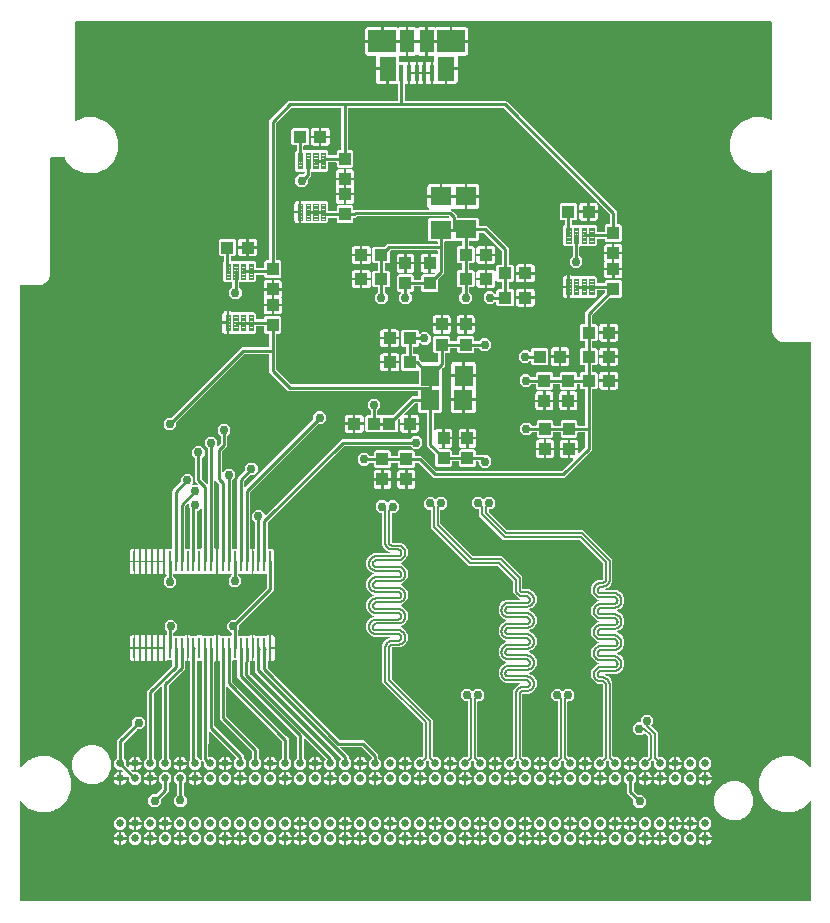
<source format=gbr>
G04 EAGLE Gerber X2 export*
G75*
%MOMM*%
%FSLAX34Y34*%
%LPD*%
%AMOC8*
5,1,8,0,0,1.08239X$1,22.5*%
G01*
%ADD10R,1.000000X1.100000*%
%ADD11R,1.100000X1.000000*%
%ADD12R,1.800000X1.600000*%
%ADD13R,1.600000X1.800000*%
%ADD14C,0.120000*%
%ADD15R,0.450000X1.380000*%
%ADD16R,1.475000X2.100000*%
%ADD17R,1.175000X1.900000*%
%ADD18R,2.375000X1.900000*%
%ADD19C,0.635000*%
%ADD20R,0.279400X1.676400*%
%ADD21C,0.756400*%
%ADD22C,0.177800*%
%ADD23C,0.254000*%

G36*
X679337Y10162D02*
X679337Y10162D01*
X679342Y10161D01*
X679435Y10182D01*
X679529Y10200D01*
X679533Y10203D01*
X679538Y10204D01*
X679616Y10260D01*
X679694Y10313D01*
X679697Y10317D01*
X679701Y10320D01*
X679752Y10402D01*
X679804Y10481D01*
X679804Y10486D01*
X679807Y10491D01*
X679839Y10668D01*
X679839Y94153D01*
X679839Y94156D01*
X679839Y94158D01*
X679819Y94253D01*
X679800Y94350D01*
X679798Y94352D01*
X679798Y94355D01*
X679742Y94435D01*
X679687Y94516D01*
X679685Y94517D01*
X679683Y94519D01*
X679600Y94572D01*
X679519Y94625D01*
X679516Y94625D01*
X679514Y94627D01*
X679418Y94643D01*
X679322Y94660D01*
X679319Y94660D01*
X679317Y94660D01*
X679223Y94638D01*
X679126Y94617D01*
X679124Y94615D01*
X679121Y94615D01*
X678973Y94512D01*
X673403Y88941D01*
X672928Y88745D01*
X671704Y88238D01*
X670479Y87730D01*
X669255Y87223D01*
X669254Y87223D01*
X668030Y86716D01*
X666805Y86209D01*
X665581Y85701D01*
X664706Y85339D01*
X655294Y85339D01*
X646597Y88941D01*
X639941Y95597D01*
X636339Y104294D01*
X636339Y113706D01*
X639941Y122403D01*
X646597Y129059D01*
X647431Y129404D01*
X648656Y129911D01*
X649880Y130419D01*
X649881Y130419D01*
X651105Y130926D01*
X652330Y131433D01*
X653554Y131940D01*
X654779Y132448D01*
X655294Y132661D01*
X664706Y132661D01*
X673403Y129059D01*
X678973Y123488D01*
X678976Y123487D01*
X678977Y123484D01*
X679058Y123432D01*
X679140Y123377D01*
X679143Y123377D01*
X679145Y123375D01*
X679241Y123358D01*
X679337Y123339D01*
X679340Y123340D01*
X679342Y123340D01*
X679439Y123361D01*
X679533Y123381D01*
X679535Y123383D01*
X679538Y123383D01*
X679618Y123440D01*
X679698Y123495D01*
X679699Y123498D01*
X679701Y123499D01*
X679753Y123582D01*
X679805Y123665D01*
X679806Y123667D01*
X679807Y123669D01*
X679839Y123847D01*
X679839Y483332D01*
X679838Y483337D01*
X679839Y483342D01*
X679818Y483435D01*
X679800Y483529D01*
X679797Y483533D01*
X679796Y483538D01*
X679740Y483616D01*
X679687Y483694D01*
X679683Y483697D01*
X679680Y483701D01*
X679598Y483752D01*
X679519Y483804D01*
X679514Y483804D01*
X679509Y483807D01*
X679332Y483839D01*
X654979Y483839D01*
X651244Y485386D01*
X648386Y488244D01*
X646839Y491979D01*
X646839Y628535D01*
X646838Y628539D01*
X646839Y628542D01*
X646819Y628636D01*
X646800Y628731D01*
X646797Y628734D01*
X646797Y628738D01*
X646741Y628817D01*
X646687Y628897D01*
X646684Y628899D01*
X646681Y628902D01*
X646599Y628954D01*
X646519Y629006D01*
X646515Y629007D01*
X646512Y629009D01*
X646416Y629025D01*
X646322Y629042D01*
X646318Y629041D01*
X646314Y629042D01*
X646138Y629003D01*
X646048Y628966D01*
X644824Y628459D01*
X643599Y627952D01*
X642375Y627444D01*
X642374Y627444D01*
X641150Y626937D01*
X639925Y626430D01*
X639706Y626339D01*
X630294Y626339D01*
X621597Y629941D01*
X614941Y636597D01*
X611339Y645294D01*
X611339Y654706D01*
X614941Y663403D01*
X621597Y670059D01*
X621776Y670133D01*
X623000Y670640D01*
X623001Y670640D01*
X624225Y671147D01*
X625450Y671654D01*
X626674Y672162D01*
X627899Y672669D01*
X629123Y673176D01*
X629124Y673176D01*
X630294Y673661D01*
X639706Y673661D01*
X646138Y670997D01*
X646142Y670996D01*
X646145Y670994D01*
X646240Y670977D01*
X646335Y670958D01*
X646338Y670959D01*
X646342Y670958D01*
X646437Y670979D01*
X646531Y670999D01*
X646534Y671001D01*
X646538Y671002D01*
X646617Y671058D01*
X646696Y671112D01*
X646698Y671116D01*
X646701Y671118D01*
X646752Y671200D01*
X646805Y671281D01*
X646805Y671285D01*
X646807Y671288D01*
X646839Y671465D01*
X646839Y754332D01*
X646838Y754337D01*
X646839Y754342D01*
X646818Y754435D01*
X646800Y754529D01*
X646797Y754533D01*
X646796Y754538D01*
X646740Y754616D01*
X646687Y754694D01*
X646683Y754697D01*
X646680Y754701D01*
X646598Y754752D01*
X646519Y754804D01*
X646514Y754804D01*
X646509Y754807D01*
X646332Y754839D01*
X57668Y754839D01*
X57663Y754838D01*
X57658Y754839D01*
X57565Y754818D01*
X57471Y754800D01*
X57467Y754797D01*
X57462Y754796D01*
X57384Y754740D01*
X57306Y754687D01*
X57303Y754683D01*
X57299Y754680D01*
X57248Y754598D01*
X57196Y754519D01*
X57196Y754514D01*
X57193Y754509D01*
X57161Y754332D01*
X57161Y671258D01*
X57162Y671254D01*
X57161Y671250D01*
X57181Y671157D01*
X57200Y671062D01*
X57203Y671058D01*
X57203Y671055D01*
X57259Y670976D01*
X57313Y670896D01*
X57316Y670894D01*
X57319Y670891D01*
X57401Y670839D01*
X57481Y670787D01*
X57485Y670786D01*
X57488Y670784D01*
X57584Y670768D01*
X57678Y670751D01*
X57682Y670752D01*
X57686Y670751D01*
X57862Y670790D01*
X58725Y671147D01*
X59950Y671654D01*
X61174Y672162D01*
X62399Y672669D01*
X63623Y673176D01*
X63624Y673176D01*
X64794Y673661D01*
X74206Y673661D01*
X82903Y670059D01*
X89559Y663403D01*
X93161Y654706D01*
X93161Y645294D01*
X89559Y636597D01*
X82903Y629941D01*
X81773Y629473D01*
X80548Y628966D01*
X79324Y628459D01*
X78099Y627952D01*
X76875Y627444D01*
X76874Y627444D01*
X75650Y626937D01*
X74425Y626430D01*
X74206Y626339D01*
X64794Y626339D01*
X56097Y629941D01*
X49441Y636597D01*
X48228Y639526D01*
X48225Y639532D01*
X48223Y639538D01*
X48169Y639615D01*
X48116Y639693D01*
X48111Y639696D01*
X48107Y639701D01*
X48027Y639751D01*
X47949Y639803D01*
X47942Y639804D01*
X47937Y639807D01*
X47760Y639839D01*
X36668Y639839D01*
X36663Y639838D01*
X36658Y639839D01*
X36565Y639818D01*
X36471Y639800D01*
X36467Y639797D01*
X36462Y639796D01*
X36384Y639740D01*
X36306Y639687D01*
X36303Y639683D01*
X36299Y639680D01*
X36248Y639598D01*
X36196Y639519D01*
X36196Y639514D01*
X36193Y639509D01*
X36161Y639332D01*
X36161Y539979D01*
X34614Y536244D01*
X31756Y533386D01*
X31055Y533096D01*
X29830Y532589D01*
X28606Y532081D01*
X28021Y531839D01*
X10668Y531839D01*
X10663Y531838D01*
X10658Y531839D01*
X10565Y531818D01*
X10471Y531800D01*
X10467Y531797D01*
X10462Y531796D01*
X10384Y531740D01*
X10306Y531687D01*
X10303Y531683D01*
X10299Y531680D01*
X10248Y531598D01*
X10196Y531519D01*
X10196Y531514D01*
X10193Y531509D01*
X10161Y531332D01*
X10161Y123847D01*
X10161Y123844D01*
X10161Y123842D01*
X10181Y123745D01*
X10200Y123650D01*
X10202Y123648D01*
X10202Y123645D01*
X10258Y123565D01*
X10313Y123484D01*
X10315Y123483D01*
X10317Y123481D01*
X10400Y123428D01*
X10481Y123375D01*
X10484Y123375D01*
X10486Y123373D01*
X10582Y123357D01*
X10678Y123340D01*
X10681Y123340D01*
X10683Y123340D01*
X10777Y123362D01*
X10874Y123383D01*
X10876Y123385D01*
X10879Y123385D01*
X11027Y123488D01*
X16597Y129059D01*
X17431Y129404D01*
X18656Y129911D01*
X19880Y130419D01*
X19881Y130419D01*
X21105Y130926D01*
X22330Y131433D01*
X23554Y131940D01*
X24779Y132448D01*
X25294Y132661D01*
X34706Y132661D01*
X43403Y129059D01*
X50059Y122403D01*
X53661Y113706D01*
X53661Y104294D01*
X50059Y95597D01*
X43403Y88941D01*
X42928Y88745D01*
X41704Y88238D01*
X40479Y87730D01*
X39255Y87223D01*
X39254Y87223D01*
X38030Y86716D01*
X36805Y86209D01*
X35581Y85701D01*
X34706Y85339D01*
X25294Y85339D01*
X16597Y88941D01*
X11027Y94512D01*
X11024Y94513D01*
X11023Y94516D01*
X10942Y94568D01*
X10860Y94623D01*
X10857Y94623D01*
X10855Y94625D01*
X10759Y94642D01*
X10663Y94661D01*
X10660Y94660D01*
X10658Y94660D01*
X10561Y94639D01*
X10467Y94619D01*
X10465Y94617D01*
X10462Y94617D01*
X10382Y94560D01*
X10302Y94505D01*
X10301Y94502D01*
X10299Y94501D01*
X10247Y94418D01*
X10195Y94335D01*
X10194Y94333D01*
X10193Y94331D01*
X10161Y94153D01*
X10161Y10668D01*
X10162Y10663D01*
X10161Y10658D01*
X10182Y10565D01*
X10200Y10471D01*
X10203Y10467D01*
X10204Y10462D01*
X10260Y10384D01*
X10313Y10306D01*
X10317Y10303D01*
X10320Y10299D01*
X10402Y10248D01*
X10481Y10196D01*
X10486Y10196D01*
X10491Y10193D01*
X10668Y10161D01*
X679332Y10161D01*
X679337Y10162D01*
G37*
%LPC*%
G36*
X190512Y519584D02*
X190512Y519584D01*
X187403Y522693D01*
X187403Y527089D01*
X189933Y529619D01*
X189937Y529625D01*
X189944Y529630D01*
X189992Y529709D01*
X190044Y529786D01*
X190045Y529794D01*
X190049Y529800D01*
X190081Y529978D01*
X190081Y533620D01*
X190081Y533623D01*
X190081Y533626D01*
X190061Y533721D01*
X190042Y533817D01*
X190040Y533819D01*
X190040Y533822D01*
X189984Y533902D01*
X189929Y533983D01*
X189927Y533984D01*
X189925Y533986D01*
X189842Y534039D01*
X189761Y534092D01*
X189759Y534092D01*
X189756Y534094D01*
X189661Y534110D01*
X189564Y534128D01*
X189561Y534127D01*
X189559Y534127D01*
X189465Y534106D01*
X189368Y534084D01*
X189366Y534082D01*
X189363Y534082D01*
X189289Y534030D01*
X183486Y534030D01*
X181943Y535573D01*
X181943Y550854D01*
X183020Y551930D01*
X183024Y551937D01*
X183031Y551941D01*
X183080Y552020D01*
X183131Y552097D01*
X183132Y552105D01*
X183137Y552111D01*
X183169Y552289D01*
X183169Y555898D01*
X183168Y555903D01*
X183168Y555908D01*
X183148Y556001D01*
X183129Y556094D01*
X183126Y556099D01*
X183125Y556104D01*
X183070Y556182D01*
X183016Y556260D01*
X183012Y556263D01*
X183009Y556267D01*
X182928Y556318D01*
X182848Y556369D01*
X182843Y556370D01*
X182839Y556373D01*
X182661Y556405D01*
X179621Y556405D01*
X178431Y557596D01*
X178431Y569280D01*
X179621Y570471D01*
X192305Y570471D01*
X193496Y569280D01*
X193496Y557596D01*
X192305Y556405D01*
X189265Y556405D01*
X189260Y556404D01*
X189255Y556405D01*
X189162Y556384D01*
X189069Y556365D01*
X189064Y556363D01*
X189059Y556361D01*
X188982Y556306D01*
X188903Y556253D01*
X188900Y556248D01*
X188896Y556245D01*
X188845Y556164D01*
X188794Y556085D01*
X188793Y556080D01*
X188790Y556075D01*
X188758Y555898D01*
X188758Y552903D01*
X188759Y552898D01*
X188758Y552893D01*
X188779Y552800D01*
X188798Y552707D01*
X188801Y552702D01*
X188802Y552697D01*
X188858Y552618D01*
X188910Y552541D01*
X188915Y552538D01*
X188918Y552534D01*
X188999Y552483D01*
X189078Y552432D01*
X189083Y552431D01*
X189088Y552428D01*
X189265Y552396D01*
X189267Y552396D01*
X189267Y552395D01*
X189272Y552392D01*
X189275Y552388D01*
X189355Y552337D01*
X189434Y552284D01*
X189440Y552283D01*
X189444Y552280D01*
X189538Y552264D01*
X189631Y552246D01*
X189636Y552248D01*
X189642Y552247D01*
X189734Y552268D01*
X189827Y552288D01*
X189832Y552291D01*
X189837Y552292D01*
X189985Y552395D01*
X189986Y552396D01*
X195767Y552396D01*
X195767Y552395D01*
X195772Y552392D01*
X195775Y552388D01*
X195855Y552337D01*
X195934Y552284D01*
X195940Y552283D01*
X195944Y552280D01*
X196038Y552264D01*
X196131Y552246D01*
X196136Y552248D01*
X196142Y552247D01*
X196234Y552268D01*
X196327Y552288D01*
X196332Y552291D01*
X196337Y552292D01*
X196485Y552395D01*
X196486Y552396D01*
X202267Y552396D01*
X202267Y552395D01*
X202272Y552392D01*
X202275Y552388D01*
X202355Y552337D01*
X202434Y552284D01*
X202440Y552283D01*
X202444Y552280D01*
X202538Y552264D01*
X202631Y552246D01*
X202636Y552248D01*
X202642Y552247D01*
X202734Y552268D01*
X202827Y552288D01*
X202832Y552291D01*
X202837Y552292D01*
X202985Y552395D01*
X202986Y552396D01*
X208767Y552396D01*
X210309Y550854D01*
X210309Y546515D01*
X210310Y546510D01*
X210309Y546505D01*
X210330Y546412D01*
X210349Y546319D01*
X210351Y546314D01*
X210353Y546309D01*
X210408Y546231D01*
X210461Y546153D01*
X210466Y546150D01*
X210469Y546146D01*
X210550Y546095D01*
X210629Y546044D01*
X210634Y546043D01*
X210639Y546040D01*
X210816Y546008D01*
X216780Y546008D01*
X216785Y546009D01*
X216790Y546008D01*
X216883Y546029D01*
X216977Y546047D01*
X216981Y546050D01*
X216986Y546051D01*
X217064Y546107D01*
X217142Y546160D01*
X217145Y546164D01*
X217149Y546167D01*
X217200Y546249D01*
X217252Y546328D01*
X217252Y546333D01*
X217255Y546338D01*
X217287Y546515D01*
X217287Y551396D01*
X218478Y552586D01*
X221018Y552586D01*
X221023Y552587D01*
X221028Y552586D01*
X221121Y552607D01*
X221215Y552626D01*
X221219Y552629D01*
X221224Y552630D01*
X221302Y552685D01*
X221380Y552739D01*
X221383Y552743D01*
X221387Y552746D01*
X221438Y552827D01*
X221490Y552907D01*
X221490Y552912D01*
X221493Y552916D01*
X221525Y553094D01*
X221525Y671019D01*
X238085Y687579D01*
X329926Y687579D01*
X329932Y687580D01*
X329937Y687579D01*
X330030Y687600D01*
X330123Y687618D01*
X330127Y687621D01*
X330132Y687622D01*
X330210Y687678D01*
X330289Y687731D01*
X330292Y687735D01*
X330296Y687738D01*
X330346Y687820D01*
X330398Y687899D01*
X330399Y687904D01*
X330402Y687909D01*
X330434Y688086D01*
X330434Y701605D01*
X330420Y701675D01*
X330414Y701746D01*
X330400Y701773D01*
X330394Y701802D01*
X330354Y701861D01*
X330321Y701924D01*
X330298Y701943D01*
X330281Y701967D01*
X330222Y702006D01*
X330167Y702052D01*
X330138Y702061D01*
X330113Y702077D01*
X330043Y702089D01*
X329975Y702110D01*
X329943Y702107D01*
X329916Y702112D01*
X329865Y702101D01*
X329795Y702095D01*
X329313Y701966D01*
X322619Y701966D01*
X322619Y714498D01*
X322618Y714504D01*
X322618Y714509D01*
X322598Y714602D01*
X322579Y714695D01*
X322576Y714699D01*
X322575Y714704D01*
X322520Y714782D01*
X322466Y714861D01*
X322462Y714864D01*
X322459Y714868D01*
X322378Y714919D01*
X322298Y714970D01*
X322293Y714971D01*
X322289Y714974D01*
X322111Y715006D01*
X321603Y715006D01*
X321603Y715515D01*
X321602Y715520D01*
X321602Y715525D01*
X321582Y715618D01*
X321563Y715711D01*
X321560Y715715D01*
X321559Y715720D01*
X321504Y715798D01*
X321450Y715877D01*
X321446Y715880D01*
X321443Y715884D01*
X321361Y715935D01*
X321282Y715986D01*
X321277Y715987D01*
X321273Y715990D01*
X321095Y716022D01*
X311688Y716022D01*
X311688Y725459D01*
X311687Y725464D01*
X311688Y725469D01*
X311667Y725562D01*
X311648Y725655D01*
X311645Y725659D01*
X311644Y725665D01*
X311589Y725742D01*
X311535Y725821D01*
X311531Y725824D01*
X311528Y725828D01*
X311447Y725879D01*
X311367Y725930D01*
X311362Y725931D01*
X311358Y725934D01*
X311180Y725966D01*
X304894Y725966D01*
X304248Y726139D01*
X303668Y726473D01*
X303195Y726947D01*
X302861Y727526D01*
X302688Y728172D01*
X302688Y736991D01*
X316595Y736991D01*
X316600Y736992D01*
X316606Y736991D01*
X316699Y737012D01*
X316792Y737031D01*
X316796Y737034D01*
X316801Y737035D01*
X316879Y737090D01*
X316958Y737144D01*
X316960Y737148D01*
X316965Y737151D01*
X317015Y737232D01*
X317067Y737312D01*
X317068Y737317D01*
X317071Y737321D01*
X317103Y737499D01*
X317103Y738007D01*
X317104Y738007D01*
X317104Y737499D01*
X317105Y737494D01*
X317104Y737488D01*
X317125Y737395D01*
X317144Y737302D01*
X317147Y737298D01*
X317148Y737293D01*
X317203Y737215D01*
X317257Y737136D01*
X317261Y737133D01*
X317264Y737129D01*
X317345Y737079D01*
X317425Y737027D01*
X317430Y737026D01*
X317434Y737023D01*
X317612Y736991D01*
X336838Y736991D01*
X336838Y725966D01*
X332026Y725966D01*
X332021Y725965D01*
X332016Y725966D01*
X331923Y725945D01*
X331830Y725926D01*
X331826Y725923D01*
X331820Y725922D01*
X331743Y725867D01*
X331664Y725814D01*
X331661Y725809D01*
X331657Y725806D01*
X331606Y725725D01*
X331555Y725646D01*
X331554Y725640D01*
X331551Y725636D01*
X331519Y725459D01*
X331519Y720847D01*
X331520Y720841D01*
X331519Y720836D01*
X331540Y720743D01*
X331559Y720650D01*
X331562Y720646D01*
X331563Y720641D01*
X331618Y720563D01*
X331671Y720484D01*
X331676Y720481D01*
X331679Y720477D01*
X331760Y720427D01*
X331839Y720375D01*
X331845Y720374D01*
X331849Y720371D01*
X332026Y720339D01*
X335782Y720339D01*
X335824Y720348D01*
X335866Y720346D01*
X335929Y720369D01*
X335978Y720379D01*
X336003Y720396D01*
X336035Y720407D01*
X336498Y720674D01*
X337144Y720847D01*
X338713Y720847D01*
X338713Y711915D01*
X338714Y711910D01*
X338713Y711904D01*
X338734Y711811D01*
X338753Y711718D01*
X338756Y711714D01*
X338757Y711709D01*
X338812Y711631D01*
X338865Y711552D01*
X338870Y711550D01*
X338873Y711545D01*
X338954Y711495D01*
X339034Y711443D01*
X339039Y711442D01*
X339043Y711439D01*
X339220Y711407D01*
X339729Y711407D01*
X339729Y711406D01*
X339220Y711406D01*
X339215Y711405D01*
X339210Y711406D01*
X339117Y711385D01*
X339024Y711366D01*
X339020Y711363D01*
X339014Y711362D01*
X338937Y711307D01*
X338858Y711253D01*
X338855Y711249D01*
X338851Y711246D01*
X338800Y711165D01*
X338749Y711085D01*
X338748Y711080D01*
X338745Y711076D01*
X338713Y710898D01*
X338713Y701966D01*
X337144Y701966D01*
X336662Y702095D01*
X336590Y702100D01*
X336520Y702112D01*
X336491Y702106D01*
X336462Y702108D01*
X336394Y702084D01*
X336324Y702069D01*
X336300Y702052D01*
X336272Y702042D01*
X336219Y701994D01*
X336161Y701953D01*
X336145Y701928D01*
X336123Y701908D01*
X336093Y701843D01*
X336055Y701782D01*
X336049Y701751D01*
X336038Y701726D01*
X336036Y701674D01*
X336023Y701605D01*
X336023Y688086D01*
X336024Y688081D01*
X336023Y688076D01*
X336044Y687983D01*
X336063Y687889D01*
X336066Y687885D01*
X336067Y687880D01*
X336122Y687802D01*
X336175Y687724D01*
X336180Y687721D01*
X336183Y687717D01*
X336264Y687666D01*
X336343Y687614D01*
X336349Y687614D01*
X336353Y687611D01*
X336530Y687579D01*
X421883Y687579D01*
X515468Y593994D01*
X515468Y583639D01*
X515469Y583634D01*
X515468Y583629D01*
X515489Y583536D01*
X515507Y583443D01*
X515510Y583438D01*
X515511Y583433D01*
X515567Y583355D01*
X515620Y583277D01*
X515624Y583274D01*
X515627Y583270D01*
X515709Y583219D01*
X515788Y583168D01*
X515793Y583167D01*
X515798Y583164D01*
X515975Y583132D01*
X518515Y583132D01*
X519706Y581941D01*
X519706Y569257D01*
X518515Y568066D01*
X506831Y568066D01*
X505640Y569257D01*
X505640Y570369D01*
X505639Y570374D01*
X505640Y570379D01*
X505619Y570472D01*
X505601Y570565D01*
X505598Y570570D01*
X505597Y570575D01*
X505541Y570653D01*
X505488Y570731D01*
X505484Y570734D01*
X505481Y570738D01*
X505399Y570789D01*
X505320Y570840D01*
X505315Y570841D01*
X505310Y570844D01*
X505133Y570876D01*
X499162Y570876D01*
X499157Y570875D01*
X499152Y570876D01*
X499059Y570855D01*
X498965Y570836D01*
X498961Y570834D01*
X498956Y570832D01*
X498878Y570777D01*
X498800Y570724D01*
X498797Y570719D01*
X498793Y570716D01*
X498742Y570635D01*
X498690Y570556D01*
X498690Y570551D01*
X498687Y570546D01*
X498655Y570369D01*
X498655Y566030D01*
X497113Y564488D01*
X491332Y564488D01*
X491331Y564489D01*
X491326Y564492D01*
X491323Y564496D01*
X491243Y564547D01*
X491164Y564600D01*
X491159Y564601D01*
X491154Y564604D01*
X491060Y564620D01*
X490967Y564637D01*
X490962Y564636D01*
X490957Y564637D01*
X490864Y564616D01*
X490771Y564596D01*
X490766Y564593D01*
X490761Y564592D01*
X490613Y564489D01*
X490613Y564488D01*
X484806Y564488D01*
X484798Y564493D01*
X484716Y564548D01*
X484713Y564548D01*
X484711Y564550D01*
X484705Y564551D01*
X484702Y564553D01*
X484524Y564585D01*
X484523Y564585D01*
X484519Y564585D01*
X484516Y564585D01*
X484514Y564585D01*
X484417Y564564D01*
X484376Y564555D01*
X484327Y564545D01*
X484326Y564545D01*
X484323Y564544D01*
X484321Y564542D01*
X484318Y564542D01*
X484238Y564485D01*
X484208Y564464D01*
X484162Y564433D01*
X484161Y564432D01*
X484158Y564430D01*
X484157Y564427D01*
X484155Y564426D01*
X484103Y564343D01*
X484090Y564322D01*
X484052Y564265D01*
X484052Y564263D01*
X484051Y564260D01*
X484050Y564258D01*
X484049Y564256D01*
X484017Y564078D01*
X484017Y556208D01*
X484018Y556200D01*
X484017Y556193D01*
X484038Y556103D01*
X484056Y556012D01*
X484061Y556005D01*
X484063Y555998D01*
X484165Y555850D01*
X486535Y553480D01*
X486535Y549083D01*
X483427Y545975D01*
X479030Y545975D01*
X475922Y549083D01*
X475922Y553480D01*
X478279Y555837D01*
X478283Y555843D01*
X478289Y555848D01*
X478338Y555927D01*
X478390Y556004D01*
X478391Y556011D01*
X478395Y556018D01*
X478427Y556195D01*
X478427Y564078D01*
X478427Y564081D01*
X478427Y564083D01*
X478427Y564086D01*
X478427Y564088D01*
X478408Y564174D01*
X478407Y564178D01*
X478388Y564275D01*
X478386Y564277D01*
X478386Y564280D01*
X478384Y564282D01*
X478384Y564284D01*
X478343Y564341D01*
X478330Y564360D01*
X478275Y564441D01*
X478273Y564442D01*
X478271Y564444D01*
X478268Y564446D01*
X478268Y564447D01*
X478220Y564477D01*
X478189Y564497D01*
X478107Y564550D01*
X478104Y564550D01*
X478102Y564552D01*
X478098Y564552D01*
X478097Y564553D01*
X477920Y564585D01*
X477916Y564584D01*
X477910Y564585D01*
X477907Y564585D01*
X477904Y564585D01*
X477810Y564563D01*
X477798Y564560D01*
X477723Y564545D01*
X477720Y564543D01*
X477714Y564542D01*
X477712Y564540D01*
X477709Y564540D01*
X477635Y564488D01*
X471831Y564488D01*
X470289Y566030D01*
X470289Y581311D01*
X471737Y582760D01*
X471742Y582766D01*
X471748Y582771D01*
X471797Y582849D01*
X471848Y582927D01*
X471850Y582934D01*
X471854Y582941D01*
X471886Y583118D01*
X471886Y586281D01*
X471885Y586286D01*
X471886Y586291D01*
X471865Y586384D01*
X471846Y586477D01*
X471844Y586482D01*
X471842Y586487D01*
X471787Y586565D01*
X471734Y586643D01*
X471729Y586646D01*
X471726Y586650D01*
X471645Y586701D01*
X471566Y586752D01*
X471561Y586753D01*
X471556Y586756D01*
X471379Y586788D01*
X468339Y586788D01*
X467148Y587979D01*
X467148Y599663D01*
X468339Y600854D01*
X481023Y600854D01*
X482214Y599663D01*
X482214Y587979D01*
X481023Y586788D01*
X477983Y586788D01*
X477978Y586787D01*
X477972Y586788D01*
X477879Y586767D01*
X477786Y586748D01*
X477782Y586746D01*
X477777Y586744D01*
X477699Y586689D01*
X477620Y586636D01*
X477618Y586631D01*
X477613Y586628D01*
X477563Y586547D01*
X477511Y586468D01*
X477510Y586463D01*
X477508Y586458D01*
X477476Y586281D01*
X477476Y583222D01*
X477476Y583220D01*
X477476Y583217D01*
X477496Y583122D01*
X477515Y583026D01*
X477517Y583023D01*
X477517Y583021D01*
X477573Y582940D01*
X477628Y582860D01*
X477630Y582858D01*
X477631Y582856D01*
X477715Y582803D01*
X477796Y582751D01*
X477798Y582750D01*
X477801Y582749D01*
X477896Y582732D01*
X477993Y582715D01*
X477996Y582716D01*
X477998Y582715D01*
X478092Y582737D01*
X478189Y582759D01*
X478191Y582760D01*
X478193Y582761D01*
X478327Y582854D01*
X484112Y582854D01*
X484113Y582853D01*
X484118Y582850D01*
X484121Y582846D01*
X484201Y582794D01*
X484280Y582742D01*
X484285Y582741D01*
X484290Y582738D01*
X484384Y582722D01*
X484477Y582704D01*
X484482Y582705D01*
X484487Y582704D01*
X484580Y582726D01*
X484673Y582746D01*
X484678Y582749D01*
X484683Y582750D01*
X484831Y582853D01*
X484831Y582854D01*
X490613Y582854D01*
X490613Y582853D01*
X490618Y582850D01*
X490621Y582845D01*
X490701Y582795D01*
X490780Y582742D01*
X490785Y582741D01*
X490790Y582738D01*
X490883Y582722D01*
X490977Y582704D01*
X490982Y582705D01*
X490988Y582704D01*
X491080Y582726D01*
X491173Y582746D01*
X491178Y582749D01*
X491183Y582750D01*
X491331Y582853D01*
X491332Y582854D01*
X497113Y582854D01*
X498655Y581311D01*
X498655Y576973D01*
X498656Y576968D01*
X498655Y576962D01*
X498676Y576869D01*
X498694Y576776D01*
X498697Y576772D01*
X498698Y576767D01*
X498754Y576689D01*
X498807Y576610D01*
X498811Y576608D01*
X498814Y576603D01*
X498896Y576553D01*
X498975Y576501D01*
X498980Y576500D01*
X498985Y576498D01*
X499162Y576466D01*
X505133Y576466D01*
X505138Y576467D01*
X505143Y576466D01*
X505236Y576486D01*
X505330Y576505D01*
X505334Y576508D01*
X505339Y576509D01*
X505417Y576564D01*
X505495Y576618D01*
X505498Y576622D01*
X505503Y576625D01*
X505553Y576707D01*
X505605Y576786D01*
X505606Y576791D01*
X505608Y576795D01*
X505640Y576973D01*
X505640Y581941D01*
X506831Y583132D01*
X509371Y583132D01*
X509376Y583133D01*
X509381Y583132D01*
X509474Y583153D01*
X509568Y583172D01*
X509572Y583174D01*
X509577Y583176D01*
X509655Y583231D01*
X509733Y583284D01*
X509736Y583289D01*
X509741Y583292D01*
X509791Y583373D01*
X509843Y583452D01*
X509844Y583457D01*
X509846Y583462D01*
X509878Y583639D01*
X509878Y591469D01*
X509877Y591475D01*
X509878Y591480D01*
X509877Y591481D01*
X509878Y591484D01*
X509857Y591574D01*
X509839Y591665D01*
X509835Y591670D01*
X509834Y591675D01*
X509833Y591677D01*
X509832Y591680D01*
X509730Y591828D01*
X419717Y681841D01*
X419710Y681845D01*
X419705Y681851D01*
X419627Y681900D01*
X419550Y681952D01*
X419542Y681953D01*
X419535Y681957D01*
X419358Y681989D01*
X288646Y681989D01*
X288640Y681988D01*
X288635Y681989D01*
X288542Y681968D01*
X288449Y681950D01*
X288445Y681947D01*
X288440Y681946D01*
X288362Y681890D01*
X288283Y681837D01*
X288280Y681833D01*
X288276Y681830D01*
X288226Y681748D01*
X288174Y681669D01*
X288173Y681664D01*
X288170Y681659D01*
X288138Y681482D01*
X288138Y646720D01*
X288139Y646715D01*
X288138Y646710D01*
X288159Y646617D01*
X288178Y646524D01*
X288181Y646520D01*
X288182Y646514D01*
X288237Y646437D01*
X288291Y646358D01*
X288295Y646355D01*
X288298Y646351D01*
X288379Y646300D01*
X288459Y646249D01*
X288464Y646248D01*
X288468Y646245D01*
X288646Y646213D01*
X291211Y646213D01*
X292402Y645022D01*
X292402Y632338D01*
X291211Y631148D01*
X279527Y631148D01*
X278336Y632338D01*
X278336Y635378D01*
X278335Y635384D01*
X278336Y635389D01*
X278315Y635482D01*
X278297Y635575D01*
X278294Y635579D01*
X278293Y635584D01*
X278237Y635662D01*
X278184Y635741D01*
X278180Y635744D01*
X278177Y635748D01*
X278095Y635798D01*
X278016Y635850D01*
X278011Y635851D01*
X278006Y635854D01*
X277829Y635886D01*
X271972Y635886D01*
X271967Y635885D01*
X271962Y635886D01*
X271869Y635865D01*
X271775Y635846D01*
X271771Y635843D01*
X271766Y635842D01*
X271688Y635787D01*
X271610Y635733D01*
X271607Y635729D01*
X271602Y635726D01*
X271552Y635645D01*
X271500Y635565D01*
X271499Y635560D01*
X271497Y635556D01*
X271465Y635378D01*
X271465Y629299D01*
X269922Y627757D01*
X264141Y627757D01*
X264136Y627760D01*
X264133Y627765D01*
X264053Y627816D01*
X263974Y627868D01*
X263968Y627869D01*
X263964Y627872D01*
X263871Y627888D01*
X263777Y627906D01*
X263772Y627905D01*
X263766Y627906D01*
X263674Y627884D01*
X263581Y627864D01*
X263576Y627861D01*
X263571Y627860D01*
X263423Y627757D01*
X263422Y627757D01*
X257616Y627757D01*
X257609Y627761D01*
X257526Y627816D01*
X257523Y627817D01*
X257521Y627818D01*
X257425Y627836D01*
X257329Y627854D01*
X257326Y627854D01*
X257324Y627854D01*
X257227Y627832D01*
X257133Y627812D01*
X257131Y627811D01*
X257128Y627810D01*
X257048Y627754D01*
X256968Y627698D01*
X256967Y627696D01*
X256964Y627694D01*
X256913Y627612D01*
X256861Y627529D01*
X256860Y627526D01*
X256859Y627524D01*
X256827Y627347D01*
X256827Y624045D01*
X254324Y621542D01*
X254320Y621536D01*
X254314Y621531D01*
X254265Y621453D01*
X254214Y621375D01*
X254212Y621368D01*
X254208Y621361D01*
X254176Y621184D01*
X254176Y617841D01*
X251067Y614733D01*
X246671Y614733D01*
X243562Y617841D01*
X243562Y622238D01*
X246671Y625346D01*
X250013Y625346D01*
X250021Y625348D01*
X250029Y625346D01*
X250119Y625367D01*
X250210Y625386D01*
X250216Y625390D01*
X250224Y625392D01*
X250372Y625495D01*
X251089Y626211D01*
X251093Y626218D01*
X251099Y626222D01*
X251148Y626301D01*
X251200Y626378D01*
X251201Y626386D01*
X251205Y626393D01*
X251237Y626570D01*
X251237Y627347D01*
X251237Y627349D01*
X251237Y627352D01*
X251217Y627447D01*
X251198Y627543D01*
X251196Y627546D01*
X251196Y627548D01*
X251140Y627629D01*
X251085Y627709D01*
X251083Y627711D01*
X251081Y627713D01*
X250998Y627766D01*
X250917Y627818D01*
X250914Y627819D01*
X250912Y627820D01*
X250817Y627836D01*
X250720Y627854D01*
X250717Y627853D01*
X250714Y627854D01*
X250620Y627832D01*
X250524Y627810D01*
X250522Y627809D01*
X250519Y627808D01*
X250445Y627757D01*
X244641Y627757D01*
X243099Y629299D01*
X243099Y644580D01*
X244614Y646094D01*
X244618Y646101D01*
X244624Y646105D01*
X244673Y646184D01*
X244724Y646261D01*
X244726Y646269D01*
X244730Y646276D01*
X244762Y646453D01*
X244762Y649718D01*
X244761Y649723D01*
X244762Y649728D01*
X244741Y649821D01*
X244722Y649914D01*
X244720Y649919D01*
X244718Y649924D01*
X244663Y650002D01*
X244610Y650080D01*
X244605Y650083D01*
X244602Y650087D01*
X244521Y650138D01*
X244442Y650189D01*
X244437Y650190D01*
X244432Y650193D01*
X244255Y650225D01*
X241215Y650225D01*
X240024Y651416D01*
X240024Y663100D01*
X241215Y664291D01*
X253899Y664291D01*
X255090Y663100D01*
X255090Y651416D01*
X253899Y650225D01*
X250859Y650225D01*
X250854Y650224D01*
X250848Y650225D01*
X250755Y650204D01*
X250662Y650186D01*
X250658Y650183D01*
X250653Y650182D01*
X250575Y650126D01*
X250496Y650073D01*
X250494Y650069D01*
X250489Y650066D01*
X250439Y649984D01*
X250387Y649905D01*
X250386Y649900D01*
X250384Y649895D01*
X250352Y649718D01*
X250352Y646557D01*
X250352Y646554D01*
X250352Y646552D01*
X250372Y646457D01*
X250391Y646360D01*
X250393Y646358D01*
X250393Y646355D01*
X250448Y646276D01*
X250504Y646195D01*
X250506Y646193D01*
X250508Y646191D01*
X250590Y646138D01*
X250672Y646085D01*
X250674Y646085D01*
X250677Y646083D01*
X250773Y646067D01*
X250869Y646050D01*
X250872Y646050D01*
X250874Y646050D01*
X250968Y646072D01*
X251065Y646093D01*
X251067Y646095D01*
X251070Y646095D01*
X251108Y646122D01*
X256922Y646122D01*
X256923Y646121D01*
X256928Y646118D01*
X256931Y646114D01*
X257011Y646063D01*
X257090Y646010D01*
X257095Y646009D01*
X257100Y646007D01*
X257194Y645991D01*
X257287Y645973D01*
X257292Y645974D01*
X257297Y645973D01*
X257390Y645995D01*
X257483Y646014D01*
X257487Y646017D01*
X257493Y646019D01*
X257641Y646121D01*
X257641Y646122D01*
X263422Y646122D01*
X263423Y646121D01*
X263428Y646118D01*
X263431Y646114D01*
X263511Y646063D01*
X263590Y646010D01*
X263595Y646009D01*
X263600Y646007D01*
X263694Y645991D01*
X263787Y645973D01*
X263792Y645974D01*
X263797Y645973D01*
X263890Y645995D01*
X263983Y646014D01*
X263987Y646017D01*
X263993Y646019D01*
X264141Y646121D01*
X264141Y646122D01*
X269922Y646122D01*
X271465Y644580D01*
X271465Y641982D01*
X271466Y641977D01*
X271465Y641972D01*
X271486Y641879D01*
X271504Y641786D01*
X271507Y641782D01*
X271508Y641776D01*
X271564Y641699D01*
X271617Y641620D01*
X271621Y641617D01*
X271624Y641613D01*
X271706Y641562D01*
X271785Y641511D01*
X271790Y641510D01*
X271795Y641507D01*
X271972Y641475D01*
X277829Y641475D01*
X277834Y641476D01*
X277839Y641475D01*
X277932Y641496D01*
X278025Y641515D01*
X278030Y641518D01*
X278035Y641519D01*
X278113Y641574D01*
X278191Y641627D01*
X278194Y641632D01*
X278198Y641635D01*
X278249Y641716D01*
X278301Y641795D01*
X278301Y641801D01*
X278304Y641805D01*
X278336Y641982D01*
X278336Y645022D01*
X279527Y646213D01*
X282042Y646213D01*
X282047Y646214D01*
X282052Y646213D01*
X282145Y646234D01*
X282238Y646253D01*
X282242Y646256D01*
X282248Y646257D01*
X282325Y646312D01*
X282404Y646365D01*
X282407Y646370D01*
X282411Y646373D01*
X282462Y646454D01*
X282513Y646533D01*
X282514Y646539D01*
X282517Y646543D01*
X282549Y646720D01*
X282549Y681482D01*
X282548Y681487D01*
X282549Y681492D01*
X282528Y681585D01*
X282509Y681679D01*
X282506Y681683D01*
X282505Y681688D01*
X282450Y681766D01*
X282397Y681844D01*
X282392Y681847D01*
X282389Y681851D01*
X282308Y681902D01*
X282229Y681954D01*
X282223Y681954D01*
X282219Y681957D01*
X282042Y681989D01*
X240610Y681989D01*
X240603Y681988D01*
X240595Y681989D01*
X240505Y681968D01*
X240414Y681950D01*
X240407Y681945D01*
X240400Y681943D01*
X240252Y681841D01*
X227263Y668852D01*
X227259Y668846D01*
X227253Y668841D01*
X227204Y668763D01*
X227152Y668685D01*
X227151Y668678D01*
X227147Y668671D01*
X227115Y668494D01*
X227115Y553094D01*
X227116Y553089D01*
X227115Y553083D01*
X227136Y552990D01*
X227154Y552897D01*
X227157Y552893D01*
X227158Y552888D01*
X227214Y552810D01*
X227267Y552731D01*
X227271Y552728D01*
X227274Y552724D01*
X227356Y552674D01*
X227435Y552622D01*
X227440Y552621D01*
X227445Y552618D01*
X227622Y552586D01*
X230162Y552586D01*
X231353Y551396D01*
X231353Y538712D01*
X230162Y537521D01*
X218478Y537521D01*
X217287Y538712D01*
X217287Y539911D01*
X217286Y539916D01*
X217287Y539921D01*
X217266Y540014D01*
X217248Y540108D01*
X217245Y540112D01*
X217244Y540117D01*
X217188Y540195D01*
X217135Y540273D01*
X217131Y540276D01*
X217128Y540281D01*
X217046Y540331D01*
X216967Y540383D01*
X216962Y540384D01*
X216957Y540386D01*
X216780Y540418D01*
X210816Y540418D01*
X210811Y540417D01*
X210806Y540418D01*
X210713Y540397D01*
X210620Y540379D01*
X210615Y540376D01*
X210610Y540375D01*
X210532Y540319D01*
X210454Y540266D01*
X210451Y540262D01*
X210447Y540259D01*
X210396Y540177D01*
X210345Y540098D01*
X210344Y540093D01*
X210341Y540088D01*
X210309Y539911D01*
X210309Y535573D01*
X208767Y534030D01*
X202986Y534030D01*
X202985Y534031D01*
X202980Y534034D01*
X202977Y534038D01*
X202897Y534089D01*
X202818Y534142D01*
X202813Y534143D01*
X202808Y534146D01*
X202715Y534162D01*
X202621Y534180D01*
X202616Y534179D01*
X202611Y534179D01*
X202518Y534158D01*
X202425Y534138D01*
X202421Y534135D01*
X202415Y534134D01*
X202267Y534031D01*
X202267Y534030D01*
X196460Y534030D01*
X196453Y534035D01*
X196370Y534090D01*
X196367Y534091D01*
X196365Y534092D01*
X196269Y534109D01*
X196173Y534128D01*
X196171Y534127D01*
X196168Y534128D01*
X196071Y534106D01*
X195977Y534086D01*
X195975Y534085D01*
X195972Y534084D01*
X195892Y534027D01*
X195812Y533972D01*
X195811Y533970D01*
X195809Y533968D01*
X195757Y533886D01*
X195705Y533803D01*
X195704Y533800D01*
X195703Y533798D01*
X195671Y533620D01*
X195671Y529645D01*
X195672Y529637D01*
X195671Y529629D01*
X195692Y529540D01*
X195711Y529448D01*
X195715Y529442D01*
X195717Y529434D01*
X195819Y529286D01*
X198017Y527089D01*
X198017Y522693D01*
X194908Y519584D01*
X190512Y519584D01*
G37*
%LPD*%
%LPC*%
G36*
X134987Y275363D02*
X134987Y275363D01*
X131879Y278472D01*
X131879Y282868D01*
X134276Y285265D01*
X134280Y285272D01*
X134287Y285276D01*
X134335Y285355D01*
X134387Y285432D01*
X134388Y285440D01*
X134392Y285447D01*
X134424Y285624D01*
X134424Y286258D01*
X134423Y286263D01*
X134424Y286268D01*
X134403Y286361D01*
X134385Y286455D01*
X134382Y286459D01*
X134381Y286464D01*
X134325Y286542D01*
X134272Y286620D01*
X134268Y286623D01*
X134265Y286627D01*
X134183Y286678D01*
X134104Y286730D01*
X134099Y286730D01*
X134094Y286733D01*
X133917Y286765D01*
X132917Y286765D01*
X132917Y297497D01*
X132916Y297502D01*
X132917Y297508D01*
X132896Y297601D01*
X132878Y297688D01*
X132881Y297692D01*
X132882Y297697D01*
X132885Y297701D01*
X132917Y297879D01*
X132917Y308611D01*
X133951Y308611D01*
X134597Y308438D01*
X135059Y308171D01*
X135099Y308157D01*
X135135Y308135D01*
X135201Y308123D01*
X135249Y308107D01*
X135278Y308109D01*
X135313Y308103D01*
X138903Y308103D01*
X138908Y308104D01*
X138914Y308103D01*
X139006Y308123D01*
X139099Y308142D01*
X139104Y308145D01*
X139110Y308147D01*
X139187Y308202D01*
X139265Y308255D01*
X139268Y308260D01*
X139273Y308263D01*
X139323Y308344D01*
X139374Y308423D01*
X139375Y308429D01*
X139378Y308433D01*
X139410Y308611D01*
X139350Y355150D01*
X139348Y355159D01*
X139348Y355161D01*
X139349Y355169D01*
X139348Y355175D01*
X139348Y356508D01*
X139348Y356509D01*
X139347Y357675D01*
X140164Y358492D01*
X140164Y358493D01*
X141124Y359455D01*
X141132Y359460D01*
X146462Y364790D01*
X146466Y364797D01*
X146473Y364802D01*
X146522Y364880D01*
X146573Y364957D01*
X146575Y364965D01*
X146579Y364972D01*
X146611Y365149D01*
X146611Y368492D01*
X149719Y371600D01*
X154116Y371600D01*
X157224Y368492D01*
X157224Y364095D01*
X156349Y363220D01*
X156348Y363218D01*
X156346Y363217D01*
X156294Y363137D01*
X156238Y363054D01*
X156238Y363051D01*
X156236Y363049D01*
X156219Y362953D01*
X156201Y362857D01*
X156201Y362854D01*
X156201Y362851D01*
X156222Y362755D01*
X156242Y362661D01*
X156244Y362658D01*
X156244Y362656D01*
X156301Y362576D01*
X156357Y362496D01*
X156359Y362494D01*
X156360Y362492D01*
X156444Y362441D01*
X156526Y362388D01*
X156528Y362388D01*
X156531Y362387D01*
X156708Y362355D01*
X160484Y362355D01*
X160486Y362355D01*
X160489Y362355D01*
X160584Y362375D01*
X160680Y362394D01*
X160682Y362396D01*
X160685Y362396D01*
X160766Y362452D01*
X160846Y362507D01*
X160847Y362509D01*
X160850Y362510D01*
X160903Y362594D01*
X160955Y362675D01*
X160956Y362677D01*
X160957Y362680D01*
X160974Y362776D01*
X160991Y362872D01*
X160990Y362875D01*
X160991Y362877D01*
X160969Y362971D01*
X160947Y363068D01*
X160946Y363070D01*
X160945Y363072D01*
X160842Y363220D01*
X160357Y363706D01*
X158571Y365491D01*
X158571Y385021D01*
X158571Y385025D01*
X158571Y385029D01*
X158571Y385032D01*
X158571Y385036D01*
X158550Y385125D01*
X158532Y385217D01*
X158528Y385222D01*
X158528Y385224D01*
X158527Y385226D01*
X158526Y385231D01*
X158423Y385379D01*
X156059Y387743D01*
X156059Y392139D01*
X159168Y395248D01*
X163564Y395248D01*
X166673Y392139D01*
X166673Y387743D01*
X164309Y385379D01*
X164305Y385373D01*
X164299Y385368D01*
X164250Y385289D01*
X164199Y385212D01*
X164197Y385207D01*
X164197Y385205D01*
X164196Y385203D01*
X164193Y385198D01*
X164161Y385021D01*
X164161Y368017D01*
X164162Y368009D01*
X164161Y368001D01*
X164182Y367911D01*
X164201Y367820D01*
X164205Y367814D01*
X164207Y367806D01*
X164309Y367658D01*
X168507Y363461D01*
X168509Y363459D01*
X168511Y363457D01*
X168592Y363404D01*
X168674Y363350D01*
X168677Y363349D01*
X168679Y363348D01*
X168774Y363330D01*
X168871Y363312D01*
X168874Y363313D01*
X168876Y363312D01*
X168971Y363333D01*
X169067Y363354D01*
X169069Y363355D01*
X169072Y363356D01*
X169151Y363412D01*
X169232Y363468D01*
X169233Y363470D01*
X169235Y363472D01*
X169286Y363553D01*
X169339Y363637D01*
X169340Y363640D01*
X169341Y363642D01*
X169373Y363820D01*
X169350Y392987D01*
X169349Y392995D01*
X169350Y393002D01*
X169329Y393093D01*
X169310Y393184D01*
X169306Y393190D01*
X169304Y393198D01*
X169202Y393346D01*
X166829Y395718D01*
X166829Y400115D01*
X169938Y403223D01*
X174334Y403223D01*
X177443Y400115D01*
X177443Y395700D01*
X177443Y395697D01*
X177443Y395695D01*
X177463Y395600D01*
X177482Y395504D01*
X177484Y395501D01*
X177484Y395499D01*
X177540Y395418D01*
X177595Y395338D01*
X177597Y395336D01*
X177598Y395334D01*
X177682Y395281D01*
X177763Y395229D01*
X177765Y395228D01*
X177768Y395227D01*
X177864Y395210D01*
X177960Y395193D01*
X177963Y395194D01*
X177965Y395193D01*
X178059Y395215D01*
X178156Y395237D01*
X178158Y395238D01*
X178160Y395239D01*
X178308Y395341D01*
X180115Y397147D01*
X180119Y397154D01*
X180125Y397159D01*
X180174Y397237D01*
X180225Y397314D01*
X180227Y397322D01*
X180231Y397329D01*
X180263Y397506D01*
X180263Y403664D01*
X180262Y403672D01*
X180263Y403680D01*
X180242Y403769D01*
X180223Y403861D01*
X180219Y403867D01*
X180217Y403875D01*
X180115Y404023D01*
X177751Y406386D01*
X177751Y410783D01*
X180860Y413891D01*
X185256Y413891D01*
X188365Y410783D01*
X188365Y406386D01*
X186001Y404023D01*
X185997Y404016D01*
X185990Y404012D01*
X185941Y403933D01*
X185890Y403856D01*
X185889Y403848D01*
X185885Y403841D01*
X185853Y403664D01*
X185853Y394981D01*
X181607Y390735D01*
X181603Y390729D01*
X181596Y390724D01*
X181547Y390645D01*
X181496Y390568D01*
X181494Y390560D01*
X181490Y390554D01*
X181458Y390376D01*
X181458Y374084D01*
X181459Y374081D01*
X181458Y374079D01*
X181478Y373984D01*
X181498Y373887D01*
X181499Y373885D01*
X181500Y373883D01*
X181556Y373801D01*
X181611Y373721D01*
X181613Y373720D01*
X181614Y373718D01*
X181698Y373665D01*
X181779Y373612D01*
X181781Y373612D01*
X181783Y373610D01*
X181880Y373594D01*
X181976Y373577D01*
X181979Y373577D01*
X181981Y373577D01*
X182075Y373599D01*
X182172Y373620D01*
X182174Y373622D01*
X182176Y373622D01*
X182324Y373725D01*
X184746Y376147D01*
X189142Y376147D01*
X192251Y373038D01*
X192251Y368642D01*
X189892Y366284D01*
X189888Y366277D01*
X189881Y366272D01*
X189833Y366194D01*
X189781Y366117D01*
X189780Y366109D01*
X189776Y366102D01*
X189744Y365924D01*
X189804Y308609D01*
X189805Y308605D01*
X189804Y308600D01*
X189825Y308506D01*
X189844Y308413D01*
X189846Y308409D01*
X189848Y308404D01*
X189903Y308326D01*
X189956Y308247D01*
X189961Y308245D01*
X189964Y308241D01*
X190045Y308190D01*
X190125Y308138D01*
X190130Y308137D01*
X190134Y308135D01*
X190311Y308103D01*
X193905Y308103D01*
X193910Y308104D01*
X193916Y308103D01*
X194008Y308123D01*
X194102Y308142D01*
X194106Y308145D01*
X194112Y308147D01*
X194189Y308202D01*
X194267Y308255D01*
X194270Y308260D01*
X194275Y308263D01*
X194325Y308344D01*
X194377Y308423D01*
X194378Y308428D01*
X194380Y308433D01*
X194412Y308611D01*
X194350Y365345D01*
X194348Y365352D01*
X194348Y365358D01*
X194349Y365365D01*
X194348Y365369D01*
X194348Y366719D01*
X194347Y367870D01*
X195164Y368687D01*
X195165Y368687D01*
X196125Y369650D01*
X196132Y369655D01*
X200818Y374341D01*
X200822Y374347D01*
X200829Y374352D01*
X200878Y374431D01*
X200929Y374508D01*
X200931Y374516D01*
X200935Y374522D01*
X200967Y374700D01*
X200967Y378042D01*
X204075Y381151D01*
X208472Y381151D01*
X211580Y378042D01*
X211580Y373646D01*
X208472Y370537D01*
X205129Y370537D01*
X205121Y370536D01*
X205114Y370537D01*
X205024Y370516D01*
X204933Y370497D01*
X204926Y370493D01*
X204918Y370491D01*
X204770Y370389D01*
X200088Y365706D01*
X200083Y365699D01*
X200076Y365694D01*
X200028Y365616D01*
X199977Y365539D01*
X199975Y365531D01*
X199971Y365524D01*
X199939Y365346D01*
X199945Y360367D01*
X199945Y360365D01*
X199945Y360362D01*
X199965Y360266D01*
X199984Y360171D01*
X199986Y360169D01*
X199986Y360166D01*
X200042Y360086D01*
X200097Y360005D01*
X200099Y360004D01*
X200101Y360002D01*
X200184Y359949D01*
X200265Y359896D01*
X200268Y359896D01*
X200270Y359894D01*
X200368Y359878D01*
X200463Y359861D01*
X200465Y359861D01*
X200468Y359861D01*
X200564Y359883D01*
X200658Y359905D01*
X200661Y359906D01*
X200663Y359907D01*
X200811Y360010D01*
X201124Y360324D01*
X201132Y360329D01*
X258603Y417800D01*
X258607Y417807D01*
X258614Y417811D01*
X258663Y417890D01*
X258714Y417967D01*
X258716Y417975D01*
X258720Y417982D01*
X258752Y418159D01*
X258752Y421501D01*
X261860Y424610D01*
X266257Y424610D01*
X269365Y421501D01*
X269365Y417105D01*
X266257Y413996D01*
X262914Y413996D01*
X262906Y413995D01*
X262899Y413996D01*
X262809Y413975D01*
X262718Y413957D01*
X262711Y413952D01*
X262703Y413951D01*
X262555Y413848D01*
X205088Y356380D01*
X205083Y356373D01*
X205077Y356369D01*
X205028Y356291D01*
X204977Y356213D01*
X204975Y356205D01*
X204971Y356198D01*
X204939Y356021D01*
X204999Y309117D01*
X205000Y309113D01*
X204999Y309108D01*
X205020Y309014D01*
X205039Y308921D01*
X205042Y308917D01*
X205043Y308912D01*
X205098Y308834D01*
X205152Y308755D01*
X205156Y308753D01*
X205159Y308749D01*
X205240Y308698D01*
X205320Y308646D01*
X205325Y308645D01*
X205329Y308643D01*
X205506Y308611D01*
X206521Y308611D01*
X206521Y297879D01*
X206522Y297874D01*
X206521Y297868D01*
X206542Y297775D01*
X206560Y297688D01*
X206557Y297684D01*
X206556Y297679D01*
X206553Y297675D01*
X206521Y297497D01*
X206521Y286765D01*
X205488Y286765D01*
X204841Y286938D01*
X204379Y287205D01*
X204339Y287219D01*
X204303Y287241D01*
X204237Y287253D01*
X204189Y287269D01*
X204160Y287267D01*
X204125Y287273D01*
X199931Y287273D01*
X199911Y287287D01*
X199906Y287288D01*
X199901Y287290D01*
X199808Y287306D01*
X199714Y287324D01*
X199709Y287323D01*
X199703Y287324D01*
X199611Y287302D01*
X199518Y287283D01*
X199513Y287280D01*
X199508Y287278D01*
X199501Y287273D01*
X195521Y287273D01*
X195516Y287272D01*
X195511Y287273D01*
X195418Y287252D01*
X195325Y287234D01*
X195320Y287231D01*
X195315Y287230D01*
X195237Y287174D01*
X195159Y287121D01*
X195156Y287117D01*
X195152Y287114D01*
X195101Y287032D01*
X195050Y286953D01*
X195049Y286948D01*
X195046Y286943D01*
X195014Y286766D01*
X195014Y286005D01*
X195015Y285997D01*
X195014Y285989D01*
X195035Y285899D01*
X195053Y285808D01*
X195058Y285802D01*
X195060Y285794D01*
X195162Y285646D01*
X197534Y283275D01*
X197534Y278878D01*
X194425Y275770D01*
X190029Y275770D01*
X186920Y278878D01*
X186920Y283275D01*
X189276Y285630D01*
X189280Y285636D01*
X189287Y285641D01*
X189335Y285720D01*
X189387Y285797D01*
X189388Y285804D01*
X189392Y285811D01*
X189424Y285988D01*
X189424Y286766D01*
X189423Y286771D01*
X189424Y286776D01*
X189403Y286869D01*
X189385Y286963D01*
X189382Y286967D01*
X189381Y286972D01*
X189325Y287050D01*
X189272Y287128D01*
X189268Y287131D01*
X189265Y287135D01*
X189183Y287186D01*
X189104Y287238D01*
X189099Y287238D01*
X189094Y287241D01*
X188917Y287273D01*
X184931Y287273D01*
X184911Y287286D01*
X184906Y287287D01*
X184901Y287290D01*
X184807Y287306D01*
X184714Y287324D01*
X184709Y287323D01*
X184704Y287324D01*
X184611Y287302D01*
X184518Y287283D01*
X184514Y287280D01*
X184508Y287278D01*
X184501Y287273D01*
X180313Y287273D01*
X180271Y287265D01*
X180229Y287266D01*
X180166Y287244D01*
X180116Y287234D01*
X180092Y287217D01*
X180059Y287205D01*
X179597Y286938D01*
X178951Y286765D01*
X177917Y286765D01*
X177917Y297497D01*
X177916Y297502D01*
X177917Y297508D01*
X177896Y297601D01*
X177878Y297688D01*
X177881Y297692D01*
X177882Y297697D01*
X177885Y297701D01*
X177917Y297879D01*
X177917Y308611D01*
X178625Y308611D01*
X178631Y308612D01*
X178636Y308611D01*
X178728Y308631D01*
X178822Y308650D01*
X178827Y308653D01*
X178832Y308655D01*
X178909Y308710D01*
X178988Y308763D01*
X178991Y308768D01*
X178995Y308771D01*
X179046Y308852D01*
X179097Y308931D01*
X179098Y308936D01*
X179101Y308941D01*
X179133Y309119D01*
X179071Y362689D01*
X179069Y362697D01*
X179071Y362704D01*
X179049Y362795D01*
X179031Y362886D01*
X179027Y362892D01*
X179025Y362900D01*
X178922Y363048D01*
X177655Y364315D01*
X175827Y366143D01*
X175824Y366145D01*
X175823Y366147D01*
X175742Y366200D01*
X175660Y366254D01*
X175657Y366255D01*
X175655Y366256D01*
X175559Y366273D01*
X175463Y366292D01*
X175460Y366291D01*
X175457Y366292D01*
X175363Y366270D01*
X175267Y366250D01*
X175264Y366248D01*
X175262Y366248D01*
X175183Y366192D01*
X175102Y366136D01*
X175101Y366133D01*
X175098Y366132D01*
X175048Y366050D01*
X174995Y365967D01*
X174994Y365964D01*
X174993Y365961D01*
X174961Y365784D01*
X175005Y309118D01*
X175006Y309113D01*
X175005Y309108D01*
X175026Y309014D01*
X175045Y308921D01*
X175048Y308917D01*
X175049Y308912D01*
X175104Y308834D01*
X175157Y308755D01*
X175162Y308753D01*
X175165Y308749D01*
X175246Y308698D01*
X175326Y308646D01*
X175331Y308645D01*
X175335Y308643D01*
X175512Y308611D01*
X176521Y308611D01*
X176521Y297879D01*
X176522Y297874D01*
X176521Y297868D01*
X176542Y297775D01*
X176560Y297688D01*
X176557Y297684D01*
X176556Y297679D01*
X176553Y297675D01*
X176521Y297497D01*
X176521Y286765D01*
X175488Y286765D01*
X174841Y286938D01*
X174379Y287205D01*
X174339Y287219D01*
X174303Y287241D01*
X174237Y287253D01*
X174189Y287269D01*
X174160Y287267D01*
X174125Y287273D01*
X169931Y287273D01*
X169911Y287287D01*
X169906Y287288D01*
X169901Y287290D01*
X169808Y287306D01*
X169714Y287324D01*
X169709Y287323D01*
X169703Y287324D01*
X169611Y287302D01*
X169518Y287283D01*
X169513Y287280D01*
X169508Y287278D01*
X169501Y287273D01*
X165313Y287273D01*
X165271Y287265D01*
X165229Y287266D01*
X165166Y287244D01*
X165116Y287234D01*
X165092Y287217D01*
X165059Y287205D01*
X164597Y286938D01*
X163951Y286765D01*
X162917Y286765D01*
X162917Y297497D01*
X162916Y297502D01*
X162917Y297508D01*
X162896Y297601D01*
X162878Y297688D01*
X162881Y297692D01*
X162882Y297697D01*
X162885Y297701D01*
X162917Y297879D01*
X162917Y308611D01*
X163842Y308611D01*
X163847Y308612D01*
X163853Y308611D01*
X163945Y308632D01*
X164038Y308650D01*
X164043Y308653D01*
X164048Y308655D01*
X164126Y308710D01*
X164204Y308763D01*
X164207Y308768D01*
X164212Y308771D01*
X164262Y308852D01*
X164313Y308931D01*
X164314Y308937D01*
X164317Y308941D01*
X164349Y309119D01*
X164309Y342600D01*
X164308Y342602D01*
X164309Y342605D01*
X164288Y342700D01*
X164269Y342796D01*
X164267Y342798D01*
X164267Y342801D01*
X164211Y342882D01*
X164156Y342962D01*
X164154Y342963D01*
X164153Y342965D01*
X164070Y343018D01*
X163988Y343071D01*
X163985Y343072D01*
X163983Y343073D01*
X163887Y343089D01*
X163790Y343106D01*
X163788Y343106D01*
X163786Y343106D01*
X163691Y343084D01*
X163595Y343063D01*
X163593Y343061D01*
X163591Y343061D01*
X163443Y342958D01*
X161024Y340540D01*
X160452Y340540D01*
X160446Y340539D01*
X160440Y340540D01*
X160348Y340519D01*
X160255Y340500D01*
X160250Y340497D01*
X160245Y340496D01*
X160168Y340441D01*
X160089Y340387D01*
X160086Y340383D01*
X160082Y340379D01*
X160031Y340298D01*
X159980Y340219D01*
X159979Y340214D01*
X159976Y340209D01*
X159944Y340032D01*
X159995Y309117D01*
X159996Y309112D01*
X159995Y309108D01*
X160016Y309014D01*
X160035Y308921D01*
X160038Y308917D01*
X160039Y308912D01*
X160094Y308833D01*
X160148Y308755D01*
X160152Y308752D01*
X160155Y308749D01*
X160236Y308698D01*
X160316Y308646D01*
X160321Y308645D01*
X160325Y308643D01*
X160502Y308611D01*
X161521Y308611D01*
X161521Y297879D01*
X161522Y297874D01*
X161521Y297868D01*
X161542Y297775D01*
X161560Y297688D01*
X161557Y297684D01*
X161556Y297679D01*
X161553Y297675D01*
X161521Y297497D01*
X161521Y286765D01*
X160488Y286765D01*
X159841Y286938D01*
X159379Y287205D01*
X159339Y287219D01*
X159303Y287241D01*
X159237Y287253D01*
X159189Y287269D01*
X159160Y287267D01*
X159125Y287273D01*
X155313Y287273D01*
X155271Y287265D01*
X155229Y287266D01*
X155166Y287244D01*
X155116Y287234D01*
X155092Y287217D01*
X155059Y287205D01*
X154597Y286938D01*
X153951Y286765D01*
X152917Y286765D01*
X152917Y297497D01*
X152916Y297502D01*
X152917Y297508D01*
X152896Y297601D01*
X152878Y297688D01*
X152881Y297692D01*
X152882Y297697D01*
X152885Y297701D01*
X152917Y297879D01*
X152917Y308611D01*
X153898Y308611D01*
X153904Y308612D01*
X153909Y308611D01*
X154002Y308632D01*
X154095Y308650D01*
X154100Y308654D01*
X154105Y308655D01*
X154182Y308710D01*
X154261Y308763D01*
X154264Y308768D01*
X154268Y308771D01*
X154318Y308852D01*
X154370Y308931D01*
X154371Y308937D01*
X154374Y308941D01*
X154406Y309119D01*
X154351Y342608D01*
X154349Y342615D01*
X154350Y342622D01*
X154329Y342713D01*
X154311Y342804D01*
X154307Y342810D01*
X154305Y342818D01*
X154202Y342966D01*
X153519Y343648D01*
X153519Y346793D01*
X153519Y346795D01*
X153519Y346798D01*
X153499Y346893D01*
X153480Y346989D01*
X153478Y346991D01*
X153478Y346994D01*
X153422Y347075D01*
X153367Y347155D01*
X153365Y347156D01*
X153364Y347159D01*
X153280Y347212D01*
X153199Y347264D01*
X153197Y347265D01*
X153194Y347266D01*
X153098Y347283D01*
X153002Y347300D01*
X152999Y347299D01*
X152997Y347300D01*
X152903Y347278D01*
X152806Y347256D01*
X152804Y347255D01*
X152802Y347254D01*
X152654Y347151D01*
X150088Y344586D01*
X150084Y344579D01*
X150077Y344574D01*
X150029Y344496D01*
X149977Y344419D01*
X149976Y344411D01*
X149971Y344404D01*
X149940Y344227D01*
X149996Y309117D01*
X149997Y309112D01*
X149996Y309108D01*
X150017Y309014D01*
X150036Y308921D01*
X150038Y308917D01*
X150039Y308912D01*
X150095Y308834D01*
X150148Y308755D01*
X150152Y308752D01*
X150155Y308749D01*
X150237Y308698D01*
X150317Y308646D01*
X150321Y308645D01*
X150326Y308643D01*
X150503Y308611D01*
X151521Y308611D01*
X151521Y297879D01*
X151522Y297874D01*
X151521Y297868D01*
X151542Y297775D01*
X151560Y297688D01*
X151557Y297684D01*
X151556Y297679D01*
X151553Y297675D01*
X151521Y297497D01*
X151521Y286765D01*
X150488Y286765D01*
X149841Y286938D01*
X149379Y287205D01*
X149339Y287219D01*
X149303Y287241D01*
X149237Y287253D01*
X149189Y287269D01*
X149160Y287267D01*
X149125Y287273D01*
X144931Y287273D01*
X144911Y287287D01*
X144906Y287288D01*
X144901Y287290D01*
X144808Y287306D01*
X144714Y287324D01*
X144709Y287323D01*
X144703Y287324D01*
X144611Y287302D01*
X144518Y287283D01*
X144513Y287280D01*
X144508Y287278D01*
X144501Y287273D01*
X140521Y287273D01*
X140516Y287272D01*
X140511Y287273D01*
X140418Y287252D01*
X140325Y287234D01*
X140320Y287231D01*
X140315Y287230D01*
X140237Y287174D01*
X140159Y287121D01*
X140156Y287117D01*
X140152Y287114D01*
X140101Y287032D01*
X140050Y286953D01*
X140049Y286948D01*
X140046Y286943D01*
X140014Y286766D01*
X140014Y285557D01*
X140015Y285549D01*
X140014Y285541D01*
X140035Y285451D01*
X140053Y285360D01*
X140058Y285354D01*
X140060Y285346D01*
X140162Y285198D01*
X142492Y282868D01*
X142492Y278472D01*
X139384Y275363D01*
X134987Y275363D01*
G37*
%LPD*%
%LPC*%
G36*
X401840Y376963D02*
X401840Y376963D01*
X398731Y380072D01*
X398731Y381844D01*
X398730Y381850D01*
X398731Y381855D01*
X398710Y381948D01*
X398691Y382041D01*
X398689Y382045D01*
X398687Y382050D01*
X398633Y382127D01*
X398579Y382207D01*
X398574Y382210D01*
X398571Y382214D01*
X398490Y382264D01*
X398411Y382316D01*
X398406Y382317D01*
X398401Y382320D01*
X398224Y382352D01*
X396732Y382352D01*
X396727Y382351D01*
X396721Y382352D01*
X396628Y382331D01*
X396535Y382312D01*
X396531Y382309D01*
X396526Y382308D01*
X396448Y382253D01*
X396369Y382199D01*
X396367Y382195D01*
X396362Y382192D01*
X396312Y382111D01*
X396260Y382031D01*
X396259Y382026D01*
X396257Y382022D01*
X396225Y381844D01*
X396225Y378804D01*
X395034Y377614D01*
X383350Y377614D01*
X382159Y378804D01*
X382159Y381844D01*
X382158Y381850D01*
X382159Y381855D01*
X382138Y381948D01*
X382119Y382041D01*
X382117Y382045D01*
X382115Y382050D01*
X382061Y382127D01*
X382007Y382207D01*
X382002Y382210D01*
X381999Y382214D01*
X381918Y382264D01*
X381839Y382316D01*
X381834Y382317D01*
X381829Y382320D01*
X381652Y382352D01*
X376500Y382352D01*
X376495Y382351D01*
X376490Y382352D01*
X376397Y382331D01*
X376304Y382312D01*
X376299Y382309D01*
X376294Y382308D01*
X376216Y382253D01*
X376138Y382199D01*
X376135Y382195D01*
X376131Y382192D01*
X376080Y382111D01*
X376029Y382031D01*
X376028Y382026D01*
X376025Y382022D01*
X375993Y381844D01*
X375993Y378821D01*
X374802Y377630D01*
X363118Y377630D01*
X361927Y378821D01*
X361927Y388033D01*
X361926Y388041D01*
X361927Y388049D01*
X361906Y388139D01*
X361888Y388230D01*
X361883Y388236D01*
X361882Y388244D01*
X361779Y388392D01*
X354980Y395191D01*
X354980Y423140D01*
X354979Y423145D01*
X354980Y423151D01*
X354959Y423244D01*
X354940Y423337D01*
X354937Y423341D01*
X354936Y423346D01*
X354881Y423424D01*
X354827Y423503D01*
X354823Y423505D01*
X354820Y423510D01*
X354739Y423560D01*
X354659Y423612D01*
X354654Y423613D01*
X354650Y423616D01*
X354472Y423648D01*
X348932Y423648D01*
X347742Y424838D01*
X347742Y431216D01*
X347741Y431221D01*
X347742Y431226D01*
X347721Y431319D01*
X347702Y431412D01*
X347699Y431417D01*
X347698Y431422D01*
X347643Y431500D01*
X347589Y431578D01*
X347585Y431581D01*
X347582Y431585D01*
X347501Y431636D01*
X347421Y431687D01*
X347416Y431688D01*
X347412Y431691D01*
X347234Y431723D01*
X344792Y431723D01*
X344784Y431722D01*
X344776Y431723D01*
X344687Y431702D01*
X344595Y431683D01*
X344589Y431679D01*
X344581Y431677D01*
X344433Y431575D01*
X335539Y422680D01*
X335537Y422678D01*
X335535Y422677D01*
X335483Y422596D01*
X335428Y422513D01*
X335428Y422511D01*
X335426Y422509D01*
X335409Y422412D01*
X335390Y422316D01*
X335391Y422314D01*
X335390Y422311D01*
X335412Y422215D01*
X335432Y422120D01*
X335434Y422118D01*
X335434Y422116D01*
X335491Y422036D01*
X335546Y421956D01*
X335549Y421954D01*
X335550Y421952D01*
X335633Y421901D01*
X335716Y421848D01*
X335718Y421848D01*
X335720Y421846D01*
X335898Y421814D01*
X339165Y421814D01*
X339165Y415289D01*
X332139Y415289D01*
X332139Y418056D01*
X332139Y418059D01*
X332139Y418061D01*
X332119Y418156D01*
X332100Y418252D01*
X332098Y418255D01*
X332098Y418257D01*
X332042Y418337D01*
X331987Y418418D01*
X331985Y418420D01*
X331983Y418422D01*
X331900Y418475D01*
X331819Y418527D01*
X331816Y418528D01*
X331814Y418529D01*
X331718Y418546D01*
X331622Y418563D01*
X331619Y418562D01*
X331616Y418563D01*
X331524Y418541D01*
X331426Y418519D01*
X331424Y418518D01*
X331421Y418517D01*
X331273Y418415D01*
X330861Y418003D01*
X330857Y417996D01*
X330850Y417991D01*
X330801Y417913D01*
X330750Y417836D01*
X330749Y417828D01*
X330745Y417821D01*
X330713Y417644D01*
X330713Y408432D01*
X329522Y407241D01*
X316689Y407241D01*
X316614Y407254D01*
X303803Y407254D01*
X302613Y408445D01*
X302613Y420129D01*
X303803Y421320D01*
X306843Y421320D01*
X306849Y421321D01*
X306854Y421320D01*
X306947Y421341D01*
X307040Y421359D01*
X307044Y421362D01*
X307049Y421363D01*
X307127Y421419D01*
X307206Y421472D01*
X307209Y421476D01*
X307213Y421479D01*
X307263Y421561D01*
X307315Y421640D01*
X307316Y421645D01*
X307319Y421650D01*
X307351Y421827D01*
X307351Y425471D01*
X307349Y425479D01*
X307350Y425487D01*
X307329Y425577D01*
X307311Y425668D01*
X307307Y425674D01*
X307305Y425682D01*
X307202Y425830D01*
X304929Y428103D01*
X304929Y432500D01*
X308037Y435608D01*
X312434Y435608D01*
X315542Y432500D01*
X315542Y428103D01*
X313089Y425650D01*
X313084Y425643D01*
X313078Y425639D01*
X313029Y425560D01*
X312978Y425483D01*
X312976Y425475D01*
X312972Y425468D01*
X312940Y425291D01*
X312940Y421827D01*
X312941Y421822D01*
X312940Y421817D01*
X312961Y421724D01*
X312980Y421631D01*
X312983Y421626D01*
X312984Y421621D01*
X313039Y421543D01*
X313092Y421465D01*
X313097Y421462D01*
X313100Y421458D01*
X313181Y421407D01*
X313260Y421355D01*
X313266Y421355D01*
X313270Y421352D01*
X313447Y421320D01*
X316637Y421320D01*
X316711Y421306D01*
X326050Y421306D01*
X326058Y421308D01*
X326066Y421307D01*
X326156Y421328D01*
X326247Y421346D01*
X326253Y421350D01*
X326261Y421352D01*
X326409Y421455D01*
X342267Y437313D01*
X347234Y437313D01*
X347240Y437314D01*
X347245Y437313D01*
X347338Y437333D01*
X347431Y437352D01*
X347435Y437355D01*
X347440Y437356D01*
X347518Y437411D01*
X347597Y437465D01*
X347600Y437469D01*
X347604Y437472D01*
X347654Y437554D01*
X347706Y437633D01*
X347707Y437638D01*
X347710Y437642D01*
X347742Y437820D01*
X347742Y441427D01*
X347741Y441432D01*
X347742Y441437D01*
X347721Y441530D01*
X347702Y441623D01*
X347699Y441627D01*
X347698Y441633D01*
X347643Y441710D01*
X347589Y441789D01*
X347585Y441792D01*
X347582Y441796D01*
X347501Y441847D01*
X347421Y441898D01*
X347416Y441899D01*
X347412Y441902D01*
X347234Y441934D01*
X237501Y441934D01*
X225483Y453952D01*
X221538Y457897D01*
X221538Y472846D01*
X221537Y472852D01*
X221538Y472857D01*
X221517Y472950D01*
X221498Y473043D01*
X221495Y473047D01*
X221494Y473052D01*
X221439Y473130D01*
X221386Y473209D01*
X221381Y473212D01*
X221378Y473216D01*
X221297Y473266D01*
X221218Y473318D01*
X221212Y473319D01*
X221208Y473322D01*
X221031Y473354D01*
X200732Y473354D01*
X200725Y473352D01*
X200717Y473353D01*
X200627Y473332D01*
X200536Y473314D01*
X200529Y473310D01*
X200522Y473308D01*
X200374Y473205D01*
X142615Y415447D01*
X142611Y415440D01*
X142605Y415436D01*
X142556Y415357D01*
X142504Y415280D01*
X142503Y415272D01*
X142499Y415265D01*
X142467Y415088D01*
X142467Y411746D01*
X139358Y408637D01*
X134962Y408637D01*
X131853Y411746D01*
X131853Y416142D01*
X134962Y419251D01*
X138304Y419251D01*
X138312Y419252D01*
X138320Y419251D01*
X138410Y419272D01*
X138501Y419290D01*
X138507Y419295D01*
X138515Y419296D01*
X138663Y419399D01*
X198207Y478943D01*
X221031Y478943D01*
X221036Y478944D01*
X221041Y478943D01*
X221134Y478964D01*
X221227Y478983D01*
X221231Y478986D01*
X221237Y478987D01*
X221314Y479042D01*
X221393Y479095D01*
X221396Y479100D01*
X221400Y479103D01*
X221451Y479184D01*
X221502Y479263D01*
X221503Y479269D01*
X221506Y479273D01*
X221538Y479450D01*
X221538Y489862D01*
X221537Y489868D01*
X221538Y489873D01*
X221517Y489966D01*
X221498Y490059D01*
X221495Y490063D01*
X221494Y490068D01*
X221439Y490146D01*
X221386Y490225D01*
X221381Y490228D01*
X221378Y490232D01*
X221297Y490282D01*
X221218Y490334D01*
X221212Y490335D01*
X221208Y490338D01*
X221031Y490370D01*
X218491Y490370D01*
X217300Y491560D01*
X217300Y496511D01*
X217299Y496516D01*
X217300Y496521D01*
X217279Y496613D01*
X217260Y496708D01*
X217257Y496712D01*
X217256Y496717D01*
X217201Y496795D01*
X217148Y496873D01*
X217143Y496876D01*
X217140Y496881D01*
X217059Y496931D01*
X216980Y496983D01*
X216974Y496984D01*
X216970Y496986D01*
X216793Y497018D01*
X210816Y497018D01*
X210811Y497017D01*
X210806Y497018D01*
X210713Y496997D01*
X210620Y496979D01*
X210615Y496976D01*
X210610Y496975D01*
X210532Y496919D01*
X210454Y496866D01*
X210451Y496862D01*
X210447Y496859D01*
X210396Y496777D01*
X210345Y496698D01*
X210344Y496693D01*
X210341Y496688D01*
X210309Y496511D01*
X210309Y492173D01*
X208767Y490630D01*
X202986Y490630D01*
X202985Y490631D01*
X202981Y490634D01*
X202978Y490638D01*
X202897Y490689D01*
X202818Y490742D01*
X202813Y490743D01*
X202808Y490746D01*
X202714Y490762D01*
X202621Y490780D01*
X202616Y490779D01*
X202611Y490779D01*
X202518Y490758D01*
X202425Y490738D01*
X202421Y490735D01*
X202416Y490734D01*
X202268Y490631D01*
X202267Y490630D01*
X196486Y490630D01*
X196485Y490631D01*
X196481Y490634D01*
X196478Y490638D01*
X196397Y490689D01*
X196318Y490742D01*
X196313Y490743D01*
X196308Y490746D01*
X196214Y490762D01*
X196121Y490780D01*
X196116Y490779D01*
X196111Y490779D01*
X196018Y490758D01*
X195925Y490738D01*
X195921Y490735D01*
X195916Y490734D01*
X195768Y490631D01*
X195767Y490630D01*
X190034Y490630D01*
X189992Y490622D01*
X189949Y490623D01*
X189887Y490601D01*
X189837Y490591D01*
X189813Y490574D01*
X189780Y490562D01*
X189389Y490336D01*
X188590Y490122D01*
X187391Y490122D01*
X187391Y499305D01*
X187390Y499310D01*
X187391Y499315D01*
X187371Y499408D01*
X187352Y499501D01*
X187349Y499506D01*
X187348Y499511D01*
X187292Y499589D01*
X187239Y499667D01*
X187235Y499670D01*
X187232Y499674D01*
X187150Y499725D01*
X187071Y499776D01*
X187066Y499777D01*
X187061Y499780D01*
X186884Y499812D01*
X186375Y499812D01*
X186375Y499814D01*
X186884Y499814D01*
X186889Y499815D01*
X186894Y499814D01*
X186988Y499835D01*
X187081Y499854D01*
X187085Y499856D01*
X187090Y499858D01*
X187168Y499913D01*
X187246Y499966D01*
X187249Y499971D01*
X187254Y499974D01*
X187304Y500055D01*
X187356Y500134D01*
X187357Y500139D01*
X187359Y500144D01*
X187391Y500321D01*
X187391Y509504D01*
X188590Y509504D01*
X189389Y509290D01*
X189780Y509064D01*
X189820Y509050D01*
X189856Y509028D01*
X189922Y509016D01*
X189970Y509000D01*
X189999Y509002D01*
X190034Y508996D01*
X195767Y508996D01*
X195768Y508995D01*
X195772Y508992D01*
X195775Y508988D01*
X195855Y508937D01*
X195934Y508884D01*
X195940Y508883D01*
X195944Y508880D01*
X196038Y508864D01*
X196131Y508846D01*
X196137Y508848D01*
X196142Y508847D01*
X196234Y508868D01*
X196327Y508888D01*
X196332Y508891D01*
X196337Y508892D01*
X196485Y508995D01*
X196486Y508996D01*
X202267Y508996D01*
X202268Y508995D01*
X202272Y508992D01*
X202275Y508988D01*
X202355Y508937D01*
X202434Y508884D01*
X202440Y508883D01*
X202444Y508880D01*
X202538Y508864D01*
X202631Y508846D01*
X202637Y508848D01*
X202642Y508847D01*
X202734Y508868D01*
X202827Y508888D01*
X202832Y508891D01*
X202837Y508892D01*
X202985Y508995D01*
X202986Y508996D01*
X208767Y508996D01*
X210309Y507454D01*
X210309Y503115D01*
X210310Y503110D01*
X210309Y503105D01*
X210330Y503012D01*
X210349Y502919D01*
X210351Y502914D01*
X210353Y502909D01*
X210408Y502831D01*
X210461Y502753D01*
X210466Y502750D01*
X210469Y502746D01*
X210550Y502695D01*
X210629Y502644D01*
X210634Y502643D01*
X210639Y502640D01*
X210816Y502608D01*
X216793Y502608D01*
X216798Y502609D01*
X216803Y502608D01*
X216896Y502629D01*
X216989Y502647D01*
X216993Y502650D01*
X216999Y502651D01*
X217076Y502707D01*
X217155Y502760D01*
X217158Y502764D01*
X217162Y502767D01*
X217213Y502849D01*
X217264Y502928D01*
X217265Y502933D01*
X217268Y502938D01*
X217300Y503115D01*
X217300Y504244D01*
X218491Y505435D01*
X230175Y505435D01*
X231365Y504244D01*
X231365Y491560D01*
X230175Y490370D01*
X227635Y490370D01*
X227629Y490369D01*
X227624Y490370D01*
X227531Y490349D01*
X227438Y490330D01*
X227434Y490327D01*
X227429Y490326D01*
X227351Y490271D01*
X227272Y490217D01*
X227269Y490213D01*
X227265Y490210D01*
X227215Y490129D01*
X227163Y490049D01*
X227162Y490044D01*
X227159Y490040D01*
X227127Y489862D01*
X227127Y460422D01*
X227129Y460414D01*
X227128Y460407D01*
X227149Y460317D01*
X227167Y460226D01*
X227171Y460219D01*
X227173Y460211D01*
X227276Y460063D01*
X227425Y459914D01*
X227431Y459910D01*
X227436Y459904D01*
X227515Y459855D01*
X227592Y459804D01*
X227600Y459802D01*
X227606Y459798D01*
X227713Y459779D01*
X229376Y458115D01*
X229384Y458082D01*
X229402Y457990D01*
X229407Y457984D01*
X229408Y457976D01*
X229511Y457828D01*
X239667Y447672D01*
X239674Y447668D01*
X239679Y447661D01*
X239757Y447612D01*
X239834Y447561D01*
X239842Y447559D01*
X239849Y447555D01*
X240026Y447523D01*
X347318Y447523D01*
X347323Y447524D01*
X347328Y447523D01*
X347421Y447544D01*
X347514Y447563D01*
X347519Y447566D01*
X347524Y447567D01*
X347602Y447622D01*
X347680Y447676D01*
X347683Y447680D01*
X347687Y447683D01*
X347738Y447764D01*
X347789Y447844D01*
X347790Y447849D01*
X347793Y447853D01*
X347825Y448031D01*
X347825Y459270D01*
X347825Y459273D01*
X347825Y459275D01*
X347805Y459371D01*
X347786Y459467D01*
X347784Y459469D01*
X347784Y459472D01*
X347728Y459551D01*
X347673Y459633D01*
X347671Y459634D01*
X347669Y459636D01*
X347586Y459689D01*
X347505Y459742D01*
X347502Y459742D01*
X347500Y459744D01*
X347404Y459760D01*
X347308Y459777D01*
X347305Y459777D01*
X347302Y459777D01*
X347208Y459755D01*
X347112Y459734D01*
X347110Y459732D01*
X347107Y459732D01*
X346959Y459629D01*
X346642Y459312D01*
X333958Y459312D01*
X332768Y460503D01*
X332768Y472187D01*
X333958Y473377D01*
X336946Y473377D01*
X336951Y473378D01*
X336956Y473378D01*
X337049Y473398D01*
X337142Y473417D01*
X337147Y473420D01*
X337152Y473421D01*
X337230Y473476D01*
X337308Y473530D01*
X337311Y473534D01*
X337315Y473537D01*
X337366Y473618D01*
X337417Y473698D01*
X337418Y473703D01*
X337421Y473707D01*
X337453Y473885D01*
X337453Y479084D01*
X337452Y479089D01*
X337453Y479094D01*
X337432Y479187D01*
X337414Y479280D01*
X337411Y479285D01*
X337409Y479290D01*
X337354Y479367D01*
X337301Y479446D01*
X337297Y479449D01*
X337293Y479453D01*
X337212Y479504D01*
X337133Y479555D01*
X337128Y479556D01*
X337123Y479559D01*
X336946Y479591D01*
X333906Y479591D01*
X332715Y480782D01*
X332715Y492466D01*
X333906Y493656D01*
X346590Y493656D01*
X347781Y492466D01*
X347781Y490368D01*
X347781Y490365D01*
X347781Y490363D01*
X347801Y490268D01*
X347820Y490172D01*
X347822Y490169D01*
X347822Y490167D01*
X347878Y490086D01*
X347933Y490006D01*
X347935Y490004D01*
X347937Y490002D01*
X348020Y489949D01*
X348101Y489897D01*
X348103Y489896D01*
X348106Y489895D01*
X348202Y489878D01*
X348298Y489861D01*
X348301Y489861D01*
X348303Y489861D01*
X348397Y489883D01*
X348494Y489904D01*
X348496Y489906D01*
X348499Y489907D01*
X348647Y490009D01*
X350557Y491920D01*
X354953Y491920D01*
X358062Y488811D01*
X358062Y484415D01*
X354953Y481306D01*
X350557Y481306D01*
X348647Y483217D01*
X348644Y483218D01*
X348643Y483221D01*
X348562Y483273D01*
X348480Y483328D01*
X348477Y483328D01*
X348475Y483330D01*
X348379Y483347D01*
X348283Y483366D01*
X348280Y483365D01*
X348278Y483365D01*
X348181Y483344D01*
X348087Y483324D01*
X348084Y483322D01*
X348082Y483322D01*
X348002Y483265D01*
X347922Y483210D01*
X347921Y483207D01*
X347918Y483206D01*
X347867Y483123D01*
X347814Y483040D01*
X347814Y483038D01*
X347813Y483036D01*
X347781Y482858D01*
X347781Y480782D01*
X346590Y479591D01*
X343550Y479591D01*
X343545Y479590D01*
X343540Y479591D01*
X343446Y479570D01*
X343353Y479551D01*
X343349Y479548D01*
X343344Y479547D01*
X343266Y479492D01*
X343188Y479439D01*
X343185Y479434D01*
X343180Y479431D01*
X343130Y479350D01*
X343078Y479271D01*
X343077Y479266D01*
X343075Y479261D01*
X343043Y479084D01*
X343043Y473885D01*
X343044Y473880D01*
X343043Y473874D01*
X343063Y473781D01*
X343082Y473688D01*
X343085Y473684D01*
X343086Y473679D01*
X343142Y473600D01*
X343195Y473522D01*
X343199Y473520D01*
X343202Y473515D01*
X343284Y473465D01*
X343363Y473413D01*
X343368Y473412D01*
X343373Y473409D01*
X343550Y473377D01*
X346642Y473377D01*
X347833Y472187D01*
X347833Y469274D01*
X347835Y469266D01*
X347833Y469258D01*
X347854Y469168D01*
X347873Y469077D01*
X347877Y469071D01*
X347879Y469063D01*
X347982Y468915D01*
X350629Y466268D01*
X350636Y466263D01*
X350640Y466257D01*
X350719Y466208D01*
X350796Y466157D01*
X350804Y466155D01*
X350810Y466151D01*
X350988Y466119D01*
X364147Y466119D01*
X364152Y466120D01*
X364157Y466119D01*
X364251Y466140D01*
X364344Y466159D01*
X364348Y466162D01*
X364353Y466163D01*
X364431Y466218D01*
X364509Y466271D01*
X364512Y466276D01*
X364517Y466279D01*
X364567Y466360D01*
X364619Y466439D01*
X364620Y466445D01*
X364622Y466449D01*
X364654Y466626D01*
X364654Y473258D01*
X364653Y473263D01*
X364654Y473268D01*
X364634Y473361D01*
X364615Y473455D01*
X364612Y473459D01*
X364611Y473464D01*
X364556Y473542D01*
X364502Y473620D01*
X364498Y473623D01*
X364495Y473628D01*
X364413Y473678D01*
X364334Y473730D01*
X364329Y473731D01*
X364324Y473733D01*
X364147Y473765D01*
X361607Y473765D01*
X360416Y474956D01*
X360416Y487640D01*
X361607Y488831D01*
X373291Y488831D01*
X374482Y487640D01*
X374482Y484570D01*
X374483Y484564D01*
X374482Y484559D01*
X374503Y484466D01*
X374521Y484373D01*
X374524Y484369D01*
X374526Y484364D01*
X374581Y484286D01*
X374634Y484207D01*
X374639Y484204D01*
X374642Y484200D01*
X374723Y484150D01*
X374802Y484098D01*
X374807Y484097D01*
X374812Y484094D01*
X374989Y484062D01*
X380112Y484062D01*
X380117Y484063D01*
X380122Y484062D01*
X380215Y484083D01*
X380308Y484102D01*
X380313Y484105D01*
X380318Y484106D01*
X380396Y484161D01*
X380474Y484215D01*
X380477Y484219D01*
X380481Y484222D01*
X380532Y484303D01*
X380583Y484383D01*
X380584Y484388D01*
X380587Y484392D01*
X380619Y484570D01*
X380619Y487610D01*
X381810Y488800D01*
X393494Y488800D01*
X394684Y487610D01*
X394684Y484575D01*
X394686Y484570D01*
X394685Y484565D01*
X394705Y484473D01*
X394724Y484379D01*
X394727Y484374D01*
X394728Y484369D01*
X394783Y484292D01*
X394837Y484213D01*
X394841Y484210D01*
X394844Y484206D01*
X394926Y484155D01*
X395005Y484104D01*
X395010Y484103D01*
X395015Y484100D01*
X395192Y484068D01*
X398911Y484071D01*
X398919Y484072D01*
X398927Y484071D01*
X399017Y484092D01*
X399108Y484110D01*
X399114Y484115D01*
X399122Y484116D01*
X399270Y484219D01*
X401636Y486586D01*
X406033Y486586D01*
X409141Y483477D01*
X409141Y479081D01*
X406033Y475972D01*
X401636Y475972D01*
X399276Y478333D01*
X399270Y478337D01*
X399265Y478344D01*
X399186Y478392D01*
X399109Y478444D01*
X399101Y478445D01*
X399095Y478449D01*
X398917Y478481D01*
X395191Y478479D01*
X395186Y478478D01*
X395181Y478479D01*
X395088Y478458D01*
X394995Y478439D01*
X394991Y478436D01*
X394986Y478435D01*
X394908Y478380D01*
X394829Y478326D01*
X394826Y478322D01*
X394822Y478319D01*
X394771Y478237D01*
X394720Y478158D01*
X394719Y478153D01*
X394716Y478149D01*
X394684Y477972D01*
X394684Y474926D01*
X393494Y473735D01*
X381810Y473735D01*
X380619Y474926D01*
X380619Y477966D01*
X380618Y477971D01*
X380619Y477976D01*
X380598Y478068D01*
X380579Y478162D01*
X380576Y478166D01*
X380575Y478172D01*
X380520Y478249D01*
X380467Y478328D01*
X380462Y478331D01*
X380459Y478335D01*
X380378Y478386D01*
X380299Y478437D01*
X380294Y478438D01*
X380289Y478441D01*
X380112Y478473D01*
X374989Y478473D01*
X374984Y478472D01*
X374979Y478473D01*
X374886Y478452D01*
X374793Y478433D01*
X374788Y478430D01*
X374783Y478429D01*
X374705Y478374D01*
X374627Y478321D01*
X374624Y478316D01*
X374620Y478313D01*
X374569Y478232D01*
X374518Y478153D01*
X374517Y478147D01*
X374514Y478143D01*
X374482Y477966D01*
X374482Y474956D01*
X373291Y473765D01*
X370751Y473765D01*
X370746Y473764D01*
X370741Y473765D01*
X370648Y473744D01*
X370555Y473726D01*
X370550Y473723D01*
X370545Y473722D01*
X370467Y473666D01*
X370389Y473613D01*
X370386Y473609D01*
X370382Y473606D01*
X370331Y473524D01*
X370280Y473445D01*
X370279Y473440D01*
X370276Y473435D01*
X370244Y473258D01*
X370244Y463520D01*
X368458Y461734D01*
X368039Y461315D01*
X368035Y461309D01*
X368028Y461304D01*
X367980Y461225D01*
X367928Y461148D01*
X367927Y461141D01*
X367923Y461134D01*
X367891Y460957D01*
X367891Y445244D01*
X367847Y445200D01*
X367844Y445196D01*
X367839Y445193D01*
X367788Y445113D01*
X367736Y445033D01*
X367735Y445028D01*
X367732Y445024D01*
X367716Y444930D01*
X367698Y444836D01*
X367699Y444831D01*
X367698Y444826D01*
X367720Y444733D01*
X367740Y444640D01*
X367743Y444636D01*
X367744Y444631D01*
X367807Y444540D01*
X367807Y424838D01*
X366616Y423648D01*
X361076Y423648D01*
X361071Y423647D01*
X361066Y423647D01*
X360973Y423627D01*
X360880Y423608D01*
X360876Y423605D01*
X360870Y423604D01*
X360793Y423549D01*
X360714Y423495D01*
X360711Y423491D01*
X360707Y423488D01*
X360656Y423406D01*
X360605Y423327D01*
X360604Y423322D01*
X360601Y423318D01*
X360569Y423140D01*
X360569Y408677D01*
X360576Y408643D01*
X360574Y408608D01*
X360596Y408546D01*
X360609Y408481D01*
X360628Y408452D01*
X360640Y408419D01*
X360684Y408370D01*
X360721Y408315D01*
X360750Y408296D01*
X360774Y408270D01*
X360834Y408242D01*
X360889Y408205D01*
X360924Y408199D01*
X360955Y408184D01*
X361021Y408182D01*
X361087Y408170D01*
X361121Y408177D01*
X361155Y408176D01*
X361218Y408199D01*
X361282Y408213D01*
X361311Y408234D01*
X361343Y408246D01*
X361392Y408291D01*
X361446Y408329D01*
X361464Y408359D01*
X361490Y408383D01*
X361523Y408453D01*
X361552Y408500D01*
X361556Y408524D01*
X361566Y408546D01*
X361593Y408644D01*
X361927Y409223D01*
X362400Y409696D01*
X362979Y410031D01*
X363626Y410204D01*
X367945Y410204D01*
X367945Y402671D01*
X367946Y402666D01*
X367945Y402661D01*
X367966Y402568D01*
X367985Y402475D01*
X367988Y402470D01*
X367989Y402465D01*
X368044Y402387D01*
X368097Y402309D01*
X368102Y402306D01*
X368105Y402302D01*
X368186Y402251D01*
X368265Y402200D01*
X368270Y402199D01*
X368275Y402196D01*
X368452Y402164D01*
X368961Y402164D01*
X368961Y402162D01*
X368452Y402162D01*
X368447Y402161D01*
X368442Y402162D01*
X368349Y402141D01*
X368256Y402123D01*
X368251Y402120D01*
X368246Y402119D01*
X368168Y402063D01*
X368090Y402010D01*
X368087Y402006D01*
X368083Y402003D01*
X368032Y401921D01*
X367981Y401842D01*
X367980Y401837D01*
X367977Y401832D01*
X367945Y401655D01*
X367945Y394122D01*
X365178Y394122D01*
X365175Y394122D01*
X365173Y394122D01*
X365077Y394102D01*
X364981Y394083D01*
X364979Y394081D01*
X364977Y394081D01*
X364897Y394025D01*
X364816Y393970D01*
X364814Y393968D01*
X364812Y393966D01*
X364759Y393883D01*
X364706Y393802D01*
X364706Y393800D01*
X364704Y393797D01*
X364688Y393700D01*
X364671Y393605D01*
X364671Y393602D01*
X364671Y393600D01*
X364693Y393507D01*
X364714Y393409D01*
X364716Y393407D01*
X364716Y393404D01*
X364819Y393256D01*
X365231Y392844D01*
X365238Y392840D01*
X365242Y392834D01*
X365321Y392785D01*
X365398Y392734D01*
X365406Y392732D01*
X365413Y392728D01*
X365590Y392696D01*
X374802Y392696D01*
X375993Y391505D01*
X375993Y388448D01*
X375994Y388443D01*
X375993Y388438D01*
X376014Y388345D01*
X376033Y388252D01*
X376035Y388248D01*
X376037Y388242D01*
X376092Y388165D01*
X376145Y388086D01*
X376150Y388083D01*
X376153Y388079D01*
X376234Y388028D01*
X376313Y387977D01*
X376318Y387976D01*
X376323Y387973D01*
X376500Y387941D01*
X381652Y387941D01*
X381657Y387942D01*
X381662Y387941D01*
X381755Y387962D01*
X381848Y387981D01*
X381853Y387984D01*
X381858Y387985D01*
X381936Y388040D01*
X382014Y388093D01*
X382017Y388098D01*
X382021Y388101D01*
X382072Y388182D01*
X382123Y388261D01*
X382124Y388267D01*
X382127Y388271D01*
X382159Y388448D01*
X382159Y391488D01*
X383350Y392679D01*
X395034Y392679D01*
X396225Y391488D01*
X396225Y388448D01*
X396226Y388443D01*
X396225Y388438D01*
X396245Y388345D01*
X396264Y388252D01*
X396267Y388248D01*
X396268Y388242D01*
X396323Y388165D01*
X396377Y388086D01*
X396381Y388083D01*
X396384Y388079D01*
X396466Y388028D01*
X396545Y387977D01*
X396550Y387976D01*
X396554Y387973D01*
X396732Y387941D01*
X402319Y387941D01*
X402535Y387725D01*
X402541Y387721D01*
X402546Y387715D01*
X402625Y387666D01*
X402702Y387614D01*
X402710Y387613D01*
X402716Y387609D01*
X402894Y387577D01*
X406236Y387577D01*
X409345Y384468D01*
X409345Y380072D01*
X406236Y376963D01*
X401840Y376963D01*
G37*
%LPD*%
%LPC*%
G36*
X414823Y514004D02*
X414823Y514004D01*
X413633Y515195D01*
X413633Y517735D01*
X413632Y517740D01*
X413633Y517745D01*
X413612Y517838D01*
X413593Y517931D01*
X413590Y517936D01*
X413589Y517941D01*
X413534Y518018D01*
X413480Y518097D01*
X413476Y518100D01*
X413473Y518104D01*
X413392Y518155D01*
X413312Y518206D01*
X413307Y518207D01*
X413303Y518210D01*
X413125Y518242D01*
X412978Y518242D01*
X412970Y518240D01*
X412962Y518242D01*
X412872Y518221D01*
X412781Y518202D01*
X412775Y518198D01*
X412767Y518196D01*
X412619Y518093D01*
X410300Y515774D01*
X405904Y515774D01*
X402795Y518883D01*
X402795Y523279D01*
X405904Y526388D01*
X410300Y526388D01*
X412708Y523980D01*
X412714Y523976D01*
X412719Y523969D01*
X412797Y523920D01*
X412875Y523869D01*
X412882Y523868D01*
X412889Y523863D01*
X413066Y523831D01*
X413125Y523831D01*
X413131Y523832D01*
X413136Y523831D01*
X413229Y523852D01*
X413322Y523871D01*
X413326Y523874D01*
X413331Y523875D01*
X413409Y523930D01*
X413488Y523984D01*
X413491Y523988D01*
X413495Y523991D01*
X413545Y524072D01*
X413597Y524152D01*
X413598Y524157D01*
X413601Y524161D01*
X413633Y524339D01*
X413633Y526879D01*
X414823Y528069D01*
X417863Y528069D01*
X417869Y528070D01*
X417874Y528069D01*
X417967Y528090D01*
X418060Y528109D01*
X418064Y528112D01*
X418069Y528113D01*
X418147Y528168D01*
X418226Y528222D01*
X418229Y528226D01*
X418233Y528229D01*
X418283Y528310D01*
X418335Y528390D01*
X418336Y528395D01*
X418339Y528399D01*
X418371Y528577D01*
X418371Y534027D01*
X418370Y534033D01*
X418371Y534038D01*
X418350Y534131D01*
X418331Y534224D01*
X418328Y534228D01*
X418327Y534233D01*
X418272Y534311D01*
X418218Y534390D01*
X418214Y534393D01*
X418211Y534397D01*
X418130Y534447D01*
X418050Y534499D01*
X418045Y534500D01*
X418041Y534503D01*
X417863Y534535D01*
X414824Y534535D01*
X413683Y535675D01*
X413681Y535677D01*
X413680Y535679D01*
X413600Y535731D01*
X413516Y535786D01*
X413514Y535787D01*
X413511Y535788D01*
X413416Y535806D01*
X413319Y535824D01*
X413317Y535823D01*
X413314Y535824D01*
X413218Y535802D01*
X413123Y535782D01*
X413121Y535781D01*
X413119Y535780D01*
X413039Y535724D01*
X412959Y535668D01*
X412957Y535666D01*
X412955Y535664D01*
X412903Y535580D01*
X412851Y535499D01*
X412851Y535496D01*
X412849Y535494D01*
X412817Y535317D01*
X412817Y531654D01*
X412644Y531008D01*
X412310Y530429D01*
X411837Y529956D01*
X411257Y529621D01*
X410611Y529448D01*
X405792Y529448D01*
X405792Y536481D01*
X405791Y536486D01*
X405792Y536491D01*
X405771Y536584D01*
X405752Y536677D01*
X405749Y536682D01*
X405748Y536687D01*
X405693Y536764D01*
X405639Y536843D01*
X405635Y536846D01*
X405632Y536850D01*
X405551Y536901D01*
X405471Y536952D01*
X405466Y536953D01*
X405462Y536956D01*
X405284Y536988D01*
X404776Y536988D01*
X404776Y536990D01*
X405284Y536990D01*
X405290Y536991D01*
X405295Y536990D01*
X405388Y537010D01*
X405481Y537029D01*
X405485Y537032D01*
X405490Y537033D01*
X405568Y537089D01*
X405647Y537142D01*
X405650Y537146D01*
X405654Y537149D01*
X405705Y537231D01*
X405756Y537310D01*
X405757Y537315D01*
X405760Y537320D01*
X405792Y537497D01*
X405792Y544529D01*
X410611Y544530D01*
X411257Y544356D01*
X411837Y544022D01*
X412310Y543549D01*
X412655Y542951D01*
X412658Y542935D01*
X412696Y542880D01*
X412725Y542821D01*
X412751Y542798D01*
X412771Y542769D01*
X412826Y542733D01*
X412877Y542689D01*
X412910Y542679D01*
X412939Y542660D01*
X413004Y542648D01*
X413067Y542627D01*
X413102Y542630D01*
X413136Y542624D01*
X413201Y542638D01*
X413267Y542644D01*
X413298Y542660D01*
X413332Y542668D01*
X413386Y542706D01*
X413445Y542737D01*
X413467Y542763D01*
X413495Y542784D01*
X413530Y542840D01*
X413573Y542891D01*
X413583Y542924D01*
X413601Y542954D01*
X413615Y543030D01*
X413631Y543083D01*
X413629Y543107D01*
X413633Y543131D01*
X413633Y547409D01*
X414824Y548600D01*
X417864Y548600D01*
X417869Y548601D01*
X417874Y548600D01*
X417967Y548621D01*
X418060Y548640D01*
X418065Y548643D01*
X418070Y548644D01*
X418148Y548699D01*
X418226Y548752D01*
X418229Y548757D01*
X418233Y548760D01*
X418284Y548841D01*
X418335Y548920D01*
X418336Y548926D01*
X418339Y548930D01*
X418371Y549107D01*
X418371Y560446D01*
X418370Y560454D01*
X418371Y560462D01*
X418350Y560552D01*
X418332Y560643D01*
X418327Y560649D01*
X418325Y560657D01*
X418223Y560805D01*
X403259Y575769D01*
X403252Y575773D01*
X403248Y575780D01*
X403169Y575828D01*
X403092Y575880D01*
X403084Y575881D01*
X403078Y575885D01*
X402900Y575917D01*
X399283Y575917D01*
X399278Y575916D01*
X399273Y575917D01*
X399180Y575896D01*
X399087Y575878D01*
X399082Y575875D01*
X399077Y575874D01*
X399000Y575818D01*
X398921Y575765D01*
X398918Y575761D01*
X398914Y575758D01*
X398863Y575676D01*
X398812Y575597D01*
X398811Y575592D01*
X398808Y575587D01*
X398776Y575410D01*
X398776Y569870D01*
X397585Y568679D01*
X391045Y568679D01*
X391040Y568678D01*
X391035Y568679D01*
X390942Y568658D01*
X390849Y568640D01*
X390844Y568637D01*
X390839Y568636D01*
X390762Y568580D01*
X390683Y568527D01*
X390680Y568523D01*
X390676Y568520D01*
X390625Y568438D01*
X390574Y568359D01*
X390573Y568354D01*
X390570Y568349D01*
X390538Y568172D01*
X390538Y564837D01*
X390539Y564832D01*
X390538Y564827D01*
X390559Y564734D01*
X390578Y564641D01*
X390581Y564637D01*
X390582Y564631D01*
X390637Y564554D01*
X390690Y564475D01*
X390695Y564472D01*
X390698Y564468D01*
X390779Y564417D01*
X390858Y564366D01*
X390864Y564365D01*
X390868Y564362D01*
X391045Y564330D01*
X394112Y564330D01*
X395303Y563139D01*
X395303Y551455D01*
X394112Y550265D01*
X391072Y550265D01*
X391067Y550264D01*
X391062Y550265D01*
X390969Y550244D01*
X390875Y550225D01*
X390871Y550222D01*
X390866Y550221D01*
X390788Y550166D01*
X390710Y550112D01*
X390707Y550108D01*
X390702Y550105D01*
X390652Y550024D01*
X390600Y549944D01*
X390599Y549939D01*
X390597Y549935D01*
X390565Y549757D01*
X390565Y544529D01*
X390566Y544524D01*
X390565Y544518D01*
X390586Y544425D01*
X390604Y544332D01*
X390607Y544328D01*
X390608Y544323D01*
X390664Y544245D01*
X390717Y544166D01*
X390721Y544164D01*
X390724Y544159D01*
X390806Y544109D01*
X390885Y544057D01*
X390890Y544056D01*
X390895Y544054D01*
X391072Y544022D01*
X394119Y544022D01*
X395309Y542831D01*
X395309Y531147D01*
X394119Y529956D01*
X391079Y529956D01*
X391073Y529955D01*
X391068Y529956D01*
X390975Y529935D01*
X390882Y529916D01*
X390878Y529914D01*
X390873Y529912D01*
X390795Y529857D01*
X390716Y529804D01*
X390713Y529799D01*
X390709Y529796D01*
X390659Y529715D01*
X390607Y529636D01*
X390606Y529631D01*
X390603Y529626D01*
X390571Y529449D01*
X390571Y525905D01*
X390573Y525897D01*
X390572Y525889D01*
X390593Y525799D01*
X390611Y525708D01*
X390615Y525702D01*
X390617Y525694D01*
X390720Y525546D01*
X392987Y523279D01*
X392987Y518883D01*
X389878Y515774D01*
X385482Y515774D01*
X382373Y518883D01*
X382373Y523279D01*
X384833Y525739D01*
X384838Y525745D01*
X384844Y525750D01*
X384893Y525829D01*
X384944Y525906D01*
X384946Y525914D01*
X384950Y525920D01*
X384982Y526098D01*
X384982Y529449D01*
X384981Y529454D01*
X384982Y529459D01*
X384961Y529552D01*
X384942Y529645D01*
X384939Y529650D01*
X384938Y529655D01*
X384883Y529733D01*
X384830Y529811D01*
X384825Y529814D01*
X384822Y529818D01*
X384741Y529869D01*
X384662Y529920D01*
X384656Y529921D01*
X384652Y529924D01*
X384475Y529956D01*
X381435Y529956D01*
X380244Y531147D01*
X380244Y542831D01*
X381435Y544022D01*
X384468Y544022D01*
X384473Y544023D01*
X384478Y544022D01*
X384571Y544042D01*
X384664Y544061D01*
X384669Y544064D01*
X384674Y544065D01*
X384752Y544120D01*
X384830Y544174D01*
X384833Y544178D01*
X384837Y544181D01*
X384888Y544263D01*
X384940Y544342D01*
X384940Y544347D01*
X384943Y544351D01*
X384975Y544529D01*
X384975Y549757D01*
X384974Y549763D01*
X384975Y549768D01*
X384954Y549861D01*
X384936Y549954D01*
X384933Y549958D01*
X384932Y549963D01*
X384877Y550041D01*
X384823Y550120D01*
X384819Y550123D01*
X384816Y550127D01*
X384734Y550177D01*
X384655Y550229D01*
X384650Y550230D01*
X384645Y550233D01*
X384468Y550265D01*
X381428Y550265D01*
X380237Y551455D01*
X380237Y563139D01*
X381428Y564330D01*
X384441Y564330D01*
X384446Y564331D01*
X384452Y564330D01*
X384545Y564351D01*
X384638Y564370D01*
X384642Y564373D01*
X384647Y564374D01*
X384725Y564429D01*
X384804Y564482D01*
X384807Y564487D01*
X384811Y564490D01*
X384861Y564571D01*
X384913Y564650D01*
X384914Y564656D01*
X384917Y564660D01*
X384949Y564837D01*
X384949Y568172D01*
X384948Y568177D01*
X384949Y568182D01*
X384928Y568275D01*
X384909Y568369D01*
X384906Y568373D01*
X384905Y568378D01*
X384850Y568456D01*
X384796Y568534D01*
X384792Y568537D01*
X384789Y568542D01*
X384708Y568592D01*
X384628Y568644D01*
X384623Y568645D01*
X384619Y568647D01*
X384441Y568679D01*
X377901Y568679D01*
X377642Y568938D01*
X377638Y568941D01*
X377635Y568945D01*
X377555Y568997D01*
X377476Y569049D01*
X377470Y569050D01*
X377466Y569053D01*
X377372Y569069D01*
X377279Y569087D01*
X377273Y569086D01*
X377268Y569087D01*
X377176Y569065D01*
X377083Y569045D01*
X377078Y569042D01*
X377073Y569041D01*
X376925Y568938D01*
X376654Y568667D01*
X370114Y568667D01*
X370109Y568666D01*
X370104Y568667D01*
X370010Y568646D01*
X369917Y568627D01*
X369913Y568625D01*
X369908Y568623D01*
X369830Y568568D01*
X369752Y568515D01*
X369749Y568510D01*
X369744Y568507D01*
X369694Y568426D01*
X369642Y568347D01*
X369641Y568342D01*
X369639Y568337D01*
X369607Y568160D01*
X369607Y541791D01*
X364340Y536525D01*
X364336Y536519D01*
X364330Y536514D01*
X364281Y536436D01*
X364230Y536358D01*
X364228Y536351D01*
X364224Y536344D01*
X364192Y536167D01*
X364192Y526954D01*
X363001Y525764D01*
X351317Y525764D01*
X350126Y526954D01*
X350126Y529985D01*
X350125Y529990D01*
X350126Y529995D01*
X350106Y530088D01*
X350087Y530181D01*
X350084Y530185D01*
X350083Y530191D01*
X350028Y530268D01*
X349974Y530347D01*
X349970Y530350D01*
X349967Y530354D01*
X349885Y530405D01*
X349806Y530456D01*
X349801Y530457D01*
X349796Y530460D01*
X349619Y530492D01*
X344242Y530492D01*
X344237Y530491D01*
X344231Y530492D01*
X344138Y530471D01*
X344045Y530452D01*
X344041Y530449D01*
X344036Y530448D01*
X343958Y530393D01*
X343879Y530340D01*
X343877Y530335D01*
X343872Y530332D01*
X343822Y530251D01*
X343770Y530172D01*
X343769Y530166D01*
X343767Y530162D01*
X343735Y529985D01*
X343735Y526945D01*
X342544Y525754D01*
X340734Y525754D01*
X340731Y525753D01*
X340728Y525754D01*
X340633Y525734D01*
X340537Y525714D01*
X340535Y525713D01*
X340532Y525712D01*
X340452Y525656D01*
X340371Y525602D01*
X340370Y525599D01*
X340368Y525598D01*
X340314Y525514D01*
X340262Y525434D01*
X340262Y525431D01*
X340260Y525429D01*
X340244Y525333D01*
X340226Y525236D01*
X340227Y525234D01*
X340227Y525231D01*
X340249Y525137D01*
X340270Y525041D01*
X340272Y525039D01*
X340272Y525036D01*
X340375Y524888D01*
X341984Y523279D01*
X341984Y518883D01*
X338875Y515774D01*
X334479Y515774D01*
X331370Y518883D01*
X331370Y523279D01*
X332979Y524888D01*
X332981Y524890D01*
X332983Y524892D01*
X333035Y524972D01*
X333090Y525055D01*
X333091Y525058D01*
X333092Y525060D01*
X333109Y525156D01*
X333128Y525252D01*
X333127Y525254D01*
X333128Y525257D01*
X333106Y525353D01*
X333086Y525448D01*
X333085Y525450D01*
X333084Y525453D01*
X333027Y525532D01*
X332972Y525613D01*
X332970Y525614D01*
X332968Y525616D01*
X332885Y525668D01*
X332803Y525720D01*
X332800Y525721D01*
X332798Y525722D01*
X332620Y525754D01*
X330860Y525754D01*
X329669Y526945D01*
X329669Y539629D01*
X330860Y540819D01*
X342544Y540819D01*
X343735Y539629D01*
X343735Y536589D01*
X343736Y536583D01*
X343735Y536578D01*
X343755Y536485D01*
X343774Y536392D01*
X343777Y536388D01*
X343778Y536383D01*
X343833Y536305D01*
X343887Y536226D01*
X343891Y536223D01*
X343894Y536219D01*
X343976Y536169D01*
X344055Y536117D01*
X344060Y536116D01*
X344064Y536113D01*
X344242Y536081D01*
X349619Y536081D01*
X349624Y536082D01*
X349629Y536081D01*
X349723Y536102D01*
X349816Y536121D01*
X349820Y536124D01*
X349825Y536125D01*
X349903Y536180D01*
X349981Y536234D01*
X349984Y536238D01*
X349989Y536241D01*
X350039Y536322D01*
X350091Y536402D01*
X350092Y536407D01*
X350094Y536411D01*
X350126Y536589D01*
X350126Y539638D01*
X351317Y540829D01*
X360529Y540829D01*
X360537Y540831D01*
X360545Y540829D01*
X360635Y540850D01*
X360726Y540869D01*
X360732Y540873D01*
X360740Y540875D01*
X360888Y540978D01*
X361300Y541390D01*
X361302Y541392D01*
X361304Y541393D01*
X361356Y541474D01*
X361411Y541557D01*
X361412Y541559D01*
X361413Y541561D01*
X361430Y541657D01*
X361449Y541754D01*
X361448Y541756D01*
X361449Y541759D01*
X361427Y541855D01*
X361407Y541950D01*
X361406Y541952D01*
X361405Y541954D01*
X361348Y542035D01*
X361293Y542114D01*
X361291Y542116D01*
X361289Y542118D01*
X361206Y542170D01*
X361124Y542222D01*
X361121Y542222D01*
X361119Y542224D01*
X360941Y542256D01*
X358174Y542256D01*
X358174Y549788D01*
X358173Y549793D01*
X358174Y549799D01*
X358153Y549892D01*
X358135Y549985D01*
X358132Y549989D01*
X358131Y549994D01*
X358075Y550072D01*
X358022Y550151D01*
X358018Y550153D01*
X358015Y550158D01*
X357933Y550208D01*
X357854Y550260D01*
X357849Y550261D01*
X357844Y550264D01*
X357667Y550296D01*
X357158Y550296D01*
X357158Y550297D01*
X357667Y550297D01*
X357672Y550298D01*
X357677Y550297D01*
X357770Y550318D01*
X357864Y550337D01*
X357868Y550340D01*
X357873Y550341D01*
X357951Y550396D01*
X358029Y550449D01*
X358032Y550454D01*
X358037Y550457D01*
X358087Y550538D01*
X358139Y550618D01*
X358140Y550623D01*
X358142Y550627D01*
X358174Y550804D01*
X358174Y558337D01*
X362494Y558337D01*
X363140Y558164D01*
X363256Y558097D01*
X363292Y558085D01*
X363323Y558064D01*
X363386Y558053D01*
X363446Y558033D01*
X363483Y558035D01*
X363520Y558029D01*
X363582Y558043D01*
X363646Y558047D01*
X363679Y558064D01*
X363716Y558072D01*
X363768Y558109D01*
X363825Y558138D01*
X363849Y558167D01*
X363879Y558188D01*
X363913Y558243D01*
X363954Y558291D01*
X363965Y558327D01*
X363985Y558359D01*
X363998Y558431D01*
X364014Y558483D01*
X364012Y558508D01*
X364017Y558536D01*
X364017Y560476D01*
X364016Y560482D01*
X364017Y560487D01*
X363996Y560580D01*
X363978Y560673D01*
X363975Y560677D01*
X363973Y560682D01*
X363918Y560760D01*
X363865Y560839D01*
X363861Y560842D01*
X363857Y560846D01*
X363776Y560896D01*
X363697Y560948D01*
X363692Y560949D01*
X363687Y560952D01*
X363510Y560984D01*
X324342Y560984D01*
X324337Y560983D01*
X324332Y560984D01*
X324239Y560963D01*
X324146Y560944D01*
X324141Y560941D01*
X324136Y560940D01*
X324059Y560885D01*
X323980Y560831D01*
X323977Y560827D01*
X323973Y560824D01*
X323922Y560743D01*
X323871Y560663D01*
X323870Y560658D01*
X323867Y560654D01*
X323835Y560476D01*
X323835Y551304D01*
X322644Y550114D01*
X319606Y550114D01*
X319601Y550113D01*
X319596Y550114D01*
X319502Y550093D01*
X319409Y550074D01*
X319405Y550071D01*
X319400Y550070D01*
X319322Y550015D01*
X319244Y549961D01*
X319241Y549957D01*
X319236Y549954D01*
X319186Y549873D01*
X319134Y549793D01*
X319133Y549788D01*
X319131Y549784D01*
X319099Y549606D01*
X319099Y544321D01*
X319100Y544316D01*
X319099Y544311D01*
X319120Y544217D01*
X319138Y544124D01*
X319141Y544120D01*
X319142Y544115D01*
X319198Y544037D01*
X319251Y543959D01*
X319255Y543956D01*
X319258Y543951D01*
X319340Y543901D01*
X319419Y543849D01*
X319424Y543848D01*
X319429Y543846D01*
X319606Y543814D01*
X322646Y543814D01*
X323837Y542623D01*
X323837Y530939D01*
X322646Y529748D01*
X319608Y529748D01*
X319603Y529747D01*
X319598Y529748D01*
X319505Y529727D01*
X319412Y529709D01*
X319407Y529706D01*
X319402Y529704D01*
X319324Y529649D01*
X319246Y529596D01*
X319243Y529592D01*
X319239Y529588D01*
X319188Y529507D01*
X319137Y529428D01*
X319136Y529423D01*
X319133Y529418D01*
X319101Y529241D01*
X319101Y526001D01*
X319102Y525993D01*
X319101Y525986D01*
X319122Y525896D01*
X319141Y525805D01*
X319145Y525798D01*
X319147Y525791D01*
X319249Y525643D01*
X321613Y523279D01*
X321613Y518883D01*
X318504Y515774D01*
X314108Y515774D01*
X310999Y518883D01*
X310999Y523279D01*
X313363Y525643D01*
X313367Y525649D01*
X313374Y525654D01*
X313423Y525732D01*
X313474Y525809D01*
X313475Y525817D01*
X313479Y525824D01*
X313511Y526001D01*
X313511Y529241D01*
X313510Y529246D01*
X313511Y529251D01*
X313491Y529344D01*
X313472Y529437D01*
X313469Y529442D01*
X313468Y529447D01*
X313413Y529525D01*
X313359Y529603D01*
X313355Y529606D01*
X313352Y529610D01*
X313270Y529661D01*
X313191Y529712D01*
X313186Y529713D01*
X313182Y529716D01*
X313004Y529748D01*
X309962Y529748D01*
X308771Y530939D01*
X308771Y542623D01*
X309962Y543814D01*
X313002Y543814D01*
X313007Y543815D01*
X313012Y543814D01*
X313105Y543834D01*
X313198Y543853D01*
X313203Y543856D01*
X313208Y543857D01*
X313286Y543913D01*
X313364Y543966D01*
X313367Y543970D01*
X313371Y543973D01*
X313422Y544055D01*
X313473Y544134D01*
X313474Y544139D01*
X313477Y544144D01*
X313509Y544321D01*
X313509Y549606D01*
X313508Y549612D01*
X313509Y549617D01*
X313488Y549710D01*
X313470Y549803D01*
X313467Y549807D01*
X313465Y549812D01*
X313410Y549890D01*
X313357Y549969D01*
X313353Y549972D01*
X313349Y549976D01*
X313268Y550026D01*
X313189Y550078D01*
X313184Y550079D01*
X313179Y550082D01*
X313002Y550114D01*
X309960Y550114D01*
X308770Y551304D01*
X308770Y562988D01*
X309960Y564179D01*
X319173Y564179D01*
X319180Y564181D01*
X319188Y564179D01*
X319278Y564200D01*
X319369Y564219D01*
X319376Y564223D01*
X319383Y564225D01*
X319531Y564328D01*
X321777Y566573D01*
X363510Y566573D01*
X363515Y566574D01*
X363520Y566573D01*
X363613Y566594D01*
X363706Y566613D01*
X363711Y566616D01*
X363716Y566617D01*
X363794Y566672D01*
X363872Y566725D01*
X363875Y566730D01*
X363879Y566733D01*
X363930Y566814D01*
X363981Y566893D01*
X363982Y566899D01*
X363985Y566903D01*
X364017Y567080D01*
X364017Y568160D01*
X364016Y568165D01*
X364017Y568170D01*
X363996Y568263D01*
X363978Y568356D01*
X363975Y568361D01*
X363973Y568366D01*
X363918Y568444D01*
X363865Y568522D01*
X363861Y568525D01*
X363857Y568529D01*
X363776Y568580D01*
X363697Y568631D01*
X363692Y568632D01*
X363687Y568635D01*
X363510Y568667D01*
X356970Y568667D01*
X355779Y569858D01*
X355779Y587542D01*
X356970Y588733D01*
X373043Y588733D01*
X373046Y588733D01*
X373048Y588733D01*
X373142Y588753D01*
X373240Y588772D01*
X373242Y588774D01*
X373244Y588774D01*
X373324Y588830D01*
X373405Y588885D01*
X373407Y588887D01*
X373409Y588888D01*
X373462Y588972D01*
X373515Y589053D01*
X373515Y589055D01*
X373517Y589058D01*
X373533Y589153D01*
X373550Y589250D01*
X373550Y589253D01*
X373550Y589255D01*
X373528Y589349D01*
X373507Y589446D01*
X373505Y589448D01*
X373505Y589450D01*
X373402Y589598D01*
X373209Y589791D01*
X373203Y589795D01*
X373198Y589802D01*
X373119Y589851D01*
X373042Y589902D01*
X373034Y589904D01*
X373028Y589908D01*
X372850Y589940D01*
X296059Y589940D01*
X296051Y589938D01*
X296043Y589939D01*
X295953Y589918D01*
X295862Y589900D01*
X295856Y589896D01*
X295848Y589894D01*
X295700Y589791D01*
X294629Y588720D01*
X292934Y588720D01*
X292929Y588719D01*
X292924Y588720D01*
X292831Y588699D01*
X292738Y588680D01*
X292734Y588677D01*
X292728Y588676D01*
X292651Y588621D01*
X292572Y588568D01*
X292569Y588563D01*
X292565Y588560D01*
X292514Y588479D01*
X292463Y588400D01*
X292462Y588394D01*
X292459Y588390D01*
X292427Y588213D01*
X292427Y585173D01*
X291236Y583982D01*
X279552Y583982D01*
X278362Y585173D01*
X278362Y588213D01*
X278361Y588218D01*
X278362Y588223D01*
X278341Y588316D01*
X278322Y588409D01*
X278319Y588413D01*
X278318Y588419D01*
X278263Y588496D01*
X278209Y588575D01*
X278205Y588578D01*
X278202Y588582D01*
X278121Y588633D01*
X278041Y588684D01*
X278036Y588685D01*
X278032Y588688D01*
X277854Y588720D01*
X271972Y588720D01*
X271967Y588719D01*
X271962Y588720D01*
X271869Y588699D01*
X271775Y588680D01*
X271771Y588677D01*
X271766Y588676D01*
X271688Y588621D01*
X271610Y588568D01*
X271607Y588563D01*
X271602Y588560D01*
X271552Y588479D01*
X271500Y588400D01*
X271499Y588394D01*
X271497Y588390D01*
X271465Y588213D01*
X271465Y585899D01*
X269922Y584357D01*
X264141Y584357D01*
X264136Y584360D01*
X264133Y584365D01*
X264053Y584416D01*
X263974Y584468D01*
X263969Y584469D01*
X263964Y584472D01*
X263870Y584488D01*
X263777Y584506D01*
X263772Y584505D01*
X263767Y584506D01*
X263674Y584484D01*
X263581Y584464D01*
X263576Y584461D01*
X263571Y584460D01*
X263423Y584357D01*
X263422Y584357D01*
X257641Y584357D01*
X257636Y584360D01*
X257633Y584365D01*
X257553Y584416D01*
X257474Y584468D01*
X257469Y584469D01*
X257464Y584472D01*
X257370Y584488D01*
X257277Y584506D01*
X257272Y584505D01*
X257267Y584506D01*
X257174Y584484D01*
X257081Y584464D01*
X257076Y584461D01*
X257071Y584460D01*
X256923Y584357D01*
X256922Y584357D01*
X251189Y584357D01*
X251148Y584348D01*
X251105Y584350D01*
X251042Y584327D01*
X250993Y584317D01*
X250968Y584300D01*
X250936Y584289D01*
X250544Y584063D01*
X249745Y583849D01*
X248547Y583849D01*
X248547Y593031D01*
X248546Y593036D01*
X248547Y593042D01*
X248526Y593135D01*
X248508Y593228D01*
X248505Y593232D01*
X248503Y593237D01*
X248448Y593315D01*
X248395Y593394D01*
X248391Y593396D01*
X248387Y593401D01*
X248306Y593451D01*
X248227Y593503D01*
X248222Y593504D01*
X248217Y593507D01*
X248040Y593539D01*
X247531Y593539D01*
X247531Y593540D01*
X248040Y593540D01*
X248045Y593541D01*
X248050Y593540D01*
X248143Y593561D01*
X248236Y593580D01*
X248241Y593583D01*
X248246Y593584D01*
X248324Y593639D01*
X248402Y593693D01*
X248405Y593697D01*
X248409Y593700D01*
X248460Y593781D01*
X248511Y593861D01*
X248512Y593866D01*
X248515Y593870D01*
X248547Y594048D01*
X248547Y603230D01*
X249745Y603230D01*
X250544Y603016D01*
X250936Y602790D01*
X250976Y602777D01*
X251012Y602754D01*
X251078Y602742D01*
X251126Y602726D01*
X251155Y602728D01*
X251189Y602722D01*
X256922Y602722D01*
X256923Y602721D01*
X256928Y602718D01*
X256931Y602714D01*
X257011Y602663D01*
X257090Y602610D01*
X257095Y602609D01*
X257100Y602607D01*
X257193Y602591D01*
X257287Y602573D01*
X257292Y602574D01*
X257298Y602573D01*
X257390Y602595D01*
X257483Y602614D01*
X257488Y602617D01*
X257493Y602619D01*
X257641Y602721D01*
X257641Y602722D01*
X263422Y602722D01*
X263423Y602721D01*
X263428Y602718D01*
X263431Y602714D01*
X263511Y602663D01*
X263590Y602610D01*
X263595Y602609D01*
X263600Y602607D01*
X263693Y602591D01*
X263787Y602573D01*
X263792Y602574D01*
X263798Y602573D01*
X263890Y602595D01*
X263983Y602614D01*
X263988Y602617D01*
X263993Y602619D01*
X264141Y602721D01*
X264141Y602722D01*
X269922Y602722D01*
X271465Y601180D01*
X271465Y594817D01*
X271466Y594811D01*
X271465Y594806D01*
X271486Y594713D01*
X271504Y594620D01*
X271507Y594616D01*
X271508Y594611D01*
X271564Y594533D01*
X271617Y594454D01*
X271621Y594451D01*
X271624Y594447D01*
X271706Y594397D01*
X271785Y594345D01*
X271790Y594344D01*
X271795Y594341D01*
X271972Y594309D01*
X277854Y594309D01*
X277860Y594310D01*
X277865Y594309D01*
X277958Y594330D01*
X278051Y594349D01*
X278055Y594352D01*
X278060Y594353D01*
X278138Y594408D01*
X278217Y594462D01*
X278220Y594466D01*
X278224Y594469D01*
X278274Y594550D01*
X278326Y594630D01*
X278327Y594635D01*
X278330Y594639D01*
X278362Y594817D01*
X278362Y597857D01*
X279552Y599047D01*
X291236Y599047D01*
X292427Y597857D01*
X292427Y595648D01*
X292428Y595645D01*
X292427Y595642D01*
X292447Y595547D01*
X292467Y595451D01*
X292468Y595449D01*
X292469Y595446D01*
X292524Y595367D01*
X292579Y595285D01*
X292582Y595284D01*
X292583Y595282D01*
X292666Y595229D01*
X292747Y595176D01*
X292750Y595176D01*
X292752Y595174D01*
X292848Y595158D01*
X292945Y595140D01*
X292947Y595141D01*
X292950Y595141D01*
X293043Y595162D01*
X293140Y595184D01*
X293143Y595186D01*
X293145Y595186D01*
X293293Y595289D01*
X293533Y595529D01*
X356329Y595529D01*
X356397Y595543D01*
X356465Y595548D01*
X356494Y595562D01*
X356526Y595569D01*
X356583Y595608D01*
X356644Y595639D01*
X356665Y595663D01*
X356691Y595681D01*
X356729Y595739D01*
X356773Y595792D01*
X356783Y595823D01*
X356801Y595849D01*
X356813Y595917D01*
X356834Y595983D01*
X356831Y596015D01*
X356836Y596047D01*
X356821Y596114D01*
X356815Y596183D01*
X356800Y596211D01*
X356793Y596242D01*
X356753Y596299D01*
X356720Y596359D01*
X356694Y596382D01*
X356677Y596406D01*
X356634Y596433D01*
X356583Y596476D01*
X356252Y596667D01*
X355779Y597140D01*
X355444Y597719D01*
X355271Y598365D01*
X355271Y605685D01*
X366304Y605685D01*
X366309Y605686D01*
X366314Y605685D01*
X366407Y605705D01*
X366500Y605724D01*
X366505Y605727D01*
X366510Y605728D01*
X366588Y605783D01*
X366666Y605837D01*
X366669Y605841D01*
X366673Y605844D01*
X366724Y605926D01*
X366775Y606005D01*
X366776Y606010D01*
X366779Y606015D01*
X366811Y606192D01*
X366811Y606701D01*
X366813Y606701D01*
X366813Y606192D01*
X366814Y606187D01*
X366813Y606182D01*
X366834Y606088D01*
X366852Y605995D01*
X366855Y605991D01*
X366856Y605986D01*
X366912Y605908D01*
X366965Y605830D01*
X366969Y605827D01*
X366972Y605822D01*
X367054Y605772D01*
X367133Y605720D01*
X367138Y605719D01*
X367143Y605717D01*
X367320Y605685D01*
X375695Y605685D01*
X375700Y605686D01*
X375706Y605685D01*
X375760Y605697D01*
X386728Y605697D01*
X386728Y596171D01*
X378409Y596171D01*
X377763Y596344D01*
X377542Y596472D01*
X377472Y596496D01*
X377404Y596526D01*
X377378Y596527D01*
X377352Y596536D01*
X377278Y596531D01*
X377204Y596533D01*
X377177Y596523D01*
X377152Y596521D01*
X377104Y596497D01*
X377035Y596472D01*
X376793Y596332D01*
X376146Y596159D01*
X375970Y596159D01*
X375968Y596159D01*
X375965Y596159D01*
X375870Y596139D01*
X375774Y596119D01*
X375772Y596118D01*
X375769Y596117D01*
X375689Y596061D01*
X375608Y596007D01*
X375607Y596005D01*
X375605Y596003D01*
X375551Y595919D01*
X375499Y595839D01*
X375498Y595836D01*
X375497Y595834D01*
X375481Y595738D01*
X375463Y595641D01*
X375464Y595639D01*
X375463Y595636D01*
X375485Y595542D01*
X375507Y595446D01*
X375508Y595444D01*
X375509Y595441D01*
X375612Y595293D01*
X377161Y593743D01*
X380188Y590717D01*
X380188Y589252D01*
X380189Y589247D01*
X380188Y589242D01*
X380209Y589149D01*
X380228Y589056D01*
X380230Y589051D01*
X380232Y589046D01*
X380287Y588968D01*
X380340Y588890D01*
X380345Y588887D01*
X380348Y588883D01*
X380429Y588832D01*
X380508Y588781D01*
X380513Y588780D01*
X380518Y588777D01*
X380695Y588745D01*
X397585Y588745D01*
X398776Y587554D01*
X398776Y582014D01*
X398777Y582009D01*
X398776Y582004D01*
X398797Y581911D01*
X398816Y581818D01*
X398819Y581813D01*
X398820Y581808D01*
X398875Y581730D01*
X398928Y581652D01*
X398933Y581649D01*
X398936Y581645D01*
X399017Y581594D01*
X399096Y581543D01*
X399102Y581542D01*
X399106Y581539D01*
X399283Y581507D01*
X405426Y581507D01*
X407211Y579721D01*
X423961Y562972D01*
X423961Y549107D01*
X423962Y549102D01*
X423961Y549097D01*
X423982Y549004D01*
X424000Y548911D01*
X424003Y548907D01*
X424004Y548901D01*
X424060Y548824D01*
X424113Y548745D01*
X424117Y548742D01*
X424120Y548738D01*
X424202Y548687D01*
X424281Y548636D01*
X424286Y548635D01*
X424291Y548632D01*
X424468Y548600D01*
X427508Y548600D01*
X428699Y547409D01*
X428699Y535725D01*
X427508Y534535D01*
X424467Y534535D01*
X424462Y534534D01*
X424457Y534535D01*
X424364Y534514D01*
X424271Y534495D01*
X424267Y534492D01*
X424261Y534491D01*
X424184Y534436D01*
X424105Y534382D01*
X424102Y534378D01*
X424098Y534375D01*
X424047Y534294D01*
X423996Y534214D01*
X423995Y534209D01*
X423992Y534205D01*
X423960Y534027D01*
X423960Y528577D01*
X423961Y528572D01*
X423960Y528566D01*
X423981Y528473D01*
X424000Y528380D01*
X424003Y528376D01*
X424004Y528371D01*
X424059Y528293D01*
X424112Y528214D01*
X424117Y528211D01*
X424120Y528207D01*
X424201Y528157D01*
X424280Y528105D01*
X424286Y528104D01*
X424290Y528101D01*
X424467Y528069D01*
X427507Y528069D01*
X428698Y526879D01*
X428698Y515195D01*
X427507Y514004D01*
X414823Y514004D01*
G37*
%LPD*%
%LPC*%
G36*
X207345Y121492D02*
X207345Y121492D01*
X204294Y124543D01*
X204294Y128857D01*
X206559Y131122D01*
X206563Y131128D01*
X206569Y131133D01*
X206618Y131211D01*
X206670Y131289D01*
X206671Y131296D01*
X206675Y131303D01*
X206707Y131480D01*
X206707Y136551D01*
X206706Y136559D01*
X206707Y136567D01*
X206686Y136657D01*
X206668Y136748D01*
X206663Y136754D01*
X206661Y136762D01*
X206559Y136910D01*
X181183Y162285D01*
X181177Y162290D01*
X181172Y162296D01*
X181167Y162300D01*
X180215Y163254D01*
X179398Y164071D01*
X179399Y165225D01*
X179399Y166586D01*
X179401Y166596D01*
X179462Y212851D01*
X179461Y212857D01*
X179462Y212862D01*
X179441Y212955D01*
X179422Y213048D01*
X179419Y213052D01*
X179418Y213058D01*
X179363Y213135D01*
X179310Y213214D01*
X179305Y213217D01*
X179302Y213221D01*
X179222Y213271D01*
X179142Y213323D01*
X179137Y213324D01*
X179132Y213327D01*
X178955Y213359D01*
X177917Y213359D01*
X177917Y224091D01*
X177916Y224096D01*
X177917Y224102D01*
X177896Y224195D01*
X177878Y224282D01*
X177881Y224286D01*
X177882Y224291D01*
X177885Y224295D01*
X177917Y224473D01*
X177917Y235205D01*
X178951Y235205D01*
X179597Y235032D01*
X180059Y234765D01*
X180099Y234751D01*
X180135Y234729D01*
X180201Y234717D01*
X180249Y234701D01*
X180278Y234703D01*
X180313Y234697D01*
X184507Y234697D01*
X184527Y234683D01*
X184533Y234682D01*
X184537Y234680D01*
X184630Y234664D01*
X184724Y234646D01*
X184729Y234647D01*
X184735Y234646D01*
X184827Y234668D01*
X184920Y234687D01*
X184925Y234690D01*
X184930Y234692D01*
X184937Y234697D01*
X188917Y234697D01*
X188922Y234698D01*
X188927Y234697D01*
X189020Y234718D01*
X189114Y234736D01*
X189118Y234739D01*
X189123Y234740D01*
X189201Y234796D01*
X189279Y234849D01*
X189282Y234853D01*
X189287Y234856D01*
X189337Y234938D01*
X189389Y235017D01*
X189390Y235022D01*
X189392Y235027D01*
X189424Y235204D01*
X189424Y237010D01*
X189423Y237015D01*
X189424Y237020D01*
X189403Y237113D01*
X189385Y237207D01*
X189382Y237211D01*
X189381Y237216D01*
X189325Y237294D01*
X189272Y237372D01*
X189268Y237375D01*
X189265Y237379D01*
X189183Y237430D01*
X189104Y237482D01*
X189099Y237482D01*
X189094Y237485D01*
X188917Y237517D01*
X188632Y237517D01*
X185523Y240626D01*
X185523Y245022D01*
X188632Y248131D01*
X191974Y248131D01*
X191982Y248132D01*
X191990Y248131D01*
X192080Y248152D01*
X192171Y248170D01*
X192178Y248175D01*
X192185Y248177D01*
X192333Y248279D01*
X219276Y275222D01*
X219280Y275228D01*
X219287Y275233D01*
X219335Y275312D01*
X219387Y275389D01*
X219388Y275397D01*
X219392Y275403D01*
X219424Y275581D01*
X219424Y286766D01*
X219423Y286771D01*
X219424Y286776D01*
X219403Y286869D01*
X219385Y286963D01*
X219382Y286967D01*
X219381Y286972D01*
X219325Y287050D01*
X219272Y287128D01*
X219268Y287131D01*
X219265Y287135D01*
X219183Y287186D01*
X219104Y287238D01*
X219099Y287238D01*
X219094Y287241D01*
X218917Y287273D01*
X214931Y287273D01*
X214911Y287287D01*
X214906Y287288D01*
X214901Y287290D01*
X214808Y287306D01*
X214714Y287324D01*
X214709Y287323D01*
X214703Y287324D01*
X214611Y287302D01*
X214518Y287283D01*
X214513Y287280D01*
X214508Y287278D01*
X214501Y287273D01*
X210313Y287273D01*
X210271Y287265D01*
X210229Y287266D01*
X210166Y287244D01*
X210116Y287234D01*
X210092Y287217D01*
X210059Y287205D01*
X209597Y286938D01*
X208951Y286765D01*
X207917Y286765D01*
X207917Y297497D01*
X207916Y297502D01*
X207917Y297508D01*
X207896Y297601D01*
X207878Y297688D01*
X207881Y297692D01*
X207882Y297697D01*
X207885Y297701D01*
X207917Y297879D01*
X207917Y308611D01*
X208894Y308611D01*
X208900Y308612D01*
X208906Y308611D01*
X208998Y308632D01*
X209091Y308650D01*
X209096Y308654D01*
X209101Y308655D01*
X209178Y308710D01*
X209257Y308763D01*
X209260Y308768D01*
X209264Y308771D01*
X209315Y308852D01*
X209366Y308931D01*
X209367Y308937D01*
X209370Y308942D01*
X209402Y309119D01*
X209358Y331060D01*
X209356Y331067D01*
X209358Y331075D01*
X209337Y331165D01*
X209318Y331257D01*
X209314Y331263D01*
X209312Y331270D01*
X209209Y331418D01*
X206834Y333793D01*
X206834Y338189D01*
X209943Y341298D01*
X214339Y341298D01*
X217448Y338189D01*
X217448Y337178D01*
X217448Y337176D01*
X217448Y337173D01*
X217468Y337078D01*
X217487Y336982D01*
X217489Y336980D01*
X217489Y336977D01*
X217545Y336897D01*
X217600Y336816D01*
X217602Y336815D01*
X217603Y336813D01*
X217687Y336759D01*
X217768Y336707D01*
X217770Y336706D01*
X217773Y336705D01*
X217869Y336689D01*
X217965Y336671D01*
X217968Y336672D01*
X217970Y336671D01*
X218064Y336693D01*
X218161Y336715D01*
X218163Y336716D01*
X218165Y336717D01*
X218313Y336820D01*
X282611Y401118D01*
X340647Y401118D01*
X340655Y401119D01*
X340662Y401118D01*
X340752Y401139D01*
X340843Y401157D01*
X340850Y401162D01*
X340857Y401163D01*
X341005Y401266D01*
X343369Y403630D01*
X347765Y403630D01*
X350874Y400521D01*
X350874Y396125D01*
X347765Y393016D01*
X343369Y393016D01*
X341005Y395380D01*
X340999Y395384D01*
X340994Y395390D01*
X340916Y395439D01*
X340838Y395490D01*
X340831Y395492D01*
X340824Y395496D01*
X340647Y395528D01*
X285137Y395528D01*
X285129Y395527D01*
X285121Y395528D01*
X285031Y395507D01*
X284940Y395488D01*
X284934Y395484D01*
X284926Y395482D01*
X284778Y395380D01*
X221660Y332262D01*
X221656Y332255D01*
X221649Y332251D01*
X221644Y332242D01*
X220089Y330687D01*
X220085Y330680D01*
X220078Y330675D01*
X220029Y330597D01*
X219978Y330520D01*
X219977Y330512D01*
X219972Y330505D01*
X219941Y330328D01*
X219989Y308609D01*
X219990Y308604D01*
X219989Y308600D01*
X220010Y308505D01*
X220029Y308412D01*
X220032Y308409D01*
X220033Y308404D01*
X220089Y308325D01*
X220142Y308247D01*
X220146Y308244D01*
X220149Y308241D01*
X220231Y308190D01*
X220311Y308138D01*
X220315Y308137D01*
X220319Y308135D01*
X220497Y308103D01*
X224458Y308103D01*
X225649Y306912D01*
X225649Y288464D01*
X225162Y287978D01*
X225158Y287971D01*
X225152Y287966D01*
X225103Y287888D01*
X225051Y287811D01*
X225050Y287803D01*
X225046Y287796D01*
X225014Y287619D01*
X225014Y273055D01*
X196286Y244327D01*
X196281Y244320D01*
X196275Y244316D01*
X196226Y244237D01*
X196175Y244160D01*
X196173Y244152D01*
X196169Y244146D01*
X196137Y243968D01*
X196137Y240626D01*
X195162Y239651D01*
X195158Y239645D01*
X195152Y239640D01*
X195103Y239562D01*
X195051Y239484D01*
X195050Y239477D01*
X195046Y239470D01*
X195014Y239293D01*
X195014Y235204D01*
X195015Y235199D01*
X195014Y235194D01*
X195035Y235101D01*
X195053Y235007D01*
X195056Y235003D01*
X195057Y234998D01*
X195113Y234920D01*
X195166Y234842D01*
X195170Y234839D01*
X195173Y234835D01*
X195255Y234784D01*
X195334Y234732D01*
X195339Y234732D01*
X195344Y234729D01*
X195521Y234697D01*
X199507Y234697D01*
X199527Y234683D01*
X199533Y234682D01*
X199537Y234680D01*
X199630Y234664D01*
X199724Y234646D01*
X199729Y234647D01*
X199735Y234646D01*
X199827Y234668D01*
X199920Y234687D01*
X199925Y234690D01*
X199930Y234692D01*
X199937Y234697D01*
X204125Y234697D01*
X204167Y234705D01*
X204210Y234704D01*
X204272Y234726D01*
X204322Y234736D01*
X204346Y234753D01*
X204379Y234765D01*
X204841Y235032D01*
X205488Y235205D01*
X206521Y235205D01*
X206521Y224473D01*
X206522Y224468D01*
X206521Y224462D01*
X206542Y224369D01*
X206560Y224282D01*
X206557Y224278D01*
X206556Y224273D01*
X206553Y224269D01*
X206521Y224091D01*
X206521Y213359D01*
X205448Y213359D01*
X205444Y213358D01*
X205440Y213359D01*
X205346Y213339D01*
X205252Y213320D01*
X205248Y213317D01*
X205244Y213316D01*
X205166Y213261D01*
X205086Y213207D01*
X205084Y213203D01*
X205080Y213201D01*
X205029Y213119D01*
X204977Y213039D01*
X204976Y213035D01*
X204974Y213031D01*
X204941Y212854D01*
X204907Y203022D01*
X204909Y203014D01*
X204908Y203005D01*
X204928Y202916D01*
X204946Y202826D01*
X204951Y202818D01*
X204953Y202810D01*
X205056Y202662D01*
X275797Y131921D01*
X275797Y131480D01*
X275798Y131472D01*
X275797Y131465D01*
X275818Y131375D01*
X275836Y131284D01*
X275841Y131277D01*
X275843Y131270D01*
X275945Y131122D01*
X278210Y128857D01*
X278210Y124543D01*
X275159Y121492D01*
X270845Y121492D01*
X267794Y124543D01*
X267794Y128857D01*
X269016Y130079D01*
X269019Y130084D01*
X269024Y130087D01*
X269074Y130167D01*
X269127Y130246D01*
X269128Y130251D01*
X269131Y130256D01*
X269147Y130350D01*
X269165Y130443D01*
X269164Y130448D01*
X269165Y130453D01*
X269143Y130546D01*
X269123Y130639D01*
X269120Y130643D01*
X269119Y130649D01*
X269016Y130797D01*
X251263Y148550D01*
X251260Y148552D01*
X251259Y148554D01*
X251178Y148606D01*
X251096Y148661D01*
X251093Y148662D01*
X251091Y148663D01*
X250995Y148681D01*
X250899Y148699D01*
X250896Y148698D01*
X250894Y148699D01*
X250797Y148677D01*
X250703Y148657D01*
X250701Y148656D01*
X250698Y148655D01*
X250618Y148599D01*
X250538Y148543D01*
X250537Y148541D01*
X250535Y148539D01*
X250483Y148456D01*
X250431Y148374D01*
X250430Y148371D01*
X250429Y148369D01*
X250397Y148192D01*
X250397Y131480D01*
X250398Y131472D01*
X250397Y131465D01*
X250418Y131375D01*
X250436Y131284D01*
X250441Y131277D01*
X250443Y131270D01*
X250545Y131122D01*
X252810Y128857D01*
X252810Y124543D01*
X249759Y121492D01*
X245445Y121492D01*
X242394Y124543D01*
X242394Y128857D01*
X244659Y131122D01*
X244663Y131128D01*
X244669Y131133D01*
X244718Y131211D01*
X244770Y131289D01*
X244771Y131296D01*
X244775Y131303D01*
X244807Y131480D01*
X244807Y149048D01*
X244806Y149056D01*
X244807Y149064D01*
X244786Y149154D01*
X244768Y149245D01*
X244763Y149251D01*
X244761Y149259D01*
X244659Y149407D01*
X196090Y197975D01*
X196084Y197980D01*
X196079Y197986D01*
X196063Y197996D01*
X195124Y198942D01*
X195123Y198942D01*
X195122Y198943D01*
X194305Y199760D01*
X194309Y200916D01*
X194309Y200917D01*
X194309Y200918D01*
X194309Y202260D01*
X194314Y202285D01*
X194351Y213358D01*
X194350Y213364D01*
X194351Y213370D01*
X194330Y213463D01*
X194312Y213555D01*
X194308Y213560D01*
X194307Y213566D01*
X194252Y213643D01*
X194200Y213721D01*
X194195Y213724D01*
X194191Y213729D01*
X194110Y213780D01*
X194032Y213831D01*
X194026Y213832D01*
X194021Y213835D01*
X193843Y213867D01*
X190493Y213867D01*
X190488Y213866D01*
X190484Y213867D01*
X190391Y213847D01*
X190296Y213828D01*
X190293Y213825D01*
X190288Y213824D01*
X190210Y213769D01*
X190131Y213715D01*
X190128Y213711D01*
X190124Y213709D01*
X190073Y213627D01*
X190021Y213547D01*
X190021Y213542D01*
X190018Y213539D01*
X189986Y213361D01*
X189941Y196035D01*
X189943Y196027D01*
X189941Y196019D01*
X189962Y195929D01*
X189980Y195839D01*
X189985Y195832D01*
X189987Y195823D01*
X190090Y195675D01*
X235959Y149806D01*
X237745Y148020D01*
X237745Y131432D01*
X237746Y131424D01*
X237745Y131417D01*
X237766Y131327D01*
X237784Y131236D01*
X237789Y131229D01*
X237791Y131222D01*
X237893Y131074D01*
X240110Y128857D01*
X240110Y124543D01*
X237059Y121492D01*
X232745Y121492D01*
X229694Y124543D01*
X229694Y128857D01*
X232007Y131170D01*
X232011Y131176D01*
X232017Y131181D01*
X232066Y131259D01*
X232118Y131337D01*
X232119Y131344D01*
X232123Y131351D01*
X232155Y131528D01*
X232155Y145495D01*
X232154Y145503D01*
X232155Y145511D01*
X232134Y145600D01*
X232116Y145692D01*
X232111Y145698D01*
X232109Y145706D01*
X232007Y145854D01*
X186130Y191730D01*
X186124Y191735D01*
X186119Y191741D01*
X186107Y191749D01*
X185890Y191966D01*
X185888Y191968D01*
X185886Y191971D01*
X185804Y192024D01*
X185724Y192078D01*
X185721Y192078D01*
X185718Y192080D01*
X185623Y192097D01*
X185527Y192116D01*
X185524Y192115D01*
X185521Y192116D01*
X185427Y192095D01*
X185331Y192075D01*
X185328Y192073D01*
X185325Y192072D01*
X185246Y192016D01*
X185166Y191961D01*
X185164Y191958D01*
X185162Y191957D01*
X185110Y191873D01*
X185058Y191792D01*
X185057Y191789D01*
X185056Y191787D01*
X185023Y191609D01*
X184991Y166594D01*
X184992Y166586D01*
X184991Y166577D01*
X185012Y166488D01*
X185030Y166397D01*
X185035Y166390D01*
X185037Y166382D01*
X185139Y166234D01*
X212297Y139077D01*
X212297Y131480D01*
X212298Y131472D01*
X212297Y131465D01*
X212318Y131375D01*
X212336Y131284D01*
X212341Y131277D01*
X212343Y131270D01*
X212445Y131122D01*
X214710Y128857D01*
X214710Y124543D01*
X211659Y121492D01*
X207345Y121492D01*
G37*
%LPD*%
%LPC*%
G36*
X360665Y368477D02*
X360665Y368477D01*
X347937Y381206D01*
X347930Y381210D01*
X347925Y381217D01*
X347847Y381266D01*
X347770Y381317D01*
X347762Y381318D01*
X347755Y381322D01*
X347578Y381354D01*
X345016Y381354D01*
X345011Y381353D01*
X345006Y381354D01*
X344913Y381334D01*
X344820Y381315D01*
X344816Y381312D01*
X344810Y381311D01*
X344733Y381256D01*
X344654Y381202D01*
X344651Y381198D01*
X344647Y381195D01*
X344596Y381113D01*
X344545Y381034D01*
X344544Y381029D01*
X344541Y381025D01*
X344509Y380847D01*
X344509Y377807D01*
X343318Y376616D01*
X331634Y376616D01*
X330444Y377807D01*
X330444Y380847D01*
X330443Y380852D01*
X330444Y380857D01*
X330423Y380950D01*
X330404Y381043D01*
X330401Y381047D01*
X330400Y381053D01*
X330345Y381130D01*
X330291Y381209D01*
X330287Y381212D01*
X330284Y381216D01*
X330203Y381267D01*
X330123Y381318D01*
X330118Y381319D01*
X330114Y381322D01*
X329936Y381354D01*
X324747Y381354D01*
X324742Y381353D01*
X324737Y381354D01*
X324644Y381333D01*
X324550Y381314D01*
X324546Y381311D01*
X324541Y381310D01*
X324463Y381255D01*
X324385Y381202D01*
X324382Y381197D01*
X324378Y381194D01*
X324327Y381113D01*
X324275Y381034D01*
X324275Y381028D01*
X324272Y381024D01*
X324240Y380847D01*
X324240Y377807D01*
X323049Y376616D01*
X311365Y376616D01*
X310174Y377807D01*
X310174Y380822D01*
X310173Y380827D01*
X310174Y380833D01*
X310153Y380926D01*
X310135Y381019D01*
X310132Y381023D01*
X310131Y381028D01*
X310075Y381106D01*
X310022Y381185D01*
X310018Y381187D01*
X310015Y381192D01*
X309933Y381242D01*
X309854Y381294D01*
X309849Y381295D01*
X309844Y381297D01*
X309667Y381329D01*
X306520Y381329D01*
X306512Y381328D01*
X306504Y381329D01*
X306414Y381308D01*
X306323Y381290D01*
X306317Y381285D01*
X306309Y381284D01*
X306161Y381181D01*
X303798Y378817D01*
X299401Y378817D01*
X296293Y381926D01*
X296293Y386322D01*
X299401Y389431D01*
X303798Y389431D01*
X306161Y387067D01*
X306168Y387063D01*
X306172Y387057D01*
X306251Y387008D01*
X306328Y386957D01*
X306336Y386955D01*
X306343Y386951D01*
X306520Y386919D01*
X309667Y386919D01*
X309672Y386920D01*
X309677Y386919D01*
X309770Y386940D01*
X309864Y386959D01*
X309868Y386961D01*
X309873Y386963D01*
X309951Y387018D01*
X310029Y387071D01*
X310032Y387076D01*
X310036Y387079D01*
X310087Y387160D01*
X310139Y387239D01*
X310139Y387244D01*
X310142Y387249D01*
X310174Y387426D01*
X310174Y390491D01*
X311365Y391681D01*
X323049Y391681D01*
X324240Y390491D01*
X324240Y387451D01*
X324241Y387445D01*
X324240Y387440D01*
X324261Y387347D01*
X324279Y387254D01*
X324282Y387250D01*
X324283Y387245D01*
X324339Y387167D01*
X324392Y387088D01*
X324396Y387085D01*
X324399Y387081D01*
X324481Y387031D01*
X324560Y386979D01*
X324565Y386978D01*
X324570Y386975D01*
X324747Y386943D01*
X329936Y386943D01*
X329942Y386944D01*
X329947Y386943D01*
X330040Y386964D01*
X330133Y386983D01*
X330137Y386986D01*
X330142Y386987D01*
X330220Y387042D01*
X330299Y387096D01*
X330302Y387100D01*
X330306Y387103D01*
X330356Y387184D01*
X330408Y387264D01*
X330409Y387269D01*
X330412Y387273D01*
X330444Y387451D01*
X330444Y390491D01*
X331634Y391682D01*
X343318Y391682D01*
X344509Y390491D01*
X344509Y387451D01*
X344510Y387446D01*
X344509Y387441D01*
X344530Y387348D01*
X344549Y387255D01*
X344552Y387250D01*
X344553Y387245D01*
X344608Y387167D01*
X344661Y387089D01*
X344666Y387086D01*
X344669Y387082D01*
X344750Y387031D01*
X344829Y386980D01*
X344835Y386979D01*
X344839Y386976D01*
X345016Y386944D01*
X350103Y386944D01*
X362832Y374215D01*
X362839Y374211D01*
X362843Y374204D01*
X362922Y374155D01*
X362999Y374104D01*
X363007Y374103D01*
X363013Y374099D01*
X363191Y374067D01*
X468481Y374067D01*
X468489Y374068D01*
X468497Y374067D01*
X468587Y374088D01*
X468678Y374106D01*
X468685Y374111D01*
X468692Y374112D01*
X468840Y374215D01*
X478574Y383949D01*
X478575Y383951D01*
X478578Y383953D01*
X478630Y384033D01*
X478685Y384116D01*
X478685Y384118D01*
X478687Y384121D01*
X478704Y384217D01*
X478722Y384313D01*
X478722Y384315D01*
X478722Y384318D01*
X478701Y384414D01*
X478681Y384509D01*
X478679Y384511D01*
X478679Y384514D01*
X478622Y384593D01*
X478567Y384673D01*
X478564Y384675D01*
X478563Y384677D01*
X478480Y384728D01*
X478397Y384781D01*
X478395Y384781D01*
X478393Y384783D01*
X478215Y384815D01*
X476274Y384815D01*
X476274Y391840D01*
X482799Y391840D01*
X482799Y389399D01*
X482800Y389396D01*
X482799Y389394D01*
X482819Y389299D01*
X482839Y389202D01*
X482840Y389200D01*
X482841Y389198D01*
X482898Y389116D01*
X482952Y389037D01*
X482954Y389035D01*
X482955Y389033D01*
X483039Y388980D01*
X483120Y388927D01*
X483122Y388927D01*
X483124Y388925D01*
X483221Y388909D01*
X483317Y388892D01*
X483320Y388892D01*
X483322Y388892D01*
X483416Y388914D01*
X483513Y388935D01*
X483515Y388937D01*
X483517Y388937D01*
X483665Y389040D01*
X488839Y394214D01*
X488844Y394221D01*
X488850Y394226D01*
X488899Y394304D01*
X488950Y394381D01*
X488952Y394389D01*
X488956Y394396D01*
X488988Y394573D01*
X488988Y406554D01*
X488987Y406559D01*
X488988Y406564D01*
X488967Y406657D01*
X488948Y406750D01*
X488946Y406754D01*
X488944Y406760D01*
X488889Y406837D01*
X488836Y406916D01*
X488831Y406919D01*
X488828Y406923D01*
X488747Y406974D01*
X488668Y407025D01*
X488663Y407026D01*
X488658Y407029D01*
X488481Y407061D01*
X482799Y407061D01*
X482793Y407060D01*
X482788Y407061D01*
X482695Y407040D01*
X482602Y407021D01*
X482598Y407018D01*
X482593Y407017D01*
X482515Y406962D01*
X482436Y406909D01*
X482433Y406904D01*
X482429Y406901D01*
X482379Y406820D01*
X482327Y406740D01*
X482326Y406735D01*
X482323Y406731D01*
X482291Y406554D01*
X482291Y403514D01*
X481101Y402323D01*
X469417Y402323D01*
X468226Y403514D01*
X468226Y406567D01*
X468225Y406572D01*
X468226Y406577D01*
X468205Y406670D01*
X468186Y406763D01*
X468183Y406768D01*
X468182Y406773D01*
X468127Y406851D01*
X468074Y406929D01*
X468069Y406932D01*
X468066Y406936D01*
X467985Y406987D01*
X467906Y407038D01*
X467900Y407039D01*
X467896Y407042D01*
X467719Y407074D01*
X462443Y407074D01*
X462438Y407073D01*
X462433Y407074D01*
X462340Y407053D01*
X462246Y407034D01*
X462242Y407032D01*
X462237Y407030D01*
X462159Y406975D01*
X462081Y406922D01*
X462078Y406917D01*
X462073Y406914D01*
X462023Y406833D01*
X461971Y406754D01*
X461970Y406749D01*
X461968Y406744D01*
X461936Y406567D01*
X461936Y403527D01*
X460745Y402336D01*
X449061Y402336D01*
X447870Y403527D01*
X447870Y406578D01*
X447869Y406583D01*
X447870Y406588D01*
X447849Y406681D01*
X447831Y406774D01*
X447828Y406779D01*
X447827Y406784D01*
X447771Y406862D01*
X447718Y406940D01*
X447714Y406943D01*
X447711Y406947D01*
X447629Y406998D01*
X447550Y407049D01*
X447545Y407050D01*
X447540Y407053D01*
X447363Y407085D01*
X443832Y407085D01*
X443824Y407084D01*
X443817Y407085D01*
X443727Y407064D01*
X443636Y407045D01*
X443629Y407041D01*
X443622Y407039D01*
X443474Y406937D01*
X441110Y404573D01*
X436714Y404573D01*
X433605Y407682D01*
X433605Y412078D01*
X436714Y415187D01*
X441110Y415187D01*
X443474Y412823D01*
X443480Y412819D01*
X443485Y412812D01*
X443563Y412763D01*
X443641Y412712D01*
X443648Y412711D01*
X443655Y412707D01*
X443832Y412675D01*
X447363Y412675D01*
X447368Y412676D01*
X447373Y412675D01*
X447466Y412695D01*
X447559Y412714D01*
X447564Y412717D01*
X447569Y412718D01*
X447647Y412773D01*
X447725Y412827D01*
X447728Y412831D01*
X447732Y412834D01*
X447783Y412916D01*
X447834Y412995D01*
X447835Y413000D01*
X447838Y413004D01*
X447870Y413182D01*
X447870Y416211D01*
X449061Y417402D01*
X460745Y417402D01*
X461936Y416211D01*
X461936Y413171D01*
X461937Y413166D01*
X461936Y413160D01*
X461957Y413067D01*
X461975Y412974D01*
X461978Y412970D01*
X461979Y412965D01*
X462035Y412887D01*
X462088Y412808D01*
X462092Y412806D01*
X462095Y412801D01*
X462177Y412751D01*
X462256Y412699D01*
X462261Y412698D01*
X462266Y412696D01*
X462443Y412664D01*
X467719Y412664D01*
X467724Y412665D01*
X467729Y412664D01*
X467822Y412684D01*
X467915Y412703D01*
X467919Y412706D01*
X467925Y412707D01*
X468002Y412762D01*
X468081Y412816D01*
X468084Y412820D01*
X468088Y412823D01*
X468139Y412905D01*
X468190Y412984D01*
X468191Y412989D01*
X468194Y412993D01*
X468226Y413171D01*
X468226Y416198D01*
X469417Y417388D01*
X481101Y417388D01*
X482291Y416198D01*
X482291Y413158D01*
X482292Y413152D01*
X482291Y413147D01*
X482312Y413054D01*
X482331Y412961D01*
X482334Y412957D01*
X482335Y412952D01*
X482390Y412874D01*
X482444Y412795D01*
X482448Y412792D01*
X482451Y412788D01*
X482532Y412737D01*
X482612Y412686D01*
X482617Y412685D01*
X482621Y412682D01*
X482799Y412650D01*
X488481Y412650D01*
X488486Y412651D01*
X488491Y412650D01*
X488584Y412671D01*
X488677Y412690D01*
X488682Y412693D01*
X488687Y412694D01*
X488765Y412749D01*
X488843Y412803D01*
X488846Y412807D01*
X488850Y412810D01*
X488901Y412891D01*
X488952Y412971D01*
X488953Y412976D01*
X488956Y412980D01*
X488988Y413158D01*
X488988Y443197D01*
X488987Y443202D01*
X488988Y443208D01*
X488967Y443301D01*
X488948Y443394D01*
X488946Y443398D01*
X488944Y443403D01*
X488889Y443481D01*
X488836Y443560D01*
X488831Y443563D01*
X488828Y443567D01*
X488747Y443617D01*
X488668Y443669D01*
X488663Y443670D01*
X488658Y443673D01*
X488481Y443705D01*
X485441Y443705D01*
X484250Y444895D01*
X484250Y447402D01*
X484249Y447407D01*
X484250Y447412D01*
X484229Y447505D01*
X484210Y447599D01*
X484208Y447603D01*
X484206Y447608D01*
X484151Y447686D01*
X484098Y447764D01*
X484093Y447767D01*
X484090Y447772D01*
X484009Y447822D01*
X483930Y447874D01*
X483925Y447875D01*
X483920Y447877D01*
X483743Y447909D01*
X482166Y447909D01*
X482161Y447908D01*
X482156Y447909D01*
X482063Y447888D01*
X481970Y447870D01*
X481965Y447867D01*
X481960Y447866D01*
X481882Y447810D01*
X481804Y447757D01*
X481801Y447753D01*
X481797Y447750D01*
X481746Y447668D01*
X481695Y447589D01*
X481694Y447584D01*
X481691Y447579D01*
X481659Y447402D01*
X481659Y444362D01*
X480468Y443171D01*
X468784Y443171D01*
X467593Y444362D01*
X467593Y447438D01*
X467592Y447443D01*
X467593Y447448D01*
X467573Y447541D01*
X467554Y447635D01*
X467551Y447639D01*
X467550Y447644D01*
X467495Y447722D01*
X467441Y447800D01*
X467437Y447803D01*
X467434Y447808D01*
X467352Y447858D01*
X467273Y447910D01*
X467268Y447911D01*
X467264Y447913D01*
X467086Y447945D01*
X461808Y447945D01*
X461803Y447944D01*
X461798Y447945D01*
X461705Y447924D01*
X461611Y447906D01*
X461607Y447903D01*
X461602Y447902D01*
X461524Y447846D01*
X461446Y447793D01*
X461443Y447789D01*
X461439Y447786D01*
X461388Y447704D01*
X461336Y447625D01*
X461336Y447620D01*
X461333Y447615D01*
X461301Y447438D01*
X461301Y444398D01*
X460110Y443207D01*
X448426Y443207D01*
X447235Y444398D01*
X447235Y447396D01*
X447234Y447401D01*
X447235Y447406D01*
X447214Y447499D01*
X447196Y447592D01*
X447193Y447596D01*
X447192Y447602D01*
X447136Y447679D01*
X447083Y447758D01*
X447079Y447761D01*
X447076Y447765D01*
X446994Y447816D01*
X446915Y447867D01*
X446910Y447868D01*
X446905Y447871D01*
X446728Y447903D01*
X443502Y447903D01*
X443494Y447901D01*
X443487Y447903D01*
X443397Y447882D01*
X443306Y447863D01*
X443299Y447859D01*
X443291Y447857D01*
X443143Y447754D01*
X440780Y445391D01*
X436384Y445391D01*
X433275Y448499D01*
X433275Y452896D01*
X436384Y456004D01*
X440780Y456004D01*
X443143Y453641D01*
X443147Y453638D01*
X443150Y453635D01*
X443152Y453633D01*
X443154Y453630D01*
X443233Y453581D01*
X443310Y453530D01*
X443318Y453528D01*
X443325Y453524D01*
X443502Y453492D01*
X446728Y453492D01*
X446733Y453493D01*
X446738Y453492D01*
X446831Y453513D01*
X446925Y453532D01*
X446929Y453535D01*
X446934Y453536D01*
X447012Y453591D01*
X447090Y453645D01*
X447093Y453649D01*
X447097Y453652D01*
X447148Y453733D01*
X447200Y453813D01*
X447200Y453818D01*
X447203Y453822D01*
X447235Y454000D01*
X447235Y457082D01*
X448426Y458273D01*
X460110Y458273D01*
X461301Y457082D01*
X461301Y454042D01*
X461302Y454037D01*
X461301Y454032D01*
X461322Y453939D01*
X461340Y453846D01*
X461343Y453841D01*
X461344Y453836D01*
X461400Y453758D01*
X461453Y453680D01*
X461457Y453677D01*
X461460Y453673D01*
X461542Y453622D01*
X461621Y453571D01*
X461626Y453570D01*
X461631Y453567D01*
X461808Y453535D01*
X467086Y453535D01*
X467091Y453536D01*
X467097Y453535D01*
X467190Y453556D01*
X467283Y453574D01*
X467287Y453577D01*
X467292Y453578D01*
X467370Y453634D01*
X467449Y453687D01*
X467451Y453691D01*
X467456Y453694D01*
X467506Y453775D01*
X467558Y453855D01*
X467559Y453860D01*
X467561Y453865D01*
X467593Y454042D01*
X467593Y457046D01*
X468784Y458237D01*
X480468Y458237D01*
X481659Y457046D01*
X481659Y454006D01*
X481660Y454001D01*
X481659Y453996D01*
X481680Y453903D01*
X481699Y453810D01*
X481701Y453805D01*
X481703Y453800D01*
X481758Y453722D01*
X481811Y453644D01*
X481816Y453641D01*
X481819Y453637D01*
X481900Y453586D01*
X481979Y453534D01*
X481984Y453534D01*
X481989Y453531D01*
X482166Y453499D01*
X483743Y453499D01*
X483748Y453500D01*
X483753Y453499D01*
X483846Y453520D01*
X483939Y453538D01*
X483944Y453541D01*
X483949Y453542D01*
X484027Y453598D01*
X484105Y453651D01*
X484108Y453655D01*
X484112Y453658D01*
X484163Y453740D01*
X484214Y453819D01*
X484215Y453824D01*
X484218Y453829D01*
X484250Y454006D01*
X484250Y456579D01*
X485441Y457770D01*
X488481Y457770D01*
X488486Y457771D01*
X488491Y457770D01*
X488584Y457791D01*
X488677Y457810D01*
X488682Y457813D01*
X488687Y457814D01*
X488764Y457869D01*
X488843Y457922D01*
X488846Y457927D01*
X488850Y457930D01*
X488901Y458011D01*
X488952Y458090D01*
X488953Y458096D01*
X488956Y458100D01*
X488988Y458277D01*
X488988Y463502D01*
X488987Y463507D01*
X488988Y463512D01*
X488967Y463606D01*
X488948Y463699D01*
X488946Y463703D01*
X488944Y463708D01*
X488889Y463786D01*
X488836Y463864D01*
X488831Y463867D01*
X488828Y463872D01*
X488747Y463922D01*
X488668Y463974D01*
X488663Y463975D01*
X488658Y463977D01*
X488481Y464009D01*
X485428Y464009D01*
X484238Y465200D01*
X484238Y476884D01*
X485428Y478075D01*
X488468Y478075D01*
X488473Y478076D01*
X488479Y478075D01*
X488572Y478096D01*
X488665Y478114D01*
X488669Y478117D01*
X488674Y478119D01*
X488752Y478174D01*
X488831Y478227D01*
X488833Y478232D01*
X488838Y478235D01*
X488888Y478316D01*
X488940Y478395D01*
X488941Y478400D01*
X488944Y478405D01*
X488976Y478582D01*
X488976Y483800D01*
X488975Y483805D01*
X488975Y483810D01*
X488955Y483903D01*
X488936Y483996D01*
X488933Y484000D01*
X488932Y484006D01*
X488877Y484083D01*
X488823Y484162D01*
X488819Y484165D01*
X488816Y484169D01*
X488735Y484220D01*
X488655Y484271D01*
X488650Y484272D01*
X488646Y484275D01*
X488468Y484307D01*
X485433Y484307D01*
X484242Y485498D01*
X484242Y497182D01*
X485433Y498372D01*
X488468Y498372D01*
X488473Y498373D01*
X488479Y498372D01*
X488572Y498393D01*
X488665Y498412D01*
X488669Y498415D01*
X488674Y498416D01*
X488752Y498471D01*
X488831Y498525D01*
X488833Y498529D01*
X488838Y498532D01*
X488888Y498613D01*
X488940Y498693D01*
X488941Y498698D01*
X488944Y498702D01*
X488976Y498880D01*
X488976Y508602D01*
X490761Y510388D01*
X505517Y525143D01*
X505521Y525150D01*
X505528Y525154D01*
X505577Y525233D01*
X505628Y525310D01*
X505629Y525318D01*
X505633Y525325D01*
X505665Y525502D01*
X505665Y526969D01*
X505664Y526974D01*
X505665Y526979D01*
X505645Y527072D01*
X505626Y527165D01*
X505623Y527170D01*
X505622Y527175D01*
X505567Y527253D01*
X505513Y527331D01*
X505509Y527334D01*
X505506Y527338D01*
X505424Y527389D01*
X505345Y527440D01*
X505340Y527441D01*
X505335Y527444D01*
X505158Y527476D01*
X499162Y527476D01*
X499157Y527475D01*
X499152Y527476D01*
X499059Y527455D01*
X498965Y527436D01*
X498961Y527434D01*
X498956Y527432D01*
X498878Y527377D01*
X498800Y527324D01*
X498797Y527319D01*
X498793Y527316D01*
X498742Y527235D01*
X498690Y527156D01*
X498690Y527151D01*
X498687Y527146D01*
X498655Y526969D01*
X498655Y522630D01*
X497113Y521088D01*
X491332Y521088D01*
X491331Y521089D01*
X491326Y521092D01*
X491323Y521096D01*
X491243Y521147D01*
X491164Y521200D01*
X491159Y521201D01*
X491154Y521204D01*
X491060Y521220D01*
X490967Y521237D01*
X490962Y521236D01*
X490957Y521237D01*
X490864Y521216D01*
X490771Y521196D01*
X490766Y521193D01*
X490761Y521192D01*
X490613Y521089D01*
X490613Y521088D01*
X484832Y521088D01*
X484831Y521089D01*
X484826Y521092D01*
X484823Y521096D01*
X484743Y521147D01*
X484664Y521200D01*
X484659Y521201D01*
X484654Y521204D01*
X484560Y521220D01*
X484467Y521237D01*
X484462Y521236D01*
X484457Y521237D01*
X484364Y521216D01*
X484271Y521196D01*
X484266Y521193D01*
X484261Y521192D01*
X484113Y521089D01*
X484113Y521088D01*
X478379Y521088D01*
X478338Y521080D01*
X478295Y521081D01*
X478233Y521058D01*
X478183Y521048D01*
X478158Y521032D01*
X478126Y521020D01*
X477734Y520794D01*
X476935Y520580D01*
X475737Y520580D01*
X475737Y529763D01*
X475736Y529768D01*
X475737Y529773D01*
X475716Y529866D01*
X475698Y529959D01*
X475695Y529964D01*
X475693Y529969D01*
X475638Y530046D01*
X475585Y530125D01*
X475581Y530128D01*
X475577Y530132D01*
X475496Y530183D01*
X475417Y530234D01*
X475412Y530235D01*
X475407Y530238D01*
X475230Y530270D01*
X474721Y530270D01*
X474721Y530272D01*
X475230Y530272D01*
X475235Y530273D01*
X475240Y530272D01*
X475333Y530293D01*
X475426Y530311D01*
X475431Y530314D01*
X475436Y530315D01*
X475514Y530370D01*
X475592Y530424D01*
X475595Y530428D01*
X475599Y530431D01*
X475650Y530513D01*
X475701Y530592D01*
X475702Y530597D01*
X475705Y530602D01*
X475737Y530779D01*
X475737Y539962D01*
X476935Y539962D01*
X477734Y539748D01*
X478126Y539522D01*
X478166Y539508D01*
X478202Y539486D01*
X478268Y539474D01*
X478316Y539458D01*
X478345Y539460D01*
X478379Y539454D01*
X484113Y539454D01*
X484113Y539453D01*
X484118Y539450D01*
X484121Y539445D01*
X484201Y539395D01*
X484280Y539342D01*
X484285Y539341D01*
X484290Y539338D01*
X484383Y539322D01*
X484477Y539304D01*
X484482Y539305D01*
X484488Y539304D01*
X484580Y539326D01*
X484673Y539346D01*
X484678Y539349D01*
X484683Y539350D01*
X484831Y539453D01*
X484832Y539454D01*
X490613Y539454D01*
X490613Y539453D01*
X490618Y539450D01*
X490621Y539445D01*
X490701Y539395D01*
X490780Y539342D01*
X490785Y539341D01*
X490790Y539338D01*
X490883Y539322D01*
X490977Y539304D01*
X490982Y539305D01*
X490988Y539304D01*
X491080Y539326D01*
X491173Y539346D01*
X491178Y539349D01*
X491183Y539350D01*
X491331Y539453D01*
X491332Y539454D01*
X497113Y539454D01*
X498655Y537911D01*
X498655Y533573D01*
X498656Y533568D01*
X498655Y533562D01*
X498676Y533469D01*
X498694Y533376D01*
X498697Y533372D01*
X498698Y533367D01*
X498754Y533289D01*
X498807Y533210D01*
X498811Y533208D01*
X498814Y533203D01*
X498896Y533153D01*
X498975Y533101D01*
X498980Y533100D01*
X498985Y533098D01*
X499162Y533066D01*
X505158Y533066D01*
X505163Y533067D01*
X505168Y533066D01*
X505262Y533086D01*
X505355Y533105D01*
X505359Y533108D01*
X505364Y533109D01*
X505442Y533164D01*
X505520Y533218D01*
X505523Y533222D01*
X505528Y533225D01*
X505578Y533307D01*
X505630Y533386D01*
X505631Y533391D01*
X505633Y533395D01*
X505665Y533573D01*
X505665Y534714D01*
X506856Y535905D01*
X518540Y535905D01*
X519731Y534714D01*
X519731Y522030D01*
X518540Y520839D01*
X509328Y520839D01*
X509320Y520838D01*
X509312Y520839D01*
X509223Y520818D01*
X509131Y520800D01*
X509125Y520795D01*
X509117Y520794D01*
X508969Y520691D01*
X494714Y506435D01*
X494709Y506429D01*
X494703Y506424D01*
X494654Y506346D01*
X494603Y506268D01*
X494601Y506261D01*
X494597Y506254D01*
X494565Y506077D01*
X494565Y498880D01*
X494566Y498874D01*
X494565Y498869D01*
X494586Y498775D01*
X494605Y498683D01*
X494608Y498679D01*
X494609Y498674D01*
X494664Y498596D01*
X494717Y498517D01*
X494722Y498514D01*
X494725Y498510D01*
X494806Y498459D01*
X494885Y498408D01*
X494890Y498407D01*
X494895Y498404D01*
X495072Y498372D01*
X498117Y498372D01*
X499308Y497182D01*
X499308Y485498D01*
X498117Y484307D01*
X495072Y484307D01*
X495067Y484306D01*
X495062Y484307D01*
X494969Y484286D01*
X494876Y484267D01*
X494871Y484264D01*
X494866Y484263D01*
X494789Y484208D01*
X494710Y484155D01*
X494707Y484150D01*
X494703Y484147D01*
X494652Y484066D01*
X494601Y483986D01*
X494600Y483981D01*
X494597Y483977D01*
X494565Y483800D01*
X494565Y478582D01*
X494566Y478577D01*
X494565Y478572D01*
X494586Y478479D01*
X494605Y478386D01*
X494608Y478381D01*
X494609Y478376D01*
X494664Y478298D01*
X494717Y478220D01*
X494722Y478217D01*
X494725Y478213D01*
X494806Y478162D01*
X494885Y478111D01*
X494890Y478110D01*
X494895Y478107D01*
X495072Y478075D01*
X498112Y478075D01*
X499303Y476884D01*
X499303Y465200D01*
X498112Y464009D01*
X495085Y464009D01*
X495080Y464008D01*
X495074Y464009D01*
X494981Y463989D01*
X494888Y463970D01*
X494884Y463967D01*
X494879Y463966D01*
X494801Y463911D01*
X494722Y463857D01*
X494720Y463853D01*
X494715Y463850D01*
X494665Y463768D01*
X494613Y463689D01*
X494612Y463684D01*
X494610Y463679D01*
X494578Y463502D01*
X494578Y458277D01*
X494579Y458272D01*
X494578Y458267D01*
X494598Y458174D01*
X494617Y458081D01*
X494620Y458076D01*
X494621Y458071D01*
X494676Y457994D01*
X494730Y457915D01*
X494734Y457912D01*
X494737Y457908D01*
X494819Y457857D01*
X494898Y457806D01*
X494903Y457805D01*
X494907Y457802D01*
X495085Y457770D01*
X498125Y457770D01*
X499316Y456579D01*
X499316Y444895D01*
X498125Y443705D01*
X495085Y443705D01*
X495080Y443704D01*
X495074Y443705D01*
X494981Y443684D01*
X494888Y443665D01*
X494884Y443662D01*
X494879Y443661D01*
X494801Y443606D01*
X494722Y443552D01*
X494720Y443548D01*
X494715Y443545D01*
X494665Y443464D01*
X494613Y443384D01*
X494612Y443379D01*
X494610Y443375D01*
X494578Y443197D01*
X494578Y392048D01*
X471007Y368477D01*
X360665Y368477D01*
G37*
%LPD*%
%LPC*%
G36*
X347045Y121492D02*
X347045Y121492D01*
X343994Y124543D01*
X343994Y128857D01*
X347045Y131908D01*
X350786Y131908D01*
X350794Y131909D01*
X350802Y131908D01*
X350891Y131929D01*
X350983Y131947D01*
X350989Y131952D01*
X350997Y131954D01*
X351145Y132056D01*
X351336Y132247D01*
X351340Y132254D01*
X351347Y132259D01*
X351396Y132337D01*
X351447Y132414D01*
X351448Y132422D01*
X351452Y132429D01*
X351484Y132606D01*
X351484Y160158D01*
X351483Y160166D01*
X351484Y160174D01*
X351463Y160264D01*
X351445Y160355D01*
X351440Y160361D01*
X351439Y160369D01*
X351336Y160517D01*
X317144Y194709D01*
X317144Y226791D01*
X319424Y230740D01*
X323148Y232890D01*
X323200Y232936D01*
X323257Y232975D01*
X323274Y233001D01*
X323298Y233023D01*
X323328Y233085D01*
X323366Y233143D01*
X323372Y233174D01*
X323386Y233203D01*
X323389Y233272D01*
X323401Y233340D01*
X323394Y233371D01*
X323396Y233403D01*
X323373Y233468D01*
X323358Y233536D01*
X323339Y233562D01*
X323328Y233592D01*
X323282Y233643D01*
X323242Y233699D01*
X323215Y233716D01*
X323193Y233740D01*
X323130Y233768D01*
X323072Y233805D01*
X323038Y233811D01*
X323011Y233823D01*
X322960Y233825D01*
X322894Y233837D01*
X309683Y233837D01*
X305734Y236117D01*
X303454Y240066D01*
X303454Y244683D01*
X305734Y248632D01*
X309630Y250881D01*
X309658Y250906D01*
X309691Y250923D01*
X309732Y250971D01*
X309780Y251014D01*
X309796Y251047D01*
X309820Y251076D01*
X309840Y251137D01*
X309867Y251194D01*
X309869Y251231D01*
X309880Y251267D01*
X309875Y251331D01*
X309878Y251394D01*
X309865Y251429D01*
X309862Y251467D01*
X309832Y251523D01*
X309810Y251583D01*
X309785Y251610D01*
X309767Y251643D01*
X309711Y251691D01*
X309675Y251731D01*
X309652Y251741D01*
X309630Y251760D01*
X305734Y254009D01*
X303454Y257958D01*
X303454Y262574D01*
X305734Y266524D01*
X309630Y268773D01*
X309658Y268798D01*
X309691Y268815D01*
X309732Y268863D01*
X309780Y268906D01*
X309796Y268939D01*
X309820Y268968D01*
X309840Y269029D01*
X309867Y269086D01*
X309869Y269123D01*
X309880Y269159D01*
X309875Y269222D01*
X309878Y269286D01*
X309865Y269321D01*
X309862Y269358D01*
X309832Y269415D01*
X309810Y269475D01*
X309785Y269502D01*
X309767Y269535D01*
X309711Y269583D01*
X309675Y269622D01*
X309652Y269633D01*
X309630Y269652D01*
X305734Y271901D01*
X303454Y275850D01*
X303454Y280466D01*
X305734Y284416D01*
X309630Y286665D01*
X309658Y286689D01*
X309691Y286706D01*
X309732Y286755D01*
X309780Y286797D01*
X309796Y286831D01*
X309820Y286859D01*
X309840Y286920D01*
X309867Y286978D01*
X309869Y287015D01*
X309880Y287051D01*
X309875Y287114D01*
X309878Y287178D01*
X309865Y287213D01*
X309862Y287250D01*
X309832Y287307D01*
X309810Y287367D01*
X309785Y287394D01*
X309767Y287427D01*
X309711Y287475D01*
X309675Y287514D01*
X309652Y287525D01*
X309630Y287543D01*
X305734Y289793D01*
X303454Y293742D01*
X303454Y298358D01*
X305734Y302308D01*
X309683Y304588D01*
X322894Y304588D01*
X322962Y304601D01*
X323031Y304606D01*
X323059Y304621D01*
X323091Y304627D01*
X323148Y304666D01*
X323209Y304697D01*
X323230Y304722D01*
X323257Y304740D01*
X323294Y304798D01*
X323339Y304850D01*
X323348Y304881D01*
X323366Y304908D01*
X323378Y304976D01*
X323399Y305042D01*
X323396Y305074D01*
X323402Y305105D01*
X323387Y305173D01*
X323380Y305241D01*
X323365Y305269D01*
X323358Y305301D01*
X323318Y305357D01*
X323286Y305418D01*
X323259Y305440D01*
X323242Y305464D01*
X323199Y305491D01*
X323148Y305534D01*
X319424Y307684D01*
X317144Y311634D01*
X317144Y338254D01*
X317143Y338260D01*
X317144Y338265D01*
X317123Y338358D01*
X317104Y338451D01*
X317101Y338455D01*
X317100Y338460D01*
X317045Y338538D01*
X316991Y338617D01*
X316987Y338620D01*
X316984Y338624D01*
X316903Y338674D01*
X316823Y338726D01*
X316818Y338727D01*
X316814Y338730D01*
X316636Y338762D01*
X314593Y338762D01*
X311485Y341870D01*
X311485Y346267D01*
X314593Y349375D01*
X318990Y349375D01*
X320977Y347388D01*
X320981Y347385D01*
X320984Y347381D01*
X321064Y347330D01*
X321144Y347277D01*
X321149Y347276D01*
X321153Y347273D01*
X321247Y347257D01*
X321341Y347239D01*
X321346Y347240D01*
X321351Y347240D01*
X321443Y347261D01*
X321537Y347281D01*
X321541Y347284D01*
X321546Y347285D01*
X321694Y347388D01*
X323681Y349375D01*
X328078Y349375D01*
X331186Y346267D01*
X331186Y341870D01*
X328078Y338762D01*
X325780Y338762D01*
X325775Y338761D01*
X325770Y338762D01*
X325677Y338741D01*
X325584Y338722D01*
X325580Y338719D01*
X325574Y338718D01*
X325497Y338663D01*
X325418Y338609D01*
X325415Y338605D01*
X325411Y338602D01*
X325360Y338521D01*
X325309Y338441D01*
X325308Y338436D01*
X325305Y338432D01*
X325273Y338254D01*
X325273Y314041D01*
X325274Y314036D01*
X325273Y314031D01*
X325294Y313937D01*
X325313Y313844D01*
X325316Y313840D01*
X325317Y313835D01*
X325372Y313757D01*
X325425Y313679D01*
X325430Y313676D01*
X325433Y313671D01*
X325514Y313621D01*
X325593Y313569D01*
X325599Y313568D01*
X325603Y313566D01*
X325780Y313534D01*
X332733Y313534D01*
X336683Y311253D01*
X338963Y307304D01*
X338963Y302688D01*
X336683Y298738D01*
X332787Y296489D01*
X332759Y296465D01*
X332726Y296448D01*
X332685Y296399D01*
X332637Y296357D01*
X332621Y296323D01*
X332596Y296295D01*
X332577Y296234D01*
X332550Y296176D01*
X332548Y296139D01*
X332536Y296103D01*
X332542Y296040D01*
X332539Y295976D01*
X332552Y295941D01*
X332555Y295904D01*
X332585Y295848D01*
X332607Y295788D01*
X332632Y295760D01*
X332650Y295727D01*
X332706Y295679D01*
X332742Y295640D01*
X332765Y295629D01*
X332787Y295611D01*
X336683Y293362D01*
X338963Y289412D01*
X338963Y284796D01*
X336683Y280847D01*
X332787Y278597D01*
X332759Y278573D01*
X332726Y278556D01*
X332685Y278507D01*
X332637Y278465D01*
X332621Y278431D01*
X332596Y278403D01*
X332577Y278342D01*
X332550Y278284D01*
X332548Y278247D01*
X332536Y278212D01*
X332542Y278148D01*
X332539Y278084D01*
X332552Y278049D01*
X332555Y278012D01*
X332585Y277956D01*
X332607Y277896D01*
X332632Y277868D01*
X332650Y277835D01*
X332706Y277787D01*
X332742Y277748D01*
X332765Y277738D01*
X332787Y277719D01*
X336683Y275470D01*
X338963Y271520D01*
X338963Y266904D01*
X336683Y262955D01*
X332787Y260706D01*
X332759Y260681D01*
X332726Y260664D01*
X332685Y260615D01*
X332637Y260573D01*
X332621Y260539D01*
X332596Y260511D01*
X332577Y260450D01*
X332550Y260393D01*
X332548Y260355D01*
X332536Y260320D01*
X332542Y260256D01*
X332539Y260192D01*
X332552Y260157D01*
X332555Y260120D01*
X332585Y260064D01*
X332607Y260004D01*
X332632Y259976D01*
X332650Y259943D01*
X332706Y259896D01*
X332742Y259856D01*
X332765Y259846D01*
X332787Y259827D01*
X336683Y257578D01*
X338963Y253629D01*
X338963Y249012D01*
X336683Y245063D01*
X332787Y242814D01*
X332759Y242789D01*
X332726Y242772D01*
X332685Y242723D01*
X332637Y242681D01*
X332621Y242648D01*
X332596Y242619D01*
X332577Y242558D01*
X332550Y242501D01*
X332548Y242464D01*
X332536Y242428D01*
X332542Y242364D01*
X332539Y242301D01*
X332552Y242265D01*
X332555Y242228D01*
X332585Y242172D01*
X332607Y242112D01*
X332632Y242085D01*
X332650Y242052D01*
X332706Y242004D01*
X332742Y241964D01*
X332765Y241954D01*
X332787Y241935D01*
X336683Y239686D01*
X338963Y235737D01*
X338963Y231120D01*
X336683Y227171D01*
X332733Y224891D01*
X325780Y224891D01*
X325775Y224890D01*
X325770Y224891D01*
X325677Y224870D01*
X325584Y224851D01*
X325580Y224848D01*
X325574Y224847D01*
X325497Y224792D01*
X325418Y224739D01*
X325415Y224734D01*
X325411Y224731D01*
X325360Y224650D01*
X325309Y224571D01*
X325308Y224565D01*
X325305Y224561D01*
X325273Y224384D01*
X325273Y198287D01*
X325275Y198279D01*
X325273Y198271D01*
X325294Y198181D01*
X325313Y198090D01*
X325317Y198084D01*
X325319Y198076D01*
X325422Y197928D01*
X359614Y163736D01*
X359614Y132612D01*
X359615Y132604D01*
X359614Y132596D01*
X359635Y132506D01*
X359654Y132415D01*
X359658Y132409D01*
X359660Y132401D01*
X359762Y132253D01*
X359959Y132056D01*
X359966Y132052D01*
X359970Y132046D01*
X360049Y131997D01*
X360126Y131945D01*
X360134Y131944D01*
X360141Y131940D01*
X360318Y131908D01*
X364059Y131908D01*
X367110Y128857D01*
X367110Y124543D01*
X364059Y121492D01*
X359745Y121492D01*
X356694Y124543D01*
X356694Y128284D01*
X356693Y128292D01*
X356694Y128300D01*
X356673Y128389D01*
X356655Y128481D01*
X356650Y128487D01*
X356648Y128495D01*
X356546Y128643D01*
X355911Y129278D01*
X355906Y129281D01*
X355903Y129285D01*
X355823Y129336D01*
X355744Y129389D01*
X355739Y129390D01*
X355734Y129393D01*
X355640Y129408D01*
X355547Y129426D01*
X355542Y129425D01*
X355536Y129426D01*
X355444Y129404D01*
X355351Y129385D01*
X355346Y129382D01*
X355341Y129381D01*
X355193Y129278D01*
X354558Y128643D01*
X354554Y128636D01*
X354548Y128632D01*
X354499Y128553D01*
X354447Y128476D01*
X354446Y128468D01*
X354442Y128461D01*
X354410Y128284D01*
X354410Y124543D01*
X351359Y121492D01*
X347045Y121492D01*
G37*
%LPD*%
%LPC*%
G36*
X423245Y121492D02*
X423245Y121492D01*
X420194Y124543D01*
X420194Y128857D01*
X423245Y131908D01*
X426986Y131908D01*
X426994Y131909D01*
X427002Y131908D01*
X427091Y131929D01*
X427183Y131947D01*
X427189Y131952D01*
X427197Y131954D01*
X427345Y132056D01*
X427485Y132197D01*
X427489Y132203D01*
X427496Y132208D01*
X427545Y132286D01*
X427596Y132364D01*
X427598Y132371D01*
X427602Y132378D01*
X427634Y132555D01*
X427634Y187649D01*
X429914Y191599D01*
X433581Y193716D01*
X433633Y193762D01*
X433690Y193800D01*
X433707Y193827D01*
X433731Y193849D01*
X433761Y193911D01*
X433799Y193968D01*
X433805Y194000D01*
X433819Y194029D01*
X433822Y194098D01*
X433835Y194166D01*
X433828Y194197D01*
X433829Y194229D01*
X433806Y194294D01*
X433791Y194361D01*
X433772Y194388D01*
X433761Y194418D01*
X433715Y194468D01*
X433675Y194525D01*
X433648Y194542D01*
X433626Y194565D01*
X433563Y194594D01*
X433505Y194631D01*
X433471Y194637D01*
X433444Y194649D01*
X433393Y194651D01*
X433327Y194663D01*
X421789Y194663D01*
X417840Y196943D01*
X415560Y200892D01*
X415560Y205475D01*
X417840Y209425D01*
X421707Y211658D01*
X421735Y211682D01*
X421768Y211699D01*
X421810Y211748D01*
X421857Y211790D01*
X421874Y211824D01*
X421898Y211852D01*
X421917Y211913D01*
X421945Y211971D01*
X421947Y212008D01*
X421958Y212043D01*
X421952Y212107D01*
X421955Y212171D01*
X421943Y212206D01*
X421939Y212243D01*
X421909Y212299D01*
X421887Y212359D01*
X421862Y212387D01*
X421845Y212420D01*
X421788Y212468D01*
X421752Y212507D01*
X421729Y212517D01*
X421707Y212536D01*
X417840Y214769D01*
X415560Y218718D01*
X415560Y223302D01*
X417840Y227251D01*
X421707Y229484D01*
X421735Y229508D01*
X421768Y229525D01*
X421810Y229574D01*
X421857Y229616D01*
X421874Y229650D01*
X421898Y229678D01*
X421917Y229739D01*
X421945Y229797D01*
X421947Y229834D01*
X421958Y229870D01*
X421952Y229933D01*
X421955Y229997D01*
X421943Y230032D01*
X421939Y230069D01*
X421909Y230125D01*
X421887Y230185D01*
X421862Y230213D01*
X421845Y230246D01*
X421788Y230294D01*
X421752Y230333D01*
X421729Y230344D01*
X421707Y230362D01*
X417840Y232595D01*
X415560Y236544D01*
X415560Y241128D01*
X417840Y245077D01*
X421707Y247310D01*
X421735Y247334D01*
X421768Y247351D01*
X421810Y247400D01*
X421857Y247442D01*
X421874Y247476D01*
X421898Y247504D01*
X421917Y247565D01*
X421945Y247623D01*
X421947Y247660D01*
X421958Y247696D01*
X421952Y247759D01*
X421955Y247823D01*
X421943Y247858D01*
X421939Y247895D01*
X421909Y247952D01*
X421887Y248012D01*
X421862Y248039D01*
X421845Y248072D01*
X421788Y248120D01*
X421752Y248159D01*
X421729Y248170D01*
X421707Y248188D01*
X417840Y250421D01*
X415560Y254370D01*
X415560Y258954D01*
X417840Y262903D01*
X421789Y265183D01*
X433327Y265183D01*
X433395Y265197D01*
X433464Y265202D01*
X433492Y265217D01*
X433524Y265223D01*
X433581Y265262D01*
X433642Y265293D01*
X433663Y265317D01*
X433690Y265336D01*
X433727Y265393D01*
X433772Y265446D01*
X433781Y265477D01*
X433799Y265504D01*
X433811Y265571D01*
X433832Y265637D01*
X433829Y265669D01*
X433835Y265701D01*
X433820Y265768D01*
X433813Y265837D01*
X433798Y265865D01*
X433791Y265897D01*
X433751Y265953D01*
X433719Y266014D01*
X433692Y266036D01*
X433675Y266060D01*
X433632Y266087D01*
X433581Y266130D01*
X429914Y268247D01*
X427634Y272196D01*
X427634Y281113D01*
X427632Y281121D01*
X427633Y281128D01*
X427612Y281218D01*
X427594Y281309D01*
X427590Y281316D01*
X427588Y281324D01*
X427485Y281472D01*
X415203Y293754D01*
X415196Y293758D01*
X415192Y293765D01*
X415113Y293814D01*
X415036Y293865D01*
X415028Y293867D01*
X415021Y293871D01*
X414844Y293903D01*
X390289Y293903D01*
X358165Y326027D01*
X358165Y340998D01*
X358164Y341003D01*
X358165Y341008D01*
X358144Y341101D01*
X358125Y341194D01*
X358122Y341198D01*
X358121Y341204D01*
X358066Y341281D01*
X358012Y341360D01*
X358008Y341363D01*
X358005Y341367D01*
X357924Y341418D01*
X357844Y341469D01*
X357839Y341470D01*
X357835Y341473D01*
X357657Y341505D01*
X355462Y341505D01*
X352353Y344613D01*
X352353Y349010D01*
X355462Y352118D01*
X359858Y352118D01*
X361845Y350131D01*
X361850Y350128D01*
X361853Y350124D01*
X361933Y350073D01*
X362012Y350020D01*
X362017Y350019D01*
X362022Y350016D01*
X362116Y350000D01*
X362209Y349983D01*
X362214Y349984D01*
X362219Y349983D01*
X362312Y350004D01*
X362405Y350024D01*
X362410Y350027D01*
X362415Y350028D01*
X362563Y350131D01*
X364550Y352118D01*
X368946Y352118D01*
X372055Y349010D01*
X372055Y344613D01*
X368946Y341505D01*
X366801Y341505D01*
X366796Y341504D01*
X366791Y341505D01*
X366698Y341484D01*
X366605Y341465D01*
X366601Y341462D01*
X366595Y341461D01*
X366518Y341406D01*
X366439Y341353D01*
X366436Y341348D01*
X366432Y341345D01*
X366381Y341264D01*
X366330Y341185D01*
X366329Y341179D01*
X366326Y341175D01*
X366294Y340998D01*
X366294Y329605D01*
X366296Y329597D01*
X366294Y329589D01*
X366315Y329499D01*
X366334Y329408D01*
X366338Y329402D01*
X366340Y329394D01*
X366443Y329246D01*
X393508Y302181D01*
X393514Y302176D01*
X393519Y302170D01*
X393598Y302121D01*
X393675Y302070D01*
X393683Y302068D01*
X393689Y302064D01*
X393867Y302032D01*
X418421Y302032D01*
X419984Y300470D01*
X434201Y286253D01*
X435763Y284690D01*
X435763Y274604D01*
X435764Y274599D01*
X435763Y274593D01*
X435784Y274500D01*
X435803Y274407D01*
X435806Y274403D01*
X435807Y274398D01*
X435862Y274320D01*
X435915Y274241D01*
X435920Y274238D01*
X435923Y274234D01*
X436004Y274184D01*
X436083Y274132D01*
X436089Y274131D01*
X436093Y274128D01*
X436270Y274096D01*
X441608Y274096D01*
X445557Y271816D01*
X447837Y267867D01*
X447837Y263283D01*
X445557Y259334D01*
X441690Y257101D01*
X441662Y257077D01*
X441628Y257060D01*
X441587Y257011D01*
X441539Y256969D01*
X441523Y256935D01*
X441499Y256907D01*
X441480Y256846D01*
X441452Y256788D01*
X441450Y256751D01*
X441439Y256715D01*
X441445Y256652D01*
X441442Y256588D01*
X441454Y256553D01*
X441458Y256516D01*
X441488Y256460D01*
X441509Y256400D01*
X441535Y256372D01*
X441552Y256339D01*
X441609Y256291D01*
X441645Y256252D01*
X441668Y256241D01*
X441690Y256223D01*
X445557Y253990D01*
X447837Y250041D01*
X447837Y245457D01*
X445557Y241508D01*
X441690Y239275D01*
X441662Y239251D01*
X441628Y239234D01*
X441587Y239185D01*
X441539Y239143D01*
X441523Y239109D01*
X441499Y239081D01*
X441480Y239020D01*
X441452Y238962D01*
X441450Y238925D01*
X441439Y238889D01*
X441445Y238826D01*
X441442Y238762D01*
X441454Y238727D01*
X441458Y238690D01*
X441488Y238633D01*
X441509Y238573D01*
X441535Y238546D01*
X441552Y238513D01*
X441609Y238465D01*
X441645Y238426D01*
X441668Y238415D01*
X441690Y238397D01*
X445557Y236164D01*
X447837Y232215D01*
X447837Y227631D01*
X445557Y223682D01*
X441690Y221449D01*
X441662Y221424D01*
X441628Y221408D01*
X441587Y221359D01*
X441539Y221317D01*
X441523Y221283D01*
X441499Y221255D01*
X441480Y221194D01*
X441452Y221136D01*
X441450Y221099D01*
X441439Y221063D01*
X441445Y221000D01*
X441442Y220936D01*
X441454Y220901D01*
X441458Y220864D01*
X441488Y220807D01*
X441509Y220747D01*
X441535Y220720D01*
X441552Y220687D01*
X441609Y220639D01*
X441645Y220600D01*
X441668Y220589D01*
X441690Y220571D01*
X445557Y218338D01*
X447837Y214389D01*
X447837Y209805D01*
X445557Y205856D01*
X441690Y203623D01*
X441662Y203598D01*
X441628Y203581D01*
X441587Y203533D01*
X441539Y203491D01*
X441523Y203457D01*
X441499Y203428D01*
X441480Y203367D01*
X441452Y203310D01*
X441450Y203273D01*
X441439Y203237D01*
X441445Y203174D01*
X441442Y203110D01*
X441454Y203075D01*
X441458Y203038D01*
X441488Y202981D01*
X441509Y202921D01*
X441535Y202894D01*
X441552Y202861D01*
X441609Y202813D01*
X441645Y202774D01*
X441668Y202763D01*
X441690Y202744D01*
X445557Y200512D01*
X447837Y196562D01*
X447837Y191979D01*
X445557Y188030D01*
X441608Y185749D01*
X436270Y185749D01*
X436265Y185748D01*
X436260Y185749D01*
X436167Y185729D01*
X436074Y185710D01*
X436070Y185707D01*
X436064Y185706D01*
X435987Y185651D01*
X435908Y185597D01*
X435905Y185593D01*
X435901Y185590D01*
X435850Y185508D01*
X435799Y185429D01*
X435798Y185424D01*
X435795Y185420D01*
X435763Y185242D01*
X435763Y132663D01*
X435765Y132655D01*
X435763Y132647D01*
X435784Y132557D01*
X435803Y132466D01*
X435807Y132459D01*
X435809Y132452D01*
X435912Y132304D01*
X436159Y132056D01*
X436166Y132052D01*
X436170Y132046D01*
X436249Y131997D01*
X436326Y131945D01*
X436334Y131944D01*
X436341Y131940D01*
X436518Y131908D01*
X440259Y131908D01*
X443310Y128857D01*
X443310Y124543D01*
X440259Y121492D01*
X435945Y121492D01*
X432894Y124543D01*
X432894Y128284D01*
X432893Y128292D01*
X432894Y128300D01*
X432873Y128389D01*
X432855Y128481D01*
X432850Y128487D01*
X432848Y128495D01*
X432746Y128643D01*
X432111Y129278D01*
X432106Y129281D01*
X432103Y129285D01*
X432023Y129336D01*
X431944Y129389D01*
X431939Y129390D01*
X431934Y129393D01*
X431840Y129408D01*
X431747Y129426D01*
X431742Y129425D01*
X431736Y129426D01*
X431644Y129404D01*
X431551Y129385D01*
X431546Y129382D01*
X431541Y129381D01*
X431393Y129278D01*
X430899Y128783D01*
X430758Y128643D01*
X430754Y128636D01*
X430748Y128632D01*
X430699Y128553D01*
X430647Y128476D01*
X430646Y128468D01*
X430642Y128461D01*
X430610Y128284D01*
X430610Y124543D01*
X427559Y121492D01*
X423245Y121492D01*
G37*
%LPD*%
%LPC*%
G36*
X499445Y121492D02*
X499445Y121492D01*
X496394Y124543D01*
X496394Y128857D01*
X499445Y131908D01*
X503186Y131908D01*
X503194Y131909D01*
X503202Y131908D01*
X503291Y131929D01*
X503383Y131947D01*
X503389Y131952D01*
X503397Y131954D01*
X503545Y132056D01*
X503711Y132222D01*
X503715Y132229D01*
X503721Y132233D01*
X503770Y132312D01*
X503821Y132389D01*
X503823Y132397D01*
X503827Y132403D01*
X503859Y132581D01*
X503859Y193243D01*
X503858Y193248D01*
X503859Y193254D01*
X503838Y193347D01*
X503819Y193440D01*
X503817Y193444D01*
X503815Y193449D01*
X503760Y193527D01*
X503707Y193606D01*
X503702Y193608D01*
X503699Y193613D01*
X503618Y193663D01*
X503539Y193715D01*
X503534Y193716D01*
X503529Y193718D01*
X503352Y193750D01*
X500120Y193750D01*
X496171Y196031D01*
X493890Y199980D01*
X493890Y204569D01*
X496171Y208519D01*
X500043Y210754D01*
X500071Y210779D01*
X500104Y210796D01*
X500145Y210845D01*
X500193Y210887D01*
X500209Y210920D01*
X500234Y210949D01*
X500253Y211010D01*
X500281Y211067D01*
X500282Y211105D01*
X500294Y211140D01*
X500288Y211204D01*
X500291Y211267D01*
X500278Y211303D01*
X500275Y211340D01*
X500245Y211396D01*
X500223Y211456D01*
X500198Y211484D01*
X500180Y211517D01*
X500124Y211564D01*
X500088Y211604D01*
X500065Y211614D01*
X500043Y211633D01*
X496171Y213869D01*
X493890Y217818D01*
X493890Y222407D01*
X496171Y226357D01*
X500043Y228592D01*
X500071Y228617D01*
X500104Y228634D01*
X500145Y228683D01*
X500193Y228725D01*
X500209Y228758D01*
X500234Y228787D01*
X500253Y228848D01*
X500280Y228905D01*
X500282Y228942D01*
X500294Y228978D01*
X500288Y229042D01*
X500291Y229105D01*
X500278Y229140D01*
X500275Y229178D01*
X500245Y229234D01*
X500223Y229294D01*
X500198Y229321D01*
X500180Y229354D01*
X500124Y229402D01*
X500088Y229442D01*
X500065Y229452D01*
X500043Y229471D01*
X496171Y231706D01*
X493890Y235656D01*
X493890Y240245D01*
X496171Y244194D01*
X500043Y246430D01*
X500071Y246455D01*
X500104Y246472D01*
X500145Y246520D01*
X500193Y246563D01*
X500209Y246596D01*
X500234Y246625D01*
X500253Y246686D01*
X500280Y246743D01*
X500282Y246780D01*
X500294Y246816D01*
X500288Y246880D01*
X500291Y246943D01*
X500278Y246978D01*
X500275Y247016D01*
X500245Y247072D01*
X500223Y247132D01*
X500198Y247159D01*
X500180Y247192D01*
X500124Y247240D01*
X500088Y247280D01*
X500065Y247290D01*
X500043Y247309D01*
X496171Y249544D01*
X493890Y253494D01*
X493890Y258083D01*
X496171Y262032D01*
X500043Y264268D01*
X500071Y264293D01*
X500104Y264310D01*
X500145Y264358D01*
X500193Y264401D01*
X500209Y264434D01*
X500234Y264463D01*
X500253Y264524D01*
X500281Y264581D01*
X500282Y264618D01*
X500294Y264654D01*
X500288Y264717D01*
X500291Y264781D01*
X500278Y264816D01*
X500275Y264853D01*
X500245Y264910D01*
X500223Y264970D01*
X500198Y264997D01*
X500180Y265030D01*
X500124Y265078D01*
X500088Y265117D01*
X500065Y265128D01*
X500043Y265147D01*
X496171Y267382D01*
X493890Y271332D01*
X493890Y275921D01*
X496171Y279870D01*
X500120Y282150D01*
X503352Y282150D01*
X503357Y282151D01*
X503362Y282151D01*
X503455Y282171D01*
X503548Y282190D01*
X503553Y282193D01*
X503558Y282194D01*
X503636Y282249D01*
X503714Y282303D01*
X503717Y282307D01*
X503721Y282310D01*
X503772Y282392D01*
X503823Y282471D01*
X503824Y282476D01*
X503827Y282480D01*
X503859Y282658D01*
X503859Y295845D01*
X503858Y295853D01*
X503859Y295860D01*
X503838Y295950D01*
X503819Y296041D01*
X503815Y296048D01*
X503813Y296056D01*
X503711Y296204D01*
X484189Y315725D01*
X484183Y315729D01*
X484178Y315736D01*
X484099Y315785D01*
X484022Y315836D01*
X484014Y315838D01*
X484008Y315842D01*
X483830Y315874D01*
X419626Y315874D01*
X398982Y336517D01*
X398982Y341252D01*
X398981Y341257D01*
X398982Y341262D01*
X398962Y341355D01*
X398943Y341448D01*
X398940Y341452D01*
X398939Y341458D01*
X398884Y341535D01*
X398830Y341614D01*
X398826Y341617D01*
X398823Y341621D01*
X398741Y341672D01*
X398662Y341723D01*
X398657Y341724D01*
X398653Y341727D01*
X398475Y341759D01*
X396305Y341759D01*
X393196Y344867D01*
X393196Y349264D01*
X396305Y352372D01*
X400701Y352372D01*
X402688Y350385D01*
X402693Y350382D01*
X402696Y350378D01*
X402776Y350327D01*
X402855Y350274D01*
X402861Y350273D01*
X402865Y350270D01*
X402959Y350254D01*
X403052Y350237D01*
X403057Y350238D01*
X403063Y350237D01*
X403155Y350258D01*
X403248Y350278D01*
X403253Y350281D01*
X403258Y350282D01*
X403406Y350385D01*
X405393Y352372D01*
X409789Y352372D01*
X412898Y349264D01*
X412898Y344867D01*
X409789Y341759D01*
X407619Y341759D01*
X407614Y341758D01*
X407609Y341759D01*
X407516Y341738D01*
X407423Y341719D01*
X407418Y341716D01*
X407413Y341715D01*
X407335Y341660D01*
X407257Y341607D01*
X407254Y341602D01*
X407250Y341599D01*
X407199Y341518D01*
X407148Y341439D01*
X407147Y341433D01*
X407144Y341429D01*
X407112Y341252D01*
X407112Y340095D01*
X407113Y340087D01*
X407112Y340079D01*
X407133Y339989D01*
X407152Y339898D01*
X407156Y339892D01*
X407158Y339884D01*
X407260Y339736D01*
X422845Y324152D01*
X422851Y324147D01*
X422856Y324141D01*
X422935Y324092D01*
X423012Y324041D01*
X423020Y324039D01*
X423026Y324035D01*
X423204Y324003D01*
X487408Y324003D01*
X511989Y299422D01*
X511989Y280251D01*
X509708Y276301D01*
X506031Y274178D01*
X505979Y274132D01*
X505922Y274094D01*
X505905Y274067D01*
X505881Y274046D01*
X505851Y273983D01*
X505813Y273926D01*
X505807Y273894D01*
X505793Y273865D01*
X505790Y273796D01*
X505777Y273728D01*
X505784Y273697D01*
X505783Y273665D01*
X505806Y273600D01*
X505821Y273533D01*
X505840Y273506D01*
X505851Y273476D01*
X505897Y273426D01*
X505937Y273369D01*
X505964Y273352D01*
X505986Y273329D01*
X506049Y273300D01*
X506107Y273264D01*
X506141Y273257D01*
X506168Y273245D01*
X506219Y273243D01*
X506285Y273232D01*
X515728Y273232D01*
X519677Y270951D01*
X521957Y267002D01*
X521957Y262413D01*
X519677Y258463D01*
X515805Y256228D01*
X515777Y256203D01*
X515744Y256186D01*
X515702Y256137D01*
X515654Y256095D01*
X515638Y256061D01*
X515614Y256033D01*
X515595Y255972D01*
X515567Y255915D01*
X515565Y255877D01*
X515554Y255842D01*
X515560Y255778D01*
X515557Y255714D01*
X515569Y255679D01*
X515573Y255642D01*
X515603Y255586D01*
X515624Y255526D01*
X515650Y255498D01*
X515667Y255465D01*
X515724Y255418D01*
X515760Y255378D01*
X515783Y255368D01*
X515805Y255349D01*
X519677Y253113D01*
X521957Y249164D01*
X521957Y244575D01*
X519677Y240625D01*
X515805Y238390D01*
X515777Y238365D01*
X515743Y238348D01*
X515702Y238299D01*
X515654Y238257D01*
X515638Y238224D01*
X515614Y238195D01*
X515595Y238134D01*
X515567Y238077D01*
X515565Y238039D01*
X515554Y238004D01*
X515560Y237940D01*
X515557Y237877D01*
X515569Y237841D01*
X515573Y237804D01*
X515603Y237748D01*
X515624Y237688D01*
X515650Y237661D01*
X515667Y237628D01*
X515724Y237580D01*
X515760Y237540D01*
X515783Y237530D01*
X515805Y237511D01*
X519677Y235276D01*
X521957Y231326D01*
X521957Y226737D01*
X519677Y222787D01*
X515805Y220552D01*
X515777Y220527D01*
X515744Y220510D01*
X515702Y220462D01*
X515654Y220419D01*
X515638Y220386D01*
X515614Y220357D01*
X515595Y220296D01*
X515567Y220239D01*
X515565Y220202D01*
X515554Y220166D01*
X515560Y220102D01*
X515557Y220039D01*
X515569Y220004D01*
X515573Y219966D01*
X515603Y219910D01*
X515624Y219850D01*
X515650Y219823D01*
X515667Y219790D01*
X515724Y219742D01*
X515760Y219702D01*
X515783Y219692D01*
X515805Y219673D01*
X519677Y217438D01*
X521957Y213488D01*
X521957Y208899D01*
X519677Y204950D01*
X515728Y202669D01*
X506285Y202669D01*
X506217Y202656D01*
X506148Y202651D01*
X506120Y202636D01*
X506088Y202630D01*
X506031Y202591D01*
X505970Y202560D01*
X505949Y202535D01*
X505922Y202517D01*
X505885Y202459D01*
X505840Y202407D01*
X505831Y202376D01*
X505813Y202349D01*
X505801Y202281D01*
X505780Y202216D01*
X505783Y202184D01*
X505777Y202152D01*
X505792Y202084D01*
X505799Y202016D01*
X505814Y201988D01*
X505821Y201956D01*
X505861Y201900D01*
X505893Y201839D01*
X505920Y201817D01*
X505937Y201793D01*
X505980Y201766D01*
X506031Y201723D01*
X509708Y199600D01*
X511989Y195650D01*
X511989Y132637D01*
X511990Y132629D01*
X511989Y132622D01*
X512010Y132532D01*
X512028Y132441D01*
X512033Y132434D01*
X512034Y132426D01*
X512137Y132278D01*
X512359Y132056D01*
X512366Y132052D01*
X512370Y132046D01*
X512449Y131997D01*
X512526Y131945D01*
X512534Y131944D01*
X512541Y131940D01*
X512718Y131908D01*
X516459Y131908D01*
X519510Y128857D01*
X519510Y124543D01*
X516459Y121492D01*
X512145Y121492D01*
X509094Y124543D01*
X509094Y128284D01*
X509093Y128292D01*
X509094Y128300D01*
X509073Y128389D01*
X509055Y128481D01*
X509050Y128487D01*
X509048Y128495D01*
X508946Y128643D01*
X508311Y129278D01*
X508306Y129281D01*
X508303Y129285D01*
X508223Y129336D01*
X508144Y129389D01*
X508139Y129390D01*
X508134Y129393D01*
X508040Y129408D01*
X507947Y129426D01*
X507942Y129425D01*
X507936Y129426D01*
X507844Y129404D01*
X507751Y129385D01*
X507746Y129382D01*
X507741Y129381D01*
X507593Y129278D01*
X506958Y128643D01*
X506954Y128636D01*
X506948Y128632D01*
X506899Y128553D01*
X506847Y128476D01*
X506846Y128468D01*
X506842Y128461D01*
X506810Y128284D01*
X506810Y124543D01*
X503759Y121492D01*
X499445Y121492D01*
G37*
%LPD*%
%LPC*%
G36*
X156545Y121492D02*
X156545Y121492D01*
X153494Y124543D01*
X153494Y128857D01*
X154201Y129564D01*
X154205Y129570D01*
X154211Y129575D01*
X154260Y129653D01*
X154312Y129731D01*
X154313Y129738D01*
X154317Y129745D01*
X154349Y129922D01*
X154415Y212852D01*
X154414Y212857D01*
X154415Y212862D01*
X154394Y212955D01*
X154376Y213048D01*
X154373Y213053D01*
X154372Y213058D01*
X154317Y213135D01*
X154263Y213214D01*
X154259Y213217D01*
X154256Y213221D01*
X154175Y213272D01*
X154095Y213323D01*
X154090Y213324D01*
X154085Y213327D01*
X153908Y213359D01*
X152917Y213359D01*
X152917Y224091D01*
X152916Y224096D01*
X152917Y224102D01*
X152896Y224195D01*
X152878Y224282D01*
X152881Y224286D01*
X152882Y224291D01*
X152885Y224295D01*
X152917Y224473D01*
X152917Y235205D01*
X153951Y235205D01*
X154597Y235032D01*
X155059Y234765D01*
X155099Y234751D01*
X155135Y234729D01*
X155201Y234717D01*
X155249Y234701D01*
X155278Y234703D01*
X155313Y234697D01*
X159126Y234697D01*
X159167Y234705D01*
X159210Y234704D01*
X159272Y234726D01*
X159322Y234736D01*
X159347Y234753D01*
X159379Y234765D01*
X159841Y235032D01*
X160488Y235205D01*
X161521Y235205D01*
X161521Y224473D01*
X161522Y224468D01*
X161521Y224462D01*
X161542Y224369D01*
X161560Y224282D01*
X161557Y224278D01*
X161556Y224273D01*
X161553Y224269D01*
X161521Y224091D01*
X161521Y213359D01*
X160512Y213359D01*
X160507Y213358D01*
X160502Y213359D01*
X160409Y213339D01*
X160315Y213320D01*
X160311Y213317D01*
X160306Y213316D01*
X160229Y213261D01*
X160150Y213207D01*
X160147Y213203D01*
X160143Y213200D01*
X160092Y213118D01*
X160040Y213039D01*
X160040Y213034D01*
X160037Y213030D01*
X160005Y212852D01*
X159941Y132415D01*
X159942Y132410D01*
X159941Y132405D01*
X159962Y132312D01*
X159980Y132219D01*
X159983Y132214D01*
X159985Y132209D01*
X160039Y132132D01*
X160093Y132053D01*
X160097Y132050D01*
X160101Y132046D01*
X160182Y131995D01*
X160261Y131944D01*
X160266Y131943D01*
X160271Y131940D01*
X160448Y131908D01*
X160859Y131908D01*
X163481Y129285D01*
X163484Y129284D01*
X163485Y129282D01*
X163566Y129229D01*
X163648Y129174D01*
X163651Y129174D01*
X163653Y129173D01*
X163750Y129155D01*
X163845Y129137D01*
X163848Y129137D01*
X163850Y129137D01*
X163947Y129158D01*
X164041Y129178D01*
X164043Y129180D01*
X164046Y129180D01*
X164125Y129237D01*
X164206Y129293D01*
X164207Y129295D01*
X164209Y129296D01*
X164261Y129379D01*
X164314Y129462D01*
X164314Y129464D01*
X164315Y129466D01*
X164347Y129644D01*
X164348Y130562D01*
X164348Y130563D01*
X164348Y131907D01*
X164349Y131912D01*
X164349Y131913D01*
X164349Y131914D01*
X164415Y212852D01*
X164414Y212857D01*
X164415Y212862D01*
X164394Y212955D01*
X164376Y213048D01*
X164373Y213053D01*
X164371Y213058D01*
X164317Y213135D01*
X164263Y213214D01*
X164259Y213217D01*
X164255Y213221D01*
X164175Y213272D01*
X164095Y213323D01*
X164090Y213324D01*
X164085Y213327D01*
X163908Y213359D01*
X162917Y213359D01*
X162917Y224091D01*
X162916Y224096D01*
X162917Y224102D01*
X162896Y224195D01*
X162878Y224282D01*
X162881Y224286D01*
X162882Y224291D01*
X162885Y224295D01*
X162917Y224473D01*
X162917Y235205D01*
X163951Y235205D01*
X164597Y235032D01*
X165059Y234765D01*
X165099Y234751D01*
X165135Y234729D01*
X165201Y234717D01*
X165249Y234701D01*
X165278Y234703D01*
X165313Y234697D01*
X169507Y234697D01*
X169527Y234683D01*
X169533Y234682D01*
X169537Y234680D01*
X169630Y234664D01*
X169724Y234646D01*
X169729Y234647D01*
X169735Y234646D01*
X169827Y234668D01*
X169920Y234687D01*
X169925Y234690D01*
X169930Y234692D01*
X169937Y234697D01*
X174125Y234697D01*
X174167Y234705D01*
X174210Y234704D01*
X174272Y234726D01*
X174322Y234736D01*
X174346Y234753D01*
X174379Y234765D01*
X174841Y235032D01*
X175488Y235205D01*
X176521Y235205D01*
X176521Y224473D01*
X176522Y224468D01*
X176521Y224462D01*
X176542Y224369D01*
X176560Y224282D01*
X176557Y224278D01*
X176556Y224273D01*
X176553Y224269D01*
X176521Y224091D01*
X176521Y213359D01*
X175508Y213359D01*
X175503Y213358D01*
X175498Y213359D01*
X175406Y213339D01*
X175312Y213320D01*
X175307Y213317D01*
X175303Y213316D01*
X175225Y213261D01*
X175146Y213207D01*
X175143Y213203D01*
X175139Y213200D01*
X175088Y213118D01*
X175037Y213039D01*
X175036Y213034D01*
X175033Y213030D01*
X175001Y212853D01*
X174939Y158364D01*
X174941Y158356D01*
X174939Y158348D01*
X174960Y158258D01*
X174978Y158168D01*
X174983Y158161D01*
X174985Y158153D01*
X175088Y158005D01*
X197811Y135282D01*
X197811Y135281D01*
X199597Y133496D01*
X199597Y131480D01*
X199598Y131472D01*
X199597Y131465D01*
X199618Y131375D01*
X199636Y131284D01*
X199641Y131277D01*
X199643Y131270D01*
X199745Y131122D01*
X202010Y128857D01*
X202010Y124543D01*
X198959Y121492D01*
X194645Y121492D01*
X191594Y124543D01*
X191594Y128857D01*
X193604Y130867D01*
X193607Y130871D01*
X193611Y130874D01*
X193662Y130954D01*
X193715Y131034D01*
X193716Y131039D01*
X193719Y131043D01*
X193735Y131137D01*
X193752Y131231D01*
X193751Y131236D01*
X193752Y131241D01*
X193731Y131333D01*
X193711Y131427D01*
X193708Y131431D01*
X193707Y131436D01*
X193604Y131584D01*
X171132Y154056D01*
X171126Y154060D01*
X171121Y154066D01*
X171116Y154070D01*
X170823Y154363D01*
X170821Y154365D01*
X170819Y154367D01*
X170737Y154421D01*
X170656Y154475D01*
X170653Y154475D01*
X170651Y154477D01*
X170555Y154494D01*
X170459Y154512D01*
X170457Y154512D01*
X170454Y154512D01*
X170357Y154491D01*
X170263Y154471D01*
X170261Y154469D01*
X170258Y154469D01*
X170177Y154411D01*
X170098Y154357D01*
X170097Y154355D01*
X170095Y154353D01*
X170043Y154270D01*
X169991Y154188D01*
X169990Y154185D01*
X169989Y154183D01*
X169957Y154006D01*
X169939Y132415D01*
X169940Y132410D01*
X169939Y132405D01*
X169960Y132312D01*
X169979Y132219D01*
X169982Y132214D01*
X169983Y132209D01*
X170038Y132132D01*
X170091Y132053D01*
X170096Y132050D01*
X170099Y132046D01*
X170180Y131995D01*
X170259Y131944D01*
X170264Y131943D01*
X170269Y131940D01*
X170446Y131908D01*
X173559Y131908D01*
X176610Y128857D01*
X176610Y124543D01*
X173559Y121492D01*
X169245Y121492D01*
X166194Y124543D01*
X166194Y127330D01*
X166193Y127337D01*
X166194Y127345D01*
X166173Y127435D01*
X166155Y127526D01*
X166150Y127533D01*
X166149Y127540D01*
X166046Y127688D01*
X165165Y128570D01*
X165165Y128571D01*
X164776Y128960D01*
X164773Y128961D01*
X164772Y128964D01*
X164691Y129016D01*
X164609Y129071D01*
X164606Y129071D01*
X164604Y129073D01*
X164508Y129090D01*
X164412Y129109D01*
X164409Y129108D01*
X164407Y129108D01*
X164310Y129087D01*
X164216Y129067D01*
X164214Y129065D01*
X164211Y129065D01*
X164130Y129007D01*
X164051Y128953D01*
X164050Y128950D01*
X164048Y128949D01*
X163995Y128865D01*
X163944Y128783D01*
X163943Y128781D01*
X163942Y128779D01*
X163910Y128601D01*
X163910Y124543D01*
X160859Y121492D01*
X156545Y121492D01*
G37*
%LPD*%
%LPC*%
G36*
X283545Y121492D02*
X283545Y121492D01*
X280494Y124543D01*
X280494Y128857D01*
X282310Y130673D01*
X282313Y130677D01*
X282317Y130680D01*
X282368Y130760D01*
X282421Y130840D01*
X282422Y130845D01*
X282425Y130849D01*
X282441Y130943D01*
X282458Y131036D01*
X282457Y131042D01*
X282458Y131047D01*
X282437Y131139D01*
X282417Y131233D01*
X282414Y131237D01*
X282413Y131242D01*
X282310Y131390D01*
X209348Y204352D01*
X209348Y211139D01*
X209347Y211146D01*
X209348Y211152D01*
X209340Y211189D01*
X209348Y212503D01*
X209348Y212504D01*
X209348Y212506D01*
X209348Y212852D01*
X209347Y212857D01*
X209348Y212862D01*
X209327Y212955D01*
X209309Y213049D01*
X209306Y213053D01*
X209304Y213058D01*
X209249Y213136D01*
X209196Y213214D01*
X209191Y213217D01*
X209188Y213221D01*
X209107Y213272D01*
X209028Y213324D01*
X209023Y213324D01*
X209018Y213327D01*
X208841Y213359D01*
X207917Y213359D01*
X207917Y224091D01*
X207916Y224096D01*
X207917Y224102D01*
X207896Y224195D01*
X207878Y224282D01*
X207881Y224286D01*
X207882Y224291D01*
X207885Y224295D01*
X207917Y224473D01*
X207917Y235205D01*
X208951Y235205D01*
X209597Y235032D01*
X210059Y234765D01*
X210099Y234751D01*
X210135Y234729D01*
X210201Y234717D01*
X210249Y234701D01*
X210278Y234703D01*
X210313Y234697D01*
X214507Y234697D01*
X214527Y234683D01*
X214533Y234682D01*
X214537Y234680D01*
X214630Y234664D01*
X214724Y234646D01*
X214729Y234647D01*
X214735Y234646D01*
X214827Y234668D01*
X214920Y234687D01*
X214925Y234690D01*
X214930Y234692D01*
X214937Y234697D01*
X219125Y234697D01*
X219167Y234705D01*
X219210Y234704D01*
X219272Y234726D01*
X219322Y234736D01*
X219346Y234753D01*
X219379Y234765D01*
X219841Y235032D01*
X220488Y235205D01*
X221521Y235205D01*
X221521Y224473D01*
X221522Y224468D01*
X221521Y224462D01*
X221542Y224369D01*
X221560Y224282D01*
X221557Y224278D01*
X221556Y224273D01*
X221553Y224269D01*
X221521Y224091D01*
X221521Y213359D01*
X220445Y213359D01*
X220440Y213358D01*
X220435Y213359D01*
X220341Y213338D01*
X220248Y213320D01*
X220244Y213317D01*
X220239Y213316D01*
X220161Y213260D01*
X220083Y213207D01*
X220080Y213203D01*
X220075Y213200D01*
X220025Y213118D01*
X219973Y213039D01*
X219972Y213034D01*
X219970Y213029D01*
X219938Y212852D01*
X219938Y207625D01*
X219939Y207617D01*
X219938Y207609D01*
X219959Y207519D01*
X219977Y207428D01*
X219982Y207422D01*
X219983Y207414D01*
X220086Y207266D01*
X280975Y146377D01*
X280981Y146373D01*
X280986Y146366D01*
X281065Y146317D01*
X281142Y146266D01*
X281150Y146265D01*
X281156Y146261D01*
X281334Y146229D01*
X301716Y146229D01*
X303501Y144443D01*
X311905Y136039D01*
X313691Y134254D01*
X313691Y131686D01*
X313692Y131678D01*
X313691Y131671D01*
X313712Y131581D01*
X313730Y131490D01*
X313735Y131483D01*
X313737Y131476D01*
X313839Y131328D01*
X316310Y128857D01*
X316310Y124543D01*
X313259Y121492D01*
X308945Y121492D01*
X305894Y124543D01*
X305894Y128857D01*
X307953Y130916D01*
X307957Y130922D01*
X307963Y130927D01*
X308012Y131005D01*
X308064Y131082D01*
X308065Y131090D01*
X308069Y131097D01*
X308101Y131274D01*
X308101Y131728D01*
X308100Y131736D01*
X308101Y131744D01*
X308080Y131834D01*
X308062Y131925D01*
X308057Y131931D01*
X308055Y131939D01*
X307953Y132087D01*
X299549Y140491D01*
X299543Y140495D01*
X299538Y140501D01*
X299459Y140550D01*
X299382Y140601D01*
X299374Y140603D01*
X299368Y140607D01*
X299190Y140639D01*
X282190Y140639D01*
X282187Y140639D01*
X282185Y140639D01*
X282090Y140619D01*
X281994Y140599D01*
X281991Y140598D01*
X281989Y140597D01*
X281908Y140541D01*
X281828Y140487D01*
X281826Y140485D01*
X281824Y140483D01*
X281771Y140399D01*
X281719Y140319D01*
X281718Y140316D01*
X281717Y140314D01*
X281700Y140218D01*
X281683Y140122D01*
X281683Y140119D01*
X281683Y140116D01*
X281705Y140023D01*
X281726Y139926D01*
X281728Y139924D01*
X281729Y139921D01*
X281831Y139773D01*
X288497Y133108D01*
X288497Y131480D01*
X288498Y131472D01*
X288497Y131465D01*
X288518Y131375D01*
X288536Y131284D01*
X288541Y131277D01*
X288543Y131270D01*
X288645Y131122D01*
X290910Y128857D01*
X290910Y124543D01*
X287859Y121492D01*
X283545Y121492D01*
G37*
%LPD*%
%LPC*%
G36*
X118445Y121492D02*
X118445Y121492D01*
X115394Y124543D01*
X115394Y128857D01*
X117681Y131144D01*
X117686Y131151D01*
X117692Y131155D01*
X117741Y131234D01*
X117792Y131311D01*
X117794Y131319D01*
X117798Y131325D01*
X117830Y131503D01*
X117830Y187898D01*
X139206Y209275D01*
X139210Y209280D01*
X139215Y209284D01*
X139265Y209363D01*
X139317Y209442D01*
X139318Y209448D01*
X139322Y209454D01*
X139355Y209631D01*
X139372Y213358D01*
X139371Y213364D01*
X139372Y213370D01*
X139352Y213463D01*
X139334Y213554D01*
X139330Y213560D01*
X139329Y213566D01*
X139274Y213643D01*
X139222Y213721D01*
X139216Y213724D01*
X139213Y213729D01*
X139133Y213779D01*
X139054Y213831D01*
X139048Y213832D01*
X139042Y213835D01*
X138865Y213867D01*
X135313Y213867D01*
X135271Y213859D01*
X135229Y213860D01*
X135166Y213838D01*
X135116Y213828D01*
X135092Y213811D01*
X135059Y213799D01*
X134597Y213532D01*
X133951Y213359D01*
X132917Y213359D01*
X132917Y224091D01*
X132916Y224096D01*
X132917Y224102D01*
X132896Y224195D01*
X132878Y224282D01*
X132881Y224286D01*
X132882Y224291D01*
X132885Y224295D01*
X132917Y224473D01*
X132917Y235205D01*
X133917Y235205D01*
X133922Y235206D01*
X133927Y235205D01*
X134020Y235226D01*
X134114Y235244D01*
X134118Y235247D01*
X134123Y235248D01*
X134201Y235304D01*
X134279Y235357D01*
X134282Y235361D01*
X134287Y235364D01*
X134337Y235446D01*
X134389Y235525D01*
X134390Y235530D01*
X134392Y235535D01*
X134424Y235712D01*
X134424Y238658D01*
X134423Y238665D01*
X134424Y238673D01*
X134403Y238763D01*
X134385Y238854D01*
X134380Y238861D01*
X134379Y238868D01*
X134276Y239016D01*
X132742Y240550D01*
X132742Y244946D01*
X135851Y248055D01*
X140247Y248055D01*
X143356Y244946D01*
X143356Y240550D01*
X140162Y237356D01*
X140158Y237350D01*
X140152Y237345D01*
X140103Y237267D01*
X140051Y237189D01*
X140050Y237182D01*
X140046Y237175D01*
X140014Y236998D01*
X140014Y235204D01*
X140015Y235199D01*
X140014Y235194D01*
X140035Y235101D01*
X140053Y235007D01*
X140056Y235003D01*
X140057Y234998D01*
X140113Y234920D01*
X140166Y234842D01*
X140170Y234839D01*
X140173Y234835D01*
X140255Y234784D01*
X140334Y234732D01*
X140339Y234732D01*
X140344Y234729D01*
X140521Y234697D01*
X144507Y234697D01*
X144527Y234683D01*
X144533Y234682D01*
X144537Y234680D01*
X144630Y234664D01*
X144724Y234646D01*
X144729Y234647D01*
X144735Y234646D01*
X144827Y234668D01*
X144920Y234687D01*
X144925Y234690D01*
X144930Y234692D01*
X144937Y234697D01*
X149125Y234697D01*
X149167Y234705D01*
X149210Y234704D01*
X149272Y234726D01*
X149322Y234736D01*
X149346Y234753D01*
X149379Y234765D01*
X149841Y235032D01*
X150488Y235205D01*
X151521Y235205D01*
X151521Y224473D01*
X151522Y224468D01*
X151521Y224462D01*
X151542Y224369D01*
X151560Y224282D01*
X151557Y224278D01*
X151556Y224273D01*
X151553Y224269D01*
X151521Y224091D01*
X151521Y213359D01*
X150521Y213359D01*
X150516Y213358D01*
X150511Y213359D01*
X150418Y213338D01*
X150325Y213320D01*
X150320Y213317D01*
X150315Y213316D01*
X150237Y213260D01*
X150159Y213207D01*
X150156Y213203D01*
X150152Y213200D01*
X150101Y213118D01*
X150050Y213039D01*
X150049Y213034D01*
X150046Y213029D01*
X150014Y212852D01*
X150014Y206430D01*
X136245Y192662D01*
X136241Y192655D01*
X136235Y192651D01*
X136186Y192572D01*
X136134Y192495D01*
X136133Y192487D01*
X136129Y192480D01*
X136097Y192303D01*
X136097Y131480D01*
X136098Y131472D01*
X136097Y131465D01*
X136118Y131375D01*
X136136Y131284D01*
X136141Y131277D01*
X136143Y131270D01*
X136245Y131122D01*
X138510Y128857D01*
X138510Y124543D01*
X135459Y121492D01*
X131145Y121492D01*
X128094Y124543D01*
X128094Y128857D01*
X130359Y131122D01*
X130363Y131128D01*
X130369Y131133D01*
X130418Y131211D01*
X130470Y131288D01*
X130471Y131296D01*
X130475Y131303D01*
X130507Y131480D01*
X130507Y191447D01*
X130507Y191449D01*
X130507Y191452D01*
X130487Y191547D01*
X130468Y191643D01*
X130466Y191645D01*
X130466Y191648D01*
X130410Y191728D01*
X130355Y191809D01*
X130353Y191810D01*
X130351Y191812D01*
X130268Y191866D01*
X130187Y191918D01*
X130184Y191919D01*
X130182Y191920D01*
X130086Y191936D01*
X129990Y191954D01*
X129987Y191953D01*
X129985Y191954D01*
X129891Y191932D01*
X129794Y191910D01*
X129792Y191909D01*
X129789Y191908D01*
X129641Y191805D01*
X123568Y185732D01*
X123564Y185725D01*
X123557Y185721D01*
X123508Y185642D01*
X123457Y185565D01*
X123455Y185557D01*
X123451Y185550D01*
X123419Y185373D01*
X123419Y131458D01*
X123421Y131450D01*
X123420Y131442D01*
X123441Y131352D01*
X123459Y131261D01*
X123463Y131255D01*
X123465Y131247D01*
X123568Y131099D01*
X125810Y128857D01*
X125810Y124543D01*
X122759Y121492D01*
X118445Y121492D01*
G37*
%LPD*%
%LPC*%
G36*
X611475Y78439D02*
X611475Y78439D01*
X605406Y80953D01*
X600762Y85597D01*
X598248Y91666D01*
X598248Y98234D01*
X600762Y104303D01*
X605406Y108947D01*
X605809Y109114D01*
X605810Y109114D01*
X607034Y109621D01*
X608259Y110129D01*
X609483Y110636D01*
X610708Y111143D01*
X611475Y111461D01*
X618043Y111461D01*
X624112Y108947D01*
X628756Y104303D01*
X631270Y98234D01*
X631270Y91666D01*
X628756Y85597D01*
X624112Y80953D01*
X623329Y80629D01*
X622105Y80122D01*
X620880Y79614D01*
X619656Y79107D01*
X618431Y78600D01*
X618043Y78439D01*
X611475Y78439D01*
G37*
%LPD*%
%LPC*%
G36*
X67661Y108919D02*
X67661Y108919D01*
X61592Y111433D01*
X56948Y116077D01*
X54434Y122146D01*
X54434Y128714D01*
X56948Y134783D01*
X61592Y139427D01*
X61887Y139549D01*
X63111Y140056D01*
X63112Y140056D01*
X64336Y140564D01*
X65561Y141071D01*
X66785Y141578D01*
X67661Y141941D01*
X74229Y141941D01*
X80298Y139427D01*
X84942Y134783D01*
X87456Y128714D01*
X87456Y122146D01*
X84942Y116077D01*
X80298Y111433D01*
X79407Y111064D01*
X78182Y110557D01*
X76958Y110049D01*
X76957Y110049D01*
X75733Y109542D01*
X74508Y109035D01*
X74229Y108919D01*
X67661Y108919D01*
G37*
%LPD*%
%LPC*%
G36*
X385145Y121492D02*
X385145Y121492D01*
X382094Y124543D01*
X382094Y128857D01*
X385145Y131908D01*
X388886Y131908D01*
X388894Y131909D01*
X388902Y131908D01*
X388991Y131929D01*
X389083Y131947D01*
X389089Y131952D01*
X389097Y131954D01*
X389245Y132056D01*
X389385Y132197D01*
X389389Y132203D01*
X389396Y132208D01*
X389445Y132286D01*
X389496Y132364D01*
X389498Y132371D01*
X389502Y132378D01*
X389534Y132555D01*
X389534Y178717D01*
X389533Y178722D01*
X389534Y178727D01*
X389513Y178820D01*
X389494Y178914D01*
X389491Y178918D01*
X389490Y178923D01*
X389435Y179001D01*
X389381Y179079D01*
X389377Y179082D01*
X389374Y179086D01*
X389293Y179137D01*
X389213Y179189D01*
X389208Y179189D01*
X389204Y179192D01*
X389026Y179224D01*
X386907Y179224D01*
X383798Y182333D01*
X383798Y186729D01*
X386907Y189838D01*
X391303Y189838D01*
X393290Y187851D01*
X393295Y187848D01*
X393298Y187843D01*
X393378Y187792D01*
X393457Y187740D01*
X393463Y187739D01*
X393467Y187736D01*
X393561Y187720D01*
X393654Y187702D01*
X393659Y187703D01*
X393665Y187702D01*
X393757Y187724D01*
X393850Y187744D01*
X393855Y187747D01*
X393860Y187748D01*
X394008Y187851D01*
X395995Y189838D01*
X400391Y189838D01*
X403500Y186729D01*
X403500Y182333D01*
X400391Y179224D01*
X398170Y179224D01*
X398165Y179223D01*
X398160Y179224D01*
X398067Y179203D01*
X397974Y179185D01*
X397970Y179182D01*
X397964Y179181D01*
X397887Y179125D01*
X397808Y179072D01*
X397805Y179068D01*
X397801Y179065D01*
X397750Y178983D01*
X397699Y178904D01*
X397698Y178899D01*
X397695Y178894D01*
X397663Y178717D01*
X397663Y132663D01*
X397665Y132655D01*
X397663Y132647D01*
X397684Y132557D01*
X397703Y132466D01*
X397707Y132459D01*
X397709Y132452D01*
X397812Y132304D01*
X398059Y132056D01*
X398066Y132052D01*
X398070Y132046D01*
X398149Y131997D01*
X398226Y131945D01*
X398234Y131944D01*
X398241Y131940D01*
X398418Y131908D01*
X402159Y131908D01*
X405210Y128857D01*
X405210Y124543D01*
X402159Y121492D01*
X397845Y121492D01*
X394794Y124543D01*
X394794Y128284D01*
X394793Y128292D01*
X394794Y128300D01*
X394773Y128389D01*
X394755Y128481D01*
X394750Y128487D01*
X394748Y128495D01*
X394646Y128643D01*
X394011Y129278D01*
X394006Y129281D01*
X394003Y129285D01*
X393923Y129336D01*
X393844Y129389D01*
X393839Y129390D01*
X393834Y129393D01*
X393740Y129408D01*
X393647Y129426D01*
X393642Y129425D01*
X393636Y129426D01*
X393544Y129404D01*
X393451Y129385D01*
X393446Y129382D01*
X393441Y129381D01*
X393293Y129278D01*
X392658Y128643D01*
X392654Y128636D01*
X392648Y128632D01*
X392599Y128553D01*
X392547Y128476D01*
X392546Y128468D01*
X392542Y128461D01*
X392510Y128284D01*
X392510Y124543D01*
X389459Y121492D01*
X385145Y121492D01*
G37*
%LPD*%
%LPC*%
G36*
X461345Y121492D02*
X461345Y121492D01*
X458294Y124543D01*
X458294Y128857D01*
X461345Y131908D01*
X465086Y131908D01*
X465094Y131909D01*
X465102Y131908D01*
X465191Y131929D01*
X465283Y131947D01*
X465289Y131952D01*
X465297Y131954D01*
X465445Y132056D01*
X465611Y132222D01*
X465615Y132229D01*
X465621Y132233D01*
X465670Y132312D01*
X465721Y132389D01*
X465723Y132397D01*
X465727Y132403D01*
X465759Y132581D01*
X465759Y178666D01*
X465758Y178671D01*
X465759Y178677D01*
X465738Y178770D01*
X465719Y178863D01*
X465717Y178867D01*
X465715Y178872D01*
X465660Y178950D01*
X465607Y179029D01*
X465602Y179031D01*
X465599Y179036D01*
X465518Y179086D01*
X465439Y179138D01*
X465434Y179139D01*
X465429Y179141D01*
X465252Y179173D01*
X463082Y179173D01*
X459973Y182282D01*
X459973Y186678D01*
X463082Y189787D01*
X467478Y189787D01*
X469465Y187800D01*
X469469Y187797D01*
X469472Y187792D01*
X469553Y187741D01*
X469632Y187689D01*
X469637Y187688D01*
X469642Y187685D01*
X469736Y187669D01*
X469829Y187651D01*
X469834Y187652D01*
X469839Y187651D01*
X469932Y187673D01*
X470025Y187693D01*
X470029Y187696D01*
X470034Y187697D01*
X470182Y187800D01*
X472170Y189787D01*
X476566Y189787D01*
X479675Y186678D01*
X479675Y182282D01*
X476566Y179173D01*
X474396Y179173D01*
X474391Y179172D01*
X474385Y179173D01*
X474292Y179153D01*
X474199Y179134D01*
X474195Y179131D01*
X474190Y179130D01*
X474112Y179075D01*
X474033Y179021D01*
X474031Y179017D01*
X474026Y179014D01*
X473976Y178932D01*
X473924Y178853D01*
X473923Y178848D01*
X473921Y178844D01*
X473889Y178666D01*
X473889Y132637D01*
X473890Y132629D01*
X473889Y132622D01*
X473910Y132532D01*
X473928Y132441D01*
X473933Y132434D01*
X473934Y132426D01*
X474037Y132278D01*
X474259Y132056D01*
X474266Y132052D01*
X474270Y132046D01*
X474349Y131996D01*
X474426Y131945D01*
X474434Y131944D01*
X474441Y131940D01*
X474618Y131908D01*
X478359Y131908D01*
X481410Y128857D01*
X481410Y124543D01*
X478359Y121492D01*
X474045Y121492D01*
X470994Y124543D01*
X470994Y128284D01*
X470993Y128292D01*
X470994Y128300D01*
X470973Y128389D01*
X470955Y128481D01*
X470950Y128487D01*
X470948Y128495D01*
X470846Y128643D01*
X470624Y128865D01*
X470211Y129278D01*
X470206Y129281D01*
X470203Y129285D01*
X470123Y129336D01*
X470044Y129389D01*
X470039Y129390D01*
X470034Y129393D01*
X469940Y129408D01*
X469847Y129426D01*
X469842Y129425D01*
X469836Y129426D01*
X469744Y129404D01*
X469651Y129385D01*
X469646Y129382D01*
X469641Y129381D01*
X469493Y129278D01*
X469024Y128809D01*
X468858Y128643D01*
X468854Y128636D01*
X468848Y128632D01*
X468799Y128553D01*
X468747Y128476D01*
X468746Y128468D01*
X468742Y128461D01*
X468710Y128284D01*
X468710Y124543D01*
X465659Y121492D01*
X461345Y121492D01*
G37*
%LPD*%
%LPC*%
G36*
X363144Y701966D02*
X363144Y701966D01*
X362610Y702109D01*
X362567Y702112D01*
X362527Y702124D01*
X362460Y702118D01*
X362410Y702122D01*
X362382Y702112D01*
X362347Y702109D01*
X361813Y701966D01*
X360244Y701966D01*
X360244Y710898D01*
X360243Y710904D01*
X360243Y710909D01*
X360223Y711002D01*
X360204Y711095D01*
X360201Y711099D01*
X360200Y711104D01*
X360145Y711182D01*
X360091Y711261D01*
X360087Y711264D01*
X360084Y711268D01*
X360003Y711319D01*
X359923Y711370D01*
X359918Y711371D01*
X359914Y711374D01*
X359736Y711406D01*
X359228Y711406D01*
X359228Y711407D01*
X359736Y711407D01*
X359741Y711408D01*
X359747Y711408D01*
X359840Y711428D01*
X359933Y711447D01*
X359937Y711450D01*
X359942Y711451D01*
X360020Y711506D01*
X360099Y711560D01*
X360101Y711564D01*
X360106Y711567D01*
X360156Y711649D01*
X360208Y711728D01*
X360209Y711733D01*
X360212Y711737D01*
X360244Y711915D01*
X360244Y720847D01*
X360430Y720847D01*
X360436Y720848D01*
X360441Y720847D01*
X360534Y720868D01*
X360627Y720887D01*
X360631Y720890D01*
X360636Y720891D01*
X360714Y720946D01*
X360793Y721000D01*
X360796Y721004D01*
X360800Y721007D01*
X360850Y721088D01*
X360902Y721168D01*
X360903Y721173D01*
X360906Y721177D01*
X360938Y721355D01*
X360938Y725459D01*
X360937Y725464D01*
X360938Y725469D01*
X360917Y725562D01*
X360898Y725655D01*
X360895Y725659D01*
X360894Y725665D01*
X360839Y725742D01*
X360785Y725821D01*
X360781Y725824D01*
X360778Y725828D01*
X360697Y725879D01*
X360617Y725930D01*
X360612Y725931D01*
X360608Y725934D01*
X360430Y725966D01*
X355619Y725966D01*
X355619Y736991D01*
X374845Y736991D01*
X374850Y736992D01*
X374856Y736991D01*
X374949Y737012D01*
X375042Y737031D01*
X375046Y737034D01*
X375051Y737035D01*
X375129Y737090D01*
X375208Y737144D01*
X375210Y737148D01*
X375215Y737151D01*
X375265Y737232D01*
X375317Y737312D01*
X375318Y737317D01*
X375321Y737321D01*
X375353Y737499D01*
X375353Y738007D01*
X375354Y738007D01*
X375354Y737499D01*
X375355Y737494D01*
X375354Y737488D01*
X375375Y737395D01*
X375394Y737302D01*
X375397Y737298D01*
X375398Y737293D01*
X375453Y737215D01*
X375507Y737136D01*
X375511Y737133D01*
X375514Y737129D01*
X375595Y737079D01*
X375675Y737027D01*
X375680Y737026D01*
X375684Y737023D01*
X375862Y736991D01*
X389769Y736991D01*
X389769Y728172D01*
X389596Y727526D01*
X389262Y726947D01*
X388788Y726473D01*
X388209Y726139D01*
X387563Y725966D01*
X381276Y725966D01*
X381271Y725965D01*
X381266Y725966D01*
X381173Y725945D01*
X381080Y725926D01*
X381076Y725923D01*
X381070Y725922D01*
X380993Y725867D01*
X380914Y725814D01*
X380911Y725809D01*
X380907Y725806D01*
X380856Y725725D01*
X380805Y725646D01*
X380804Y725640D01*
X380801Y725636D01*
X380769Y725459D01*
X380769Y716022D01*
X371362Y716022D01*
X371356Y716021D01*
X371351Y716022D01*
X371258Y716001D01*
X371165Y715982D01*
X371161Y715979D01*
X371156Y715978D01*
X371078Y715923D01*
X370999Y715870D01*
X370996Y715865D01*
X370992Y715862D01*
X370941Y715781D01*
X370890Y715701D01*
X370889Y715696D01*
X370886Y715692D01*
X370854Y715515D01*
X370854Y715006D01*
X370345Y715006D01*
X370340Y715005D01*
X370335Y715006D01*
X370242Y714985D01*
X370149Y714966D01*
X370145Y714963D01*
X370139Y714962D01*
X370062Y714907D01*
X369983Y714853D01*
X369980Y714849D01*
X369976Y714846D01*
X369925Y714765D01*
X369874Y714685D01*
X369873Y714680D01*
X369870Y714676D01*
X369838Y714498D01*
X369838Y701966D01*
X363144Y701966D01*
G37*
%LPD*%
%LPC*%
G36*
X537545Y121492D02*
X537545Y121492D01*
X534494Y124543D01*
X534494Y128857D01*
X537545Y131908D01*
X541286Y131908D01*
X541294Y131909D01*
X541302Y131908D01*
X541391Y131929D01*
X541483Y131947D01*
X541489Y131952D01*
X541497Y131954D01*
X541645Y132056D01*
X541861Y132273D01*
X541866Y132279D01*
X541872Y132284D01*
X541921Y132363D01*
X541972Y132440D01*
X541974Y132448D01*
X541978Y132454D01*
X542010Y132632D01*
X542010Y149389D01*
X542008Y149396D01*
X542010Y149404D01*
X541989Y149494D01*
X541970Y149585D01*
X541966Y149592D01*
X541964Y149599D01*
X541861Y149747D01*
X539183Y152425D01*
X539179Y152428D01*
X539176Y152432D01*
X539096Y152483D01*
X539017Y152536D01*
X539011Y152537D01*
X539007Y152540D01*
X538913Y152556D01*
X538820Y152574D01*
X538814Y152573D01*
X538809Y152573D01*
X538717Y152552D01*
X538624Y152532D01*
X538619Y152529D01*
X538614Y152528D01*
X538466Y152425D01*
X536932Y150891D01*
X532535Y150891D01*
X529427Y153999D01*
X529427Y158395D01*
X532535Y161504D01*
X535346Y161504D01*
X535351Y161505D01*
X535356Y161504D01*
X535449Y161525D01*
X535542Y161544D01*
X535547Y161547D01*
X535552Y161548D01*
X535629Y161603D01*
X535708Y161656D01*
X535711Y161661D01*
X535715Y161664D01*
X535766Y161745D01*
X535817Y161824D01*
X535818Y161829D01*
X535821Y161834D01*
X535853Y162011D01*
X535853Y164822D01*
X538962Y167930D01*
X543358Y167930D01*
X546466Y164822D01*
X546466Y160425D01*
X544932Y158891D01*
X544929Y158887D01*
X544925Y158884D01*
X544874Y158803D01*
X544821Y158724D01*
X544820Y158719D01*
X544817Y158714D01*
X544801Y158620D01*
X544783Y158527D01*
X544784Y158522D01*
X544784Y158517D01*
X544805Y158424D01*
X544825Y158331D01*
X544828Y158327D01*
X544829Y158322D01*
X544932Y158174D01*
X550139Y152966D01*
X550139Y132586D01*
X550141Y132579D01*
X550140Y132571D01*
X550161Y132481D01*
X550179Y132390D01*
X550183Y132383D01*
X550185Y132376D01*
X550288Y132228D01*
X550459Y132056D01*
X550466Y132052D01*
X550470Y132046D01*
X550549Y131997D01*
X550626Y131945D01*
X550634Y131944D01*
X550641Y131940D01*
X550818Y131908D01*
X554559Y131908D01*
X557610Y128857D01*
X557610Y124543D01*
X554559Y121492D01*
X550245Y121492D01*
X547194Y124543D01*
X547194Y128284D01*
X547193Y128292D01*
X547194Y128300D01*
X547173Y128389D01*
X547155Y128481D01*
X547150Y128487D01*
X547148Y128495D01*
X547046Y128643D01*
X546411Y129278D01*
X546406Y129281D01*
X546403Y129285D01*
X546323Y129336D01*
X546244Y129389D01*
X546239Y129390D01*
X546234Y129393D01*
X546140Y129408D01*
X546047Y129426D01*
X546042Y129425D01*
X546036Y129426D01*
X545945Y129405D01*
X545851Y129385D01*
X545846Y129382D01*
X545841Y129381D01*
X545693Y129278D01*
X545275Y128859D01*
X545058Y128643D01*
X545054Y128636D01*
X545048Y128632D01*
X544999Y128553D01*
X544947Y128476D01*
X544946Y128468D01*
X544942Y128461D01*
X544910Y128284D01*
X544910Y124543D01*
X541859Y121492D01*
X537545Y121492D01*
G37*
%LPD*%
%LPC*%
G36*
X105745Y108792D02*
X105745Y108792D01*
X102694Y111843D01*
X102694Y114631D01*
X102693Y114639D01*
X102694Y114647D01*
X102673Y114737D01*
X102655Y114828D01*
X102650Y114834D01*
X102648Y114842D01*
X102546Y114990D01*
X101590Y115946D01*
X101546Y115975D01*
X101509Y116012D01*
X101463Y116030D01*
X101423Y116057D01*
X101371Y116067D01*
X101323Y116086D01*
X101274Y116085D01*
X101226Y116094D01*
X101175Y116083D01*
X101122Y116082D01*
X101078Y116063D01*
X101030Y116053D01*
X100987Y116023D01*
X100939Y116002D01*
X100905Y115966D01*
X100865Y115938D01*
X100837Y115894D01*
X100801Y115856D01*
X100784Y115810D01*
X100758Y115769D01*
X100749Y115717D01*
X100730Y115668D01*
X100731Y115614D01*
X100724Y115572D01*
X100733Y115534D01*
X100734Y115488D01*
X100828Y115015D01*
X96217Y115015D01*
X96217Y119626D01*
X96690Y119532D01*
X96743Y119532D01*
X96794Y119522D01*
X96842Y119532D01*
X96891Y119532D01*
X96939Y119553D01*
X96990Y119564D01*
X97030Y119591D01*
X97075Y119610D01*
X97112Y119648D01*
X97155Y119678D01*
X97181Y119719D01*
X97215Y119754D01*
X97234Y119803D01*
X97263Y119847D01*
X97271Y119895D01*
X97289Y119940D01*
X97287Y119993D01*
X97296Y120045D01*
X97285Y120092D01*
X97284Y120141D01*
X97262Y120189D01*
X97251Y120240D01*
X97220Y120284D01*
X97202Y120324D01*
X97174Y120350D01*
X97148Y120388D01*
X96192Y121344D01*
X96185Y121348D01*
X96181Y121354D01*
X96102Y121403D01*
X96025Y121455D01*
X96017Y121456D01*
X96011Y121460D01*
X95833Y121492D01*
X93045Y121492D01*
X89994Y124543D01*
X89994Y128857D01*
X92259Y131122D01*
X92263Y131128D01*
X92269Y131133D01*
X92318Y131211D01*
X92370Y131289D01*
X92371Y131296D01*
X92375Y131303D01*
X92407Y131480D01*
X92407Y146398D01*
X105314Y159304D01*
X105318Y159311D01*
X105325Y159316D01*
X105374Y159394D01*
X105425Y159471D01*
X105427Y159479D01*
X105431Y159486D01*
X105463Y159663D01*
X105463Y163006D01*
X108571Y166114D01*
X112968Y166114D01*
X116076Y163006D01*
X116076Y158609D01*
X112968Y155501D01*
X109625Y155501D01*
X109617Y155499D01*
X109610Y155500D01*
X109520Y155479D01*
X109429Y155461D01*
X109422Y155457D01*
X109414Y155455D01*
X109266Y155352D01*
X98145Y144231D01*
X98141Y144224D01*
X98135Y144220D01*
X98086Y144141D01*
X98034Y144064D01*
X98033Y144056D01*
X98029Y144050D01*
X97997Y143872D01*
X97997Y131480D01*
X97998Y131472D01*
X97997Y131465D01*
X98018Y131375D01*
X98036Y131284D01*
X98041Y131277D01*
X98043Y131270D01*
X98145Y131122D01*
X100410Y128857D01*
X100410Y125241D01*
X100411Y125233D01*
X100410Y125225D01*
X100431Y125135D01*
X100449Y125044D01*
X100454Y125038D01*
X100456Y125030D01*
X100558Y124882D01*
X102016Y123425D01*
X102017Y123424D01*
X102018Y123423D01*
X102022Y123420D01*
X102025Y123415D01*
X102091Y123375D01*
X102100Y123369D01*
X102183Y123314D01*
X102184Y123313D01*
X102185Y123313D01*
X102193Y123311D01*
X102196Y123309D01*
X102352Y123281D01*
X102380Y123276D01*
X102381Y123276D01*
X102382Y123276D01*
X102479Y123297D01*
X102576Y123318D01*
X102577Y123318D01*
X102578Y123319D01*
X102659Y123375D01*
X102740Y123432D01*
X102741Y123433D01*
X102742Y123434D01*
X102794Y123516D01*
X102848Y123601D01*
X102848Y123602D01*
X102849Y123603D01*
X102865Y123702D01*
X102879Y123784D01*
X102881Y123795D01*
X102881Y123799D01*
X102881Y123800D01*
X102881Y123801D01*
X102843Y123977D01*
X102406Y125033D01*
X102276Y125685D01*
X106887Y125685D01*
X106887Y121074D01*
X106235Y121204D01*
X105179Y121641D01*
X105178Y121641D01*
X105177Y121642D01*
X105080Y121661D01*
X104983Y121680D01*
X104981Y121679D01*
X104980Y121680D01*
X104885Y121660D01*
X104786Y121639D01*
X104785Y121638D01*
X104784Y121638D01*
X104702Y121581D01*
X104621Y121526D01*
X104620Y121525D01*
X104619Y121524D01*
X104565Y121438D01*
X104513Y121357D01*
X104512Y121356D01*
X104512Y121355D01*
X104495Y121258D01*
X104478Y121160D01*
X104478Y121158D01*
X104478Y121157D01*
X104500Y121062D01*
X104523Y120964D01*
X104523Y120963D01*
X104524Y120962D01*
X104627Y120814D01*
X106084Y119356D01*
X106091Y119352D01*
X106095Y119346D01*
X106174Y119297D01*
X106251Y119245D01*
X106259Y119244D01*
X106265Y119240D01*
X106443Y119208D01*
X110059Y119208D01*
X113110Y116157D01*
X113110Y111843D01*
X110059Y108792D01*
X105745Y108792D01*
G37*
%LPD*%
%LPC*%
G36*
X444547Y463591D02*
X444547Y463591D01*
X443356Y464782D01*
X443356Y467570D01*
X443355Y467573D01*
X443356Y467575D01*
X443336Y467670D01*
X443316Y467767D01*
X443315Y467769D01*
X443314Y467772D01*
X443258Y467852D01*
X443204Y467933D01*
X443201Y467934D01*
X443200Y467936D01*
X443116Y467989D01*
X443036Y468042D01*
X443033Y468042D01*
X443031Y468044D01*
X442935Y468060D01*
X442838Y468077D01*
X442836Y468077D01*
X442833Y468077D01*
X442739Y468055D01*
X442643Y468034D01*
X442641Y468032D01*
X442638Y468032D01*
X442490Y467929D01*
X440353Y465792D01*
X435956Y465792D01*
X432848Y468900D01*
X432848Y473296D01*
X435956Y476405D01*
X440353Y476405D01*
X442490Y474268D01*
X442492Y474266D01*
X442494Y474264D01*
X442574Y474212D01*
X442657Y474157D01*
X442660Y474156D01*
X442662Y474155D01*
X442758Y474138D01*
X442854Y474119D01*
X442856Y474120D01*
X442859Y474119D01*
X442955Y474141D01*
X443050Y474161D01*
X443052Y474162D01*
X443055Y474163D01*
X443134Y474219D01*
X443215Y474275D01*
X443216Y474277D01*
X443218Y474279D01*
X443268Y474360D01*
X443322Y474444D01*
X443323Y474447D01*
X443324Y474449D01*
X443356Y474626D01*
X443356Y477466D01*
X444547Y478656D01*
X456231Y478656D01*
X457421Y477466D01*
X457421Y464782D01*
X456231Y463591D01*
X444547Y463591D01*
G37*
%LPD*%
%LPC*%
G36*
X532802Y89232D02*
X532802Y89232D01*
X529693Y92341D01*
X529693Y95683D01*
X529692Y95691D01*
X529693Y95699D01*
X529672Y95788D01*
X529654Y95880D01*
X529649Y95886D01*
X529648Y95894D01*
X529545Y96042D01*
X524207Y101379D01*
X524207Y109220D01*
X524206Y109228D01*
X524207Y109235D01*
X524186Y109325D01*
X524168Y109416D01*
X524163Y109423D01*
X524161Y109430D01*
X524059Y109578D01*
X521794Y111843D01*
X521794Y116157D01*
X524845Y119208D01*
X529159Y119208D01*
X532210Y116157D01*
X532210Y111843D01*
X529945Y109578D01*
X529941Y109572D01*
X529935Y109567D01*
X529886Y109489D01*
X529834Y109411D01*
X529833Y109404D01*
X529829Y109397D01*
X529797Y109220D01*
X529797Y103905D01*
X529798Y103897D01*
X529797Y103889D01*
X529818Y103799D01*
X529836Y103708D01*
X529841Y103702D01*
X529843Y103694D01*
X529945Y103546D01*
X533497Y99994D01*
X533504Y99990D01*
X533508Y99983D01*
X533587Y99934D01*
X533664Y99883D01*
X533672Y99882D01*
X533679Y99878D01*
X533856Y99846D01*
X537198Y99846D01*
X540307Y96737D01*
X540307Y92341D01*
X537198Y89232D01*
X532802Y89232D01*
G37*
%LPD*%
%LPC*%
G36*
X122160Y89867D02*
X122160Y89867D01*
X119052Y92976D01*
X119052Y97372D01*
X122160Y100481D01*
X125503Y100481D01*
X125510Y100482D01*
X125518Y100481D01*
X125608Y100502D01*
X125699Y100520D01*
X125706Y100525D01*
X125713Y100526D01*
X125861Y100629D01*
X130359Y105126D01*
X130363Y105133D01*
X130369Y105138D01*
X130418Y105216D01*
X130470Y105293D01*
X130471Y105301D01*
X130475Y105308D01*
X130507Y105485D01*
X130507Y109220D01*
X130506Y109228D01*
X130507Y109235D01*
X130486Y109325D01*
X130468Y109416D01*
X130463Y109423D01*
X130461Y109430D01*
X130359Y109578D01*
X128094Y111843D01*
X128094Y116157D01*
X131145Y119208D01*
X135459Y119208D01*
X138510Y116157D01*
X138510Y111843D01*
X136245Y109578D01*
X136241Y109572D01*
X136235Y109567D01*
X136186Y109489D01*
X136134Y109411D01*
X136133Y109404D01*
X136129Y109397D01*
X136097Y109220D01*
X136097Y102960D01*
X129814Y96677D01*
X129809Y96670D01*
X129803Y96666D01*
X129754Y96587D01*
X129703Y96510D01*
X129701Y96502D01*
X129697Y96495D01*
X129665Y96318D01*
X129665Y92976D01*
X126557Y89867D01*
X122160Y89867D01*
G37*
%LPD*%
%LPC*%
G36*
X143903Y89969D02*
X143903Y89969D01*
X140794Y93077D01*
X140794Y97474D01*
X143059Y99738D01*
X143063Y99745D01*
X143069Y99749D01*
X143118Y99828D01*
X143170Y99905D01*
X143171Y99913D01*
X143175Y99920D01*
X143207Y100097D01*
X143207Y109220D01*
X143206Y109228D01*
X143207Y109235D01*
X143186Y109325D01*
X143168Y109416D01*
X143163Y109423D01*
X143161Y109430D01*
X143059Y109578D01*
X140794Y111843D01*
X140794Y116157D01*
X143845Y119208D01*
X148159Y119208D01*
X151210Y116157D01*
X151210Y111843D01*
X148945Y109578D01*
X148941Y109572D01*
X148935Y109567D01*
X148886Y109489D01*
X148834Y109412D01*
X148833Y109404D01*
X148829Y109397D01*
X148797Y109220D01*
X148797Y100294D01*
X148798Y100287D01*
X148797Y100279D01*
X148818Y100189D01*
X148836Y100098D01*
X148841Y100091D01*
X148843Y100084D01*
X148945Y99936D01*
X151408Y97474D01*
X151408Y93077D01*
X148299Y89969D01*
X143903Y89969D01*
G37*
%LPD*%
%LPC*%
G36*
X355619Y739022D02*
X355619Y739022D01*
X355619Y750047D01*
X360813Y750047D01*
X361459Y749874D01*
X361725Y749721D01*
X361795Y749697D01*
X361862Y749666D01*
X361889Y749665D01*
X361915Y749657D01*
X361989Y749662D01*
X362063Y749660D01*
X362090Y749670D01*
X362115Y749671D01*
X362162Y749696D01*
X362232Y749721D01*
X362498Y749874D01*
X363144Y750047D01*
X374338Y750047D01*
X374338Y739022D01*
X355619Y739022D01*
G37*
%LPD*%
%LPC*%
G36*
X318119Y739022D02*
X318119Y739022D01*
X318119Y750047D01*
X329313Y750047D01*
X329959Y749874D01*
X330225Y749721D01*
X330295Y749697D01*
X330362Y749666D01*
X330389Y749665D01*
X330415Y749657D01*
X330489Y749662D01*
X330563Y749660D01*
X330590Y749670D01*
X330615Y749671D01*
X330662Y749696D01*
X330732Y749721D01*
X330998Y749874D01*
X331644Y750047D01*
X336838Y750047D01*
X336838Y739022D01*
X318119Y739022D01*
G37*
%LPD*%
%LPC*%
G36*
X367827Y607715D02*
X367827Y607715D01*
X367827Y617241D01*
X376146Y617241D01*
X376793Y617067D01*
X377013Y616940D01*
X377083Y616916D01*
X377151Y616885D01*
X377178Y616885D01*
X377203Y616876D01*
X377277Y616881D01*
X377351Y616879D01*
X377378Y616889D01*
X377403Y616891D01*
X377451Y616915D01*
X377521Y616940D01*
X377763Y617080D01*
X378409Y617253D01*
X386728Y617253D01*
X386728Y607727D01*
X378860Y607727D01*
X378855Y607726D01*
X378850Y607727D01*
X378795Y607715D01*
X367827Y607715D01*
G37*
%LPD*%
%LPC*%
G36*
X386790Y435695D02*
X386790Y435695D01*
X386790Y446468D01*
X386837Y446541D01*
X386838Y446546D01*
X386841Y446551D01*
X386873Y446728D01*
X386873Y454071D01*
X396399Y454071D01*
X396399Y445752D01*
X396225Y445106D01*
X396192Y445048D01*
X396190Y445040D01*
X396185Y445034D01*
X396158Y444945D01*
X396128Y444858D01*
X396129Y444850D01*
X396126Y444843D01*
X396141Y444663D01*
X396315Y444015D01*
X396315Y435695D01*
X386790Y435695D01*
G37*
%LPD*%
%LPC*%
G36*
X375234Y435695D02*
X375234Y435695D01*
X375234Y444015D01*
X375407Y444661D01*
X375440Y444719D01*
X375443Y444726D01*
X375448Y444732D01*
X375475Y444821D01*
X375504Y444909D01*
X375504Y444917D01*
X375506Y444924D01*
X375491Y445104D01*
X375317Y445752D01*
X375317Y454071D01*
X384843Y454071D01*
X384843Y443299D01*
X384795Y443225D01*
X384794Y443220D01*
X384791Y443216D01*
X384759Y443038D01*
X384759Y435695D01*
X375234Y435695D01*
G37*
%LPD*%
%LPC*%
G36*
X338869Y739022D02*
X338869Y739022D01*
X338869Y750047D01*
X344063Y750047D01*
X344709Y749874D01*
X345288Y749540D01*
X345762Y749067D01*
X345789Y749019D01*
X345814Y748991D01*
X345831Y748957D01*
X345879Y748916D01*
X345922Y748868D01*
X345955Y748852D01*
X345984Y748828D01*
X346045Y748809D01*
X346102Y748781D01*
X346139Y748779D01*
X346175Y748768D01*
X346238Y748774D01*
X346302Y748771D01*
X346337Y748783D01*
X346375Y748787D01*
X346431Y748817D01*
X346491Y748838D01*
X346518Y748864D01*
X346551Y748881D01*
X346599Y748938D01*
X346638Y748974D01*
X346649Y748997D01*
X346668Y749019D01*
X346695Y749067D01*
X347168Y749540D01*
X347748Y749874D01*
X348394Y750047D01*
X353588Y750047D01*
X353588Y739022D01*
X338869Y739022D01*
G37*
%LPD*%
%LPC*%
G36*
X338869Y725966D02*
X338869Y725966D01*
X338869Y736991D01*
X353588Y736991D01*
X353588Y725966D01*
X348394Y725966D01*
X347748Y726139D01*
X347168Y726473D01*
X346695Y726947D01*
X346668Y726994D01*
X346643Y727022D01*
X346626Y727056D01*
X346577Y727097D01*
X346535Y727145D01*
X346502Y727161D01*
X346473Y727185D01*
X346412Y727204D01*
X346355Y727232D01*
X346317Y727234D01*
X346282Y727245D01*
X346218Y727239D01*
X346155Y727243D01*
X346119Y727230D01*
X346082Y727226D01*
X346026Y727196D01*
X345966Y727175D01*
X345938Y727150D01*
X345905Y727132D01*
X345858Y727075D01*
X345818Y727039D01*
X345808Y727016D01*
X345789Y726994D01*
X345762Y726947D01*
X345288Y726473D01*
X344709Y726139D01*
X344063Y725966D01*
X338869Y725966D01*
G37*
%LPD*%
%LPC*%
G36*
X376369Y739022D02*
X376369Y739022D01*
X376369Y750047D01*
X387563Y750047D01*
X388209Y749874D01*
X388788Y749540D01*
X389262Y749067D01*
X389596Y748487D01*
X389769Y747841D01*
X389769Y739022D01*
X376369Y739022D01*
G37*
%LPD*%
%LPC*%
G36*
X302688Y739022D02*
X302688Y739022D01*
X302688Y747841D01*
X302861Y748487D01*
X303195Y749067D01*
X303668Y749540D01*
X304248Y749874D01*
X304894Y750047D01*
X316088Y750047D01*
X316088Y739022D01*
X302688Y739022D01*
G37*
%LPD*%
%LPC*%
G36*
X313894Y701966D02*
X313894Y701966D01*
X313248Y702139D01*
X312668Y702473D01*
X312195Y702947D01*
X311861Y703526D01*
X311688Y704172D01*
X311688Y713991D01*
X320588Y713991D01*
X320588Y701966D01*
X313894Y701966D01*
G37*
%LPD*%
%LPC*%
G36*
X371869Y701966D02*
X371869Y701966D01*
X371869Y713991D01*
X380769Y713991D01*
X380769Y704172D01*
X380596Y703526D01*
X380262Y702947D01*
X379788Y702473D01*
X379209Y702139D01*
X378563Y701966D01*
X371869Y701966D01*
G37*
%LPD*%
%LPC*%
G36*
X388759Y607727D02*
X388759Y607727D01*
X388759Y617253D01*
X397078Y617253D01*
X397724Y617080D01*
X398303Y616745D01*
X398776Y616272D01*
X399111Y615693D01*
X399284Y615047D01*
X399284Y607727D01*
X388759Y607727D01*
G37*
%LPD*%
%LPC*%
G36*
X386873Y456102D02*
X386873Y456102D01*
X386873Y466627D01*
X394192Y466627D01*
X394839Y466454D01*
X395418Y466120D01*
X395891Y465646D01*
X396225Y465067D01*
X396399Y464421D01*
X396399Y456102D01*
X386873Y456102D01*
G37*
%LPD*%
%LPC*%
G36*
X355271Y607715D02*
X355271Y607715D01*
X355271Y615034D01*
X355444Y615681D01*
X355779Y616260D01*
X356252Y616733D01*
X356831Y617067D01*
X357477Y617241D01*
X365797Y617241D01*
X365797Y607715D01*
X355271Y607715D01*
G37*
%LPD*%
%LPC*%
G36*
X386790Y423140D02*
X386790Y423140D01*
X386790Y433665D01*
X396315Y433665D01*
X396315Y425346D01*
X396142Y424700D01*
X395808Y424120D01*
X395334Y423647D01*
X394755Y423313D01*
X394109Y423140D01*
X386790Y423140D01*
G37*
%LPD*%
%LPC*%
G36*
X375317Y456102D02*
X375317Y456102D01*
X375317Y464421D01*
X375490Y465067D01*
X375825Y465646D01*
X376298Y466120D01*
X376877Y466454D01*
X377523Y466627D01*
X384843Y466627D01*
X384843Y456102D01*
X375317Y456102D01*
G37*
%LPD*%
%LPC*%
G36*
X388759Y596171D02*
X388759Y596171D01*
X388759Y
... [279211 chars truncated]
</source>
